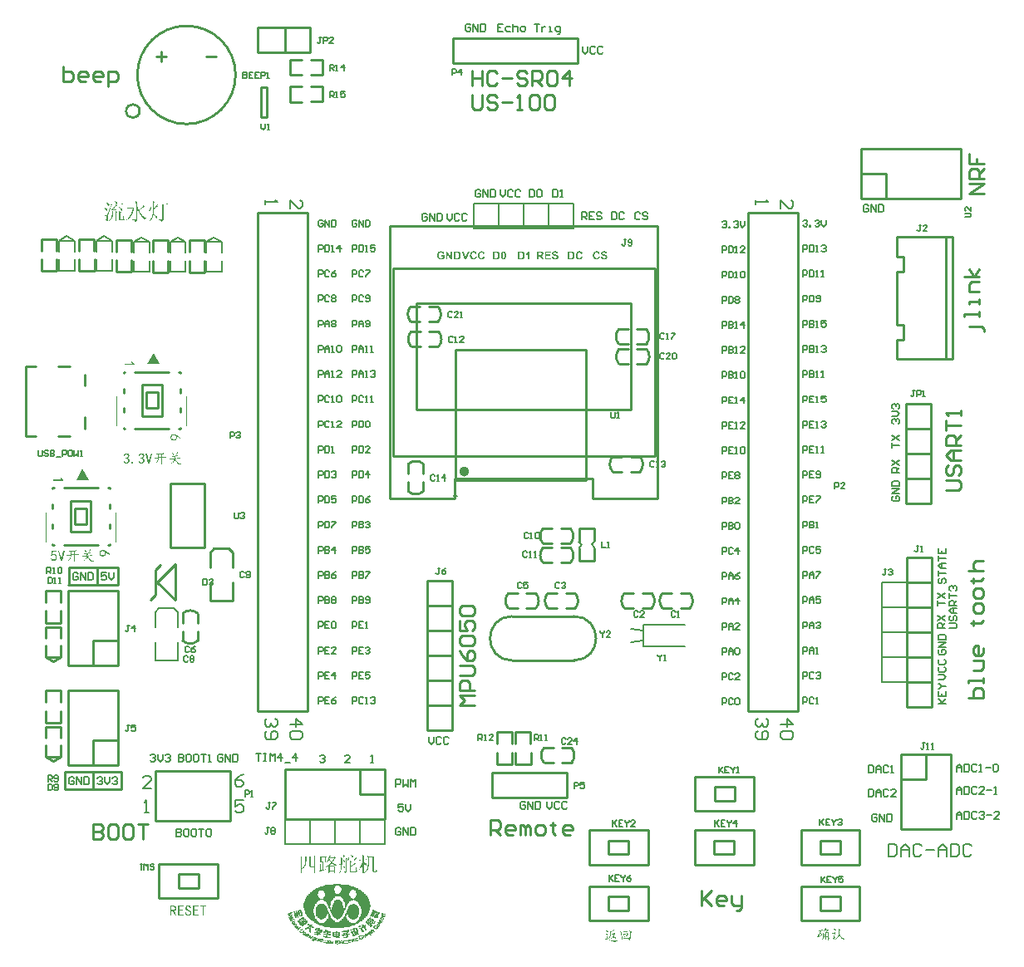
<source format=gto>
G04*
G04 #@! TF.GenerationSoftware,Altium Limited,Altium Designer,19.0.4 (130)*
G04*
G04 Layer_Color=65535*
%FSLAX24Y24*%
%MOIN*%
G70*
G01*
G75*
%ADD10C,0.0100*%
%ADD11C,0.0197*%
%ADD12C,0.0098*%
%ADD13C,0.0079*%
%ADD14C,0.0023*%
%ADD15C,0.0080*%
%ADD16C,0.0050*%
G36*
X3291Y30436D02*
X3294Y30435D01*
X3299Y30433D01*
X3305Y30430D01*
X3313Y30425D01*
X3321Y30421D01*
X3340Y30410D01*
X3359Y30399D01*
X3368Y30394D01*
X3377Y30387D01*
X3384Y30382D01*
X3391Y30377D01*
X3395Y30373D01*
X3398Y30368D01*
X3399Y30367D01*
X3400Y30364D01*
X3402Y30361D01*
X3404Y30357D01*
X3407Y30348D01*
X3409Y30344D01*
Y30340D01*
Y30339D01*
Y30337D01*
X3408Y30334D01*
X3407Y30329D01*
X3404Y30318D01*
X3401Y30311D01*
X3396Y30305D01*
X3395Y30304D01*
X3394Y30302D01*
X3390Y30297D01*
X3383Y30291D01*
X3380Y30289D01*
X3378Y30288D01*
X3377D01*
X3376Y30289D01*
X3373Y30290D01*
X3369Y30292D01*
X3366Y30296D01*
X3361Y30301D01*
X3357Y30309D01*
X3353Y30319D01*
Y30320D01*
X3352Y30321D01*
X3351Y30324D01*
X3349Y30327D01*
X3344Y30337D01*
X3338Y30351D01*
X3328Y30367D01*
X3316Y30385D01*
X3301Y30406D01*
X3283Y30427D01*
X3290Y30437D01*
X3291Y30436D01*
D02*
G37*
G36*
X3625Y30482D02*
X3630Y30480D01*
X3636Y30478D01*
X3642Y30475D01*
X3650Y30471D01*
X3667Y30464D01*
X3684Y30456D01*
X3699Y30447D01*
X3706Y30443D01*
X3712Y30439D01*
X3715Y30435D01*
X3718Y30433D01*
Y30432D01*
X3719Y30430D01*
X3721Y30427D01*
X3723Y30423D01*
X3725Y30413D01*
X3726Y30403D01*
Y30402D01*
Y30400D01*
X3725Y30397D01*
X3724Y30392D01*
X3723Y30385D01*
X3719Y30379D01*
X3715Y30372D01*
X3710Y30364D01*
X3877D01*
X3926Y30410D01*
X3985Y30344D01*
X3678D01*
X3730Y30305D01*
X3688Y30298D01*
X3687Y30297D01*
X3685Y30294D01*
X3680Y30288D01*
X3674Y30283D01*
X3666Y30274D01*
X3658Y30266D01*
X3638Y30246D01*
X3616Y30225D01*
X3594Y30203D01*
X3583Y30194D01*
X3573Y30185D01*
X3564Y30176D01*
X3555Y30169D01*
X3620D01*
X3638Y30170D01*
X3711D01*
X3740Y30171D01*
X3774D01*
X3810Y30172D01*
X3849D01*
Y30173D01*
X3848Y30175D01*
X3847Y30177D01*
X3844Y30181D01*
X3837Y30191D01*
X3830Y30205D01*
X3820Y30220D01*
X3810Y30236D01*
X3798Y30251D01*
X3786Y30266D01*
X3793Y30274D01*
X3794Y30273D01*
X3797Y30272D01*
X3800Y30269D01*
X3806Y30265D01*
X3812Y30261D01*
X3820Y30255D01*
X3836Y30244D01*
X3854Y30231D01*
X3871Y30217D01*
X3886Y30204D01*
X3892Y30199D01*
X3897Y30193D01*
X3898Y30192D01*
X3901Y30188D01*
X3906Y30184D01*
X3910Y30177D01*
X3914Y30170D01*
X3919Y30163D01*
X3922Y30155D01*
X3922Y30148D01*
Y30147D01*
Y30145D01*
X3922Y30141D01*
X3921Y30137D01*
X3918Y30126D01*
X3914Y30119D01*
X3910Y30113D01*
X3909Y30112D01*
X3909Y30110D01*
X3904Y30104D01*
X3897Y30098D01*
X3894Y30096D01*
X3891Y30095D01*
X3890D01*
X3887Y30097D01*
X3884Y30100D01*
X3882Y30102D01*
X3881Y30106D01*
X3880Y30107D01*
X3879Y30111D01*
X3876Y30115D01*
X3873Y30122D01*
X3870Y30129D01*
X3866Y30138D01*
X3856Y30158D01*
X3850D01*
X3843Y30157D01*
X3834Y30156D01*
X3822Y30155D01*
X3809Y30154D01*
X3794Y30153D01*
X3778Y30151D01*
X3744Y30149D01*
X3708Y30145D01*
X3673Y30140D01*
X3657Y30138D01*
X3641Y30137D01*
X3638D01*
X3634Y30136D01*
X3628Y30135D01*
X3622Y30134D01*
X3614Y30132D01*
X3598Y30129D01*
X3580Y30125D01*
X3562Y30119D01*
X3545Y30114D01*
X3538Y30110D01*
X3531Y30106D01*
X3496Y30169D01*
X3498D01*
X3502Y30170D01*
X3508Y30173D01*
X3517Y30176D01*
X3528Y30183D01*
X3541Y30192D01*
X3549Y30198D01*
X3556Y30204D01*
X3564Y30213D01*
X3573Y30221D01*
X3574Y30222D01*
X3575Y30223D01*
X3577Y30225D01*
X3580Y30230D01*
X3585Y30235D01*
X3589Y30240D01*
X3595Y30247D01*
X3601Y30255D01*
X3614Y30273D01*
X3629Y30294D01*
X3645Y30317D01*
X3661Y30344D01*
X3569D01*
X3560Y30343D01*
X3549D01*
X3536Y30341D01*
X3522Y30339D01*
X3507Y30336D01*
X3492Y30333D01*
X3461Y30364D01*
X3681D01*
Y30365D01*
Y30367D01*
X3680Y30370D01*
X3679Y30373D01*
X3678Y30379D01*
X3676Y30385D01*
X3671Y30399D01*
X3663Y30415D01*
X3651Y30434D01*
X3645Y30443D01*
X3637Y30453D01*
X3628Y30462D01*
X3618Y30472D01*
X3622Y30484D01*
X3623D01*
X3625Y30482D01*
D02*
G37*
G36*
X3207Y30237D02*
X3212Y30236D01*
X3218Y30233D01*
X3225Y30229D01*
X3234Y30225D01*
X3244Y30219D01*
X3266Y30207D01*
X3288Y30192D01*
X3297Y30185D01*
X3306Y30177D01*
X3314Y30170D01*
X3320Y30163D01*
X3324Y30156D01*
X3325Y30150D01*
Y30148D01*
Y30144D01*
X3324Y30138D01*
X3323Y30131D01*
X3320Y30115D01*
X3317Y30109D01*
X3313Y30102D01*
X3312Y30101D01*
X3311Y30101D01*
X3306Y30096D01*
X3301Y30090D01*
X3299Y30089D01*
X3297Y30089D01*
X3296D01*
X3295Y30089D01*
X3293Y30090D01*
X3291Y30092D01*
X3287Y30096D01*
X3283Y30101D01*
X3280Y30110D01*
X3276Y30120D01*
Y30121D01*
X3275Y30122D01*
X3274Y30125D01*
X3272Y30127D01*
X3268Y30137D01*
X3260Y30150D01*
X3249Y30165D01*
X3236Y30185D01*
X3219Y30207D01*
X3210Y30219D01*
X3199Y30232D01*
X3206Y30238D01*
X3207Y30237D01*
D02*
G37*
G36*
X5077Y30255D02*
Y30254D01*
Y30251D01*
Y30248D01*
Y30238D01*
Y30227D01*
Y30214D01*
X5076Y30200D01*
Y30185D01*
X5075Y30171D01*
Y30169D01*
Y30164D01*
X5074Y30158D01*
X5073Y30150D01*
X5071Y30140D01*
X5069Y30131D01*
X5066Y30121D01*
X5061Y30113D01*
X5060Y30112D01*
X5059Y30109D01*
X5056Y30106D01*
X5053Y30101D01*
X5048Y30097D01*
X5042Y30092D01*
X5035Y30089D01*
X5028Y30085D01*
X5027D01*
X5024Y30084D01*
X5021D01*
X5017Y30083D01*
X5012D01*
X5007Y30085D01*
X5002Y30087D01*
X4998Y30090D01*
Y30091D01*
X4997Y30092D01*
X4994Y30097D01*
X4991Y30102D01*
X4990Y30106D01*
Y30107D01*
Y30109D01*
X4991Y30112D01*
X4993Y30115D01*
X4995Y30120D01*
X4999Y30126D01*
X5004Y30131D01*
X5011Y30138D01*
X5012Y30138D01*
X5016Y30143D01*
X5019Y30146D01*
X5021Y30151D01*
X5024Y30155D01*
X5028Y30162D01*
X5031Y30169D01*
X5036Y30177D01*
X5041Y30188D01*
X5044Y30198D01*
X5049Y30211D01*
X5054Y30225D01*
X5058Y30239D01*
X5063Y30256D01*
X5077D01*
Y30255D01*
D02*
G37*
G36*
X3478Y30287D02*
Y30287D01*
X3478Y30284D01*
X3476Y30279D01*
X3474Y30273D01*
X3471Y30265D01*
X3467Y30256D01*
X3464Y30246D01*
X3460Y30234D01*
X3455Y30221D01*
X3451Y30208D01*
X3440Y30178D01*
X3429Y30146D01*
X3418Y30113D01*
X3406Y30079D01*
X3395Y30045D01*
X3384Y30014D01*
X3375Y29983D01*
X3370Y29969D01*
X3366Y29957D01*
X3362Y29945D01*
X3359Y29934D01*
X3356Y29925D01*
X3354Y29917D01*
X3352Y29910D01*
X3351Y29905D01*
Y29904D01*
Y29904D01*
X3350Y29901D01*
Y29898D01*
X3348Y29888D01*
X3346Y29876D01*
X3344Y29860D01*
X3343Y29842D01*
X3342Y29820D01*
X3341Y29797D01*
Y29796D01*
Y29794D01*
Y29791D01*
Y29787D01*
X3340Y29776D01*
Y29762D01*
Y29747D01*
X3339Y29732D01*
Y29719D01*
Y29708D01*
Y29707D01*
X3337Y29704D01*
X3335Y29702D01*
X3333Y29700D01*
X3329Y29699D01*
X3325Y29698D01*
X3323D01*
X3320Y29699D01*
X3317D01*
X3312Y29700D01*
X3306Y29702D01*
X3300Y29705D01*
X3292Y29707D01*
X3291D01*
X3288Y29709D01*
X3284Y29711D01*
X3280Y29715D01*
X3277Y29719D01*
X3273Y29725D01*
X3270Y29732D01*
X3269Y29740D01*
Y29741D01*
Y29744D01*
X3270Y29748D01*
Y29754D01*
X3272Y29761D01*
X3274Y29770D01*
X3276Y29781D01*
X3280Y29792D01*
X3280Y29793D01*
X3281Y29797D01*
X3283Y29804D01*
X3285Y29812D01*
X3287Y29820D01*
X3288Y29830D01*
X3290Y29839D01*
Y29847D01*
Y29848D01*
Y29851D01*
X3289Y29855D01*
X3288Y29859D01*
X3286Y29865D01*
X3283Y29871D01*
X3280Y29877D01*
X3274Y29882D01*
X3273Y29883D01*
X3271Y29885D01*
X3267Y29888D01*
X3260Y29891D01*
X3251Y29895D01*
X3239Y29900D01*
X3224Y29904D01*
X3206Y29910D01*
Y29925D01*
X3212D01*
X3217Y29924D01*
X3227D01*
X3240Y29923D01*
X3284D01*
X3286Y29924D01*
X3289Y29925D01*
X3293Y29928D01*
X3298Y29931D01*
X3304Y29936D01*
X3310Y29943D01*
X3317Y29953D01*
X3318Y29954D01*
X3320Y29957D01*
X3323Y29962D01*
X3327Y29968D01*
X3330Y29978D01*
X3337Y29990D01*
X3344Y30006D01*
X3348Y30015D01*
X3353Y30025D01*
X3357Y30036D01*
X3363Y30049D01*
X3368Y30062D01*
X3375Y30077D01*
X3381Y30091D01*
X3389Y30109D01*
X3396Y30126D01*
X3404Y30147D01*
X3413Y30167D01*
X3422Y30190D01*
X3432Y30213D01*
X3442Y30239D01*
X3453Y30266D01*
X3465Y30295D01*
X3478Y30287D01*
D02*
G37*
G36*
X5224Y30442D02*
X5200Y30413D01*
Y30190D01*
X5201Y30191D01*
X5203Y30194D01*
X5205Y30198D01*
X5210Y30202D01*
X5216Y30209D01*
X5221Y30216D01*
X5228Y30225D01*
X5234Y30235D01*
X5249Y30255D01*
X5263Y30277D01*
X5277Y30300D01*
X5287Y30323D01*
X5346Y30274D01*
X5345D01*
X5341Y30272D01*
X5336Y30269D01*
X5328Y30265D01*
X5319Y30261D01*
X5309Y30255D01*
X5299Y30248D01*
X5287Y30239D01*
X5285Y30238D01*
X5281Y30234D01*
X5274Y30228D01*
X5265Y30220D01*
X5252Y30210D01*
X5237Y30198D01*
X5219Y30184D01*
X5200Y30169D01*
Y30167D01*
Y30163D01*
Y30156D01*
X5199Y30147D01*
Y30136D01*
X5198Y30123D01*
X5197Y30108D01*
Y30093D01*
X5195Y30060D01*
X5192Y30027D01*
X5192Y30010D01*
X5190Y29994D01*
X5188Y29979D01*
X5186Y29966D01*
X5187Y29966D01*
X5190Y29965D01*
X5194Y29962D01*
X5200Y29959D01*
X5206Y29955D01*
X5214Y29951D01*
X5231Y29940D01*
X5250Y29927D01*
X5268Y29914D01*
X5284Y29900D01*
X5291Y29892D01*
X5297Y29886D01*
X5298Y29884D01*
X5302Y29880D01*
X5306Y29873D01*
X5311Y29865D01*
X5315Y29855D01*
X5319Y29844D01*
X5321Y29834D01*
X5320Y29823D01*
Y29822D01*
X5319Y29818D01*
X5317Y29814D01*
X5315Y29809D01*
X5313Y29804D01*
X5310Y29798D01*
X5305Y29794D01*
X5301Y29792D01*
X5298D01*
X5295Y29793D01*
X5290Y29797D01*
X5285Y29804D01*
X5282Y29808D01*
X5278Y29814D01*
X5275Y29820D01*
X5271Y29829D01*
X5267Y29838D01*
X5263Y29848D01*
Y29849D01*
X5262Y29851D01*
X5260Y29854D01*
X5257Y29858D01*
X5254Y29863D01*
X5251Y29869D01*
X5242Y29883D01*
X5230Y29899D01*
X5217Y29916D01*
X5201Y29932D01*
X5182Y29949D01*
Y29947D01*
X5180Y29941D01*
X5179Y29933D01*
X5175Y29922D01*
X5170Y29907D01*
X5164Y29892D01*
X5156Y29873D01*
X5147Y29854D01*
X5137Y29832D01*
X5124Y29811D01*
X5110Y29788D01*
X5093Y29766D01*
X5076Y29743D01*
X5056Y29720D01*
X5032Y29698D01*
X5007Y29678D01*
X5004Y29692D01*
X5005Y29693D01*
X5008Y29697D01*
X5013Y29703D01*
X5020Y29711D01*
X5028Y29721D01*
X5037Y29733D01*
X5047Y29747D01*
X5057Y29762D01*
X5069Y29778D01*
X5080Y29795D01*
X5100Y29832D01*
X5109Y29852D01*
X5118Y29872D01*
X5124Y29892D01*
X5130Y29912D01*
Y29913D01*
X5130Y29917D01*
X5132Y29923D01*
X5133Y29930D01*
X5135Y29941D01*
X5137Y29953D01*
X5140Y29966D01*
X5142Y29982D01*
X5144Y30000D01*
X5146Y30018D01*
X5148Y30038D01*
X5150Y30059D01*
X5151Y30081D01*
X5153Y30104D01*
Y30153D01*
Y30155D01*
Y30160D01*
Y30167D01*
Y30177D01*
X5152Y30190D01*
Y30206D01*
Y30224D01*
Y30244D01*
X5151Y30266D01*
Y30290D01*
X5150Y30317D01*
Y30345D01*
X5149Y30374D01*
X5148Y30406D01*
Y30439D01*
X5147Y30473D01*
X5224Y30442D01*
D02*
G37*
G36*
X5794Y30348D02*
X5580D01*
Y29764D01*
Y29762D01*
Y29757D01*
X5579Y29751D01*
X5577Y29742D01*
X5574Y29732D01*
X5571Y29721D01*
X5566Y29711D01*
X5559Y29702D01*
X5558Y29701D01*
X5555Y29698D01*
X5550Y29694D01*
X5543Y29688D01*
X5535Y29682D01*
X5524Y29675D01*
X5512Y29669D01*
X5497Y29663D01*
Y29664D01*
X5496Y29666D01*
X5494Y29669D01*
X5491Y29673D01*
X5488Y29678D01*
X5483Y29683D01*
X5477Y29690D01*
X5471Y29696D01*
X5463Y29703D01*
X5455Y29710D01*
X5445Y29717D01*
X5434Y29724D01*
X5421Y29731D01*
X5407Y29737D01*
X5391Y29743D01*
X5375Y29747D01*
X5377Y29760D01*
X5378D01*
X5382Y29759D01*
X5387D01*
X5393Y29758D01*
X5401Y29757D01*
X5410Y29756D01*
X5430Y29754D01*
X5451Y29752D01*
X5471Y29750D01*
X5480Y29749D01*
X5502D01*
X5506Y29750D01*
X5510Y29752D01*
X5515Y29755D01*
X5520Y29760D01*
X5525Y29768D01*
X5527Y29778D01*
X5528Y29784D01*
Y29792D01*
Y30348D01*
X5415D01*
X5406Y30347D01*
X5395D01*
X5383Y30345D01*
X5368Y30343D01*
X5354Y30340D01*
X5340Y30336D01*
X5308Y30368D01*
X5678D01*
X5727Y30417D01*
X5794Y30348D01*
D02*
G37*
G36*
X4559Y30438D02*
X4525Y30410D01*
Y30410D01*
Y30407D01*
Y30403D01*
Y30397D01*
Y30390D01*
Y30382D01*
Y30373D01*
Y30363D01*
X4526Y30342D01*
X4529Y30319D01*
X4533Y30296D01*
X4538Y30274D01*
Y30273D01*
X4539Y30271D01*
X4540Y30268D01*
X4542Y30263D01*
X4544Y30258D01*
X4546Y30251D01*
X4549Y30244D01*
X4552Y30236D01*
X4556Y30226D01*
X4560Y30216D01*
X4569Y30193D01*
X4581Y30166D01*
X4594Y30138D01*
X4596Y30138D01*
X4600Y30142D01*
X4607Y30149D01*
X4616Y30156D01*
X4627Y30166D01*
X4640Y30177D01*
X4654Y30190D01*
X4669Y30203D01*
X4684Y30218D01*
X4699Y30234D01*
X4730Y30266D01*
X4744Y30283D01*
X4758Y30299D01*
X4769Y30314D01*
X4779Y30330D01*
X4839Y30267D01*
X4837D01*
X4833Y30266D01*
X4825Y30264D01*
X4815Y30261D01*
X4802Y30255D01*
X4787Y30248D01*
X4770Y30238D01*
X4751Y30225D01*
X4750D01*
X4748Y30224D01*
X4746Y30222D01*
X4741Y30218D01*
X4735Y30214D01*
X4729Y30210D01*
X4721Y30204D01*
X4711Y30198D01*
X4701Y30190D01*
X4690Y30183D01*
X4678Y30174D01*
X4664Y30164D01*
X4650Y30154D01*
X4635Y30144D01*
X4619Y30132D01*
X4601Y30120D01*
Y30119D01*
X4603Y30117D01*
X4605Y30114D01*
X4608Y30109D01*
X4611Y30102D01*
X4615Y30096D01*
X4620Y30088D01*
X4625Y30078D01*
X4638Y30058D01*
X4653Y30034D01*
X4671Y30009D01*
X4691Y29982D01*
X4712Y29954D01*
X4736Y29928D01*
X4761Y29901D01*
X4788Y29876D01*
X4817Y29852D01*
X4846Y29831D01*
X4861Y29823D01*
X4877Y29815D01*
X4893Y29807D01*
X4908Y29802D01*
Y29788D01*
X4906D01*
X4902Y29787D01*
X4898D01*
X4886Y29785D01*
X4873Y29781D01*
X4859Y29777D01*
X4846Y29769D01*
X4835Y29760D01*
X4831Y29754D01*
X4828Y29747D01*
X4827Y29748D01*
X4825Y29749D01*
X4822Y29752D01*
X4819Y29755D01*
X4814Y29759D01*
X4808Y29764D01*
X4801Y29770D01*
X4794Y29777D01*
X4785Y29785D01*
X4776Y29794D01*
X4766Y29805D01*
X4756Y29816D01*
X4745Y29828D01*
X4734Y29841D01*
X4723Y29855D01*
X4711Y29869D01*
X4699Y29886D01*
X4686Y29903D01*
X4674Y29921D01*
X4661Y29941D01*
X4648Y29961D01*
X4636Y29982D01*
X4623Y30004D01*
X4611Y30028D01*
X4599Y30052D01*
X4587Y30078D01*
X4575Y30105D01*
X4563Y30134D01*
X4553Y30163D01*
X4543Y30193D01*
X4534Y30225D01*
X4525Y30257D01*
Y29768D01*
Y29767D01*
Y29764D01*
Y29759D01*
X4524Y29754D01*
X4523Y29747D01*
X4521Y29739D01*
X4518Y29731D01*
X4515Y29721D01*
X4511Y29712D01*
X4505Y29703D01*
X4499Y29694D01*
X4490Y29685D01*
X4480Y29677D01*
X4469Y29670D01*
X4456Y29664D01*
X4440Y29659D01*
Y29660D01*
Y29661D01*
Y29664D01*
X4439Y29668D01*
X4438Y29671D01*
X4436Y29676D01*
X4433Y29682D01*
X4428Y29687D01*
X4423Y29694D01*
X4415Y29700D01*
X4407Y29707D01*
X4396Y29713D01*
X4384Y29719D01*
X4369Y29726D01*
X4352Y29732D01*
X4332Y29737D01*
Y29750D01*
X4336D01*
X4340Y29749D01*
X4345D01*
X4352Y29748D01*
X4359D01*
X4377Y29747D01*
X4394Y29745D01*
X4413Y29744D01*
X4429Y29744D01*
X4443D01*
X4447Y29744D01*
X4452Y29745D01*
X4457Y29749D01*
X4463Y29754D01*
X4467Y29761D01*
X4471Y29771D01*
X4472Y29778D01*
Y29785D01*
Y30348D01*
Y30348D01*
Y30350D01*
Y30354D01*
Y30359D01*
Y30365D01*
Y30372D01*
Y30380D01*
Y30389D01*
X4471Y30409D01*
X4470Y30430D01*
X4469Y30453D01*
X4468Y30477D01*
X4559Y30438D01*
D02*
G37*
G36*
X4433Y30193D02*
X4399Y30175D01*
Y30175D01*
X4398Y30172D01*
X4397Y30168D01*
X4395Y30162D01*
X4392Y30154D01*
X4390Y30146D01*
X4386Y30136D01*
X4382Y30125D01*
X4378Y30113D01*
X4372Y30100D01*
X4366Y30085D01*
X4360Y30070D01*
X4346Y30038D01*
X4329Y30003D01*
X4311Y29967D01*
X4290Y29930D01*
X4266Y29893D01*
X4239Y29856D01*
X4210Y29821D01*
X4179Y29788D01*
X4145Y29757D01*
X4127Y29743D01*
X4108Y29730D01*
X4102Y29740D01*
X4103Y29741D01*
X4104Y29742D01*
X4107Y29744D01*
X4109Y29748D01*
X4114Y29752D01*
X4119Y29757D01*
X4124Y29764D01*
X4131Y29771D01*
X4144Y29789D01*
X4160Y29809D01*
X4179Y29833D01*
X4197Y29861D01*
X4217Y29892D01*
X4237Y29926D01*
X4257Y29962D01*
X4277Y30002D01*
X4295Y30044D01*
X4313Y30089D01*
X4329Y30137D01*
X4342Y30187D01*
X4227D01*
X4218Y30186D01*
X4206D01*
X4193Y30184D01*
X4180Y30182D01*
X4165Y30179D01*
X4150Y30175D01*
X4119Y30207D01*
X4339D01*
X4370Y30249D01*
X4433Y30193D01*
D02*
G37*
G36*
X3873Y30061D02*
X3846Y30037D01*
Y29785D01*
Y29783D01*
Y29780D01*
X3847Y29773D01*
X3848Y29767D01*
X3852Y29759D01*
X3858Y29753D01*
X3866Y29749D01*
X3877Y29747D01*
X3927D01*
X3931Y29748D01*
X3935Y29749D01*
X3941Y29752D01*
X3946Y29756D01*
X3951Y29762D01*
X3955Y29770D01*
X3958Y29781D01*
Y29783D01*
X3959Y29788D01*
Y29796D01*
X3959Y29808D01*
X3960Y29823D01*
X3962Y29842D01*
X3963Y29864D01*
X3964Y29890D01*
X3978D01*
Y29889D01*
Y29887D01*
Y29883D01*
Y29879D01*
Y29872D01*
Y29866D01*
X3979Y29851D01*
X3980Y29835D01*
X3981Y29818D01*
X3983Y29804D01*
X3984Y29797D01*
X3985Y29792D01*
Y29791D01*
X3987Y29787D01*
X3989Y29782D01*
X3992Y29777D01*
X3996Y29771D01*
X4002Y29765D01*
X4008Y29760D01*
X4017Y29756D01*
Y29756D01*
X4016Y29755D01*
X4013Y29749D01*
X4008Y29742D01*
X3999Y29732D01*
X3989Y29723D01*
X3975Y29716D01*
X3959Y29710D01*
X3950Y29709D01*
X3940Y29708D01*
X3850D01*
X3844Y29709D01*
X3835Y29712D01*
X3826Y29717D01*
X3817Y29724D01*
X3812Y29729D01*
X3809Y29735D01*
X3805Y29743D01*
X3802Y29751D01*
X3801Y29760D01*
X3800Y29771D01*
Y30002D01*
Y30003D01*
Y30004D01*
Y30007D01*
Y30011D01*
Y30021D01*
Y30034D01*
X3799Y30049D01*
X3798Y30064D01*
X3798Y30081D01*
X3797Y30096D01*
X3873Y30061D01*
D02*
G37*
G36*
X3730Y30053D02*
X3699Y30029D01*
Y29802D01*
Y29801D01*
Y29800D01*
Y29797D01*
Y29793D01*
Y29784D01*
X3699Y29772D01*
Y29757D01*
X3700Y29741D01*
X3701Y29723D01*
X3702Y29706D01*
X3650Y29684D01*
Y29685D01*
Y29687D01*
Y29690D01*
X3650Y29694D01*
Y29704D01*
X3651Y29717D01*
X3652Y29732D01*
Y29749D01*
X3653Y29784D01*
Y30008D01*
Y30009D01*
Y30010D01*
Y30015D01*
Y30023D01*
Y30034D01*
X3652Y30046D01*
X3651Y30060D01*
X3650Y30089D01*
X3730Y30053D01*
D02*
G37*
G36*
X3590Y30064D02*
X3563Y30043D01*
Y30041D01*
Y30037D01*
X3562Y30029D01*
Y30018D01*
X3561Y30006D01*
X3560Y29992D01*
X3558Y29976D01*
X3557Y29959D01*
X3552Y29923D01*
X3545Y29885D01*
X3541Y29867D01*
X3537Y29850D01*
X3531Y29833D01*
X3526Y29818D01*
Y29818D01*
X3524Y29815D01*
X3522Y29811D01*
X3518Y29806D01*
X3514Y29799D01*
X3508Y29792D01*
X3502Y29782D01*
X3493Y29773D01*
X3483Y29762D01*
X3471Y29751D01*
X3458Y29739D01*
X3443Y29727D01*
X3427Y29715D01*
X3407Y29702D01*
X3387Y29690D01*
X3364Y29677D01*
X3356Y29688D01*
X3357Y29689D01*
X3361Y29691D01*
X3366Y29694D01*
X3372Y29699D01*
X3380Y29706D01*
X3389Y29713D01*
X3399Y29721D01*
X3409Y29731D01*
X3431Y29752D01*
X3453Y29776D01*
X3462Y29789D01*
X3471Y29803D01*
X3479Y29817D01*
X3486Y29830D01*
Y29831D01*
X3487Y29834D01*
X3489Y29839D01*
X3490Y29845D01*
X3493Y29855D01*
X3496Y29865D01*
X3499Y29878D01*
X3502Y29893D01*
X3503Y29911D01*
X3506Y29930D01*
X3509Y29953D01*
X3511Y29978D01*
X3513Y30005D01*
X3514Y30035D01*
Y30067D01*
Y30102D01*
X3590Y30064D01*
D02*
G37*
G36*
X2435Y16475D02*
X2439Y16473D01*
X2440D01*
X2440Y16473D01*
X2444Y16472D01*
X2449Y16470D01*
X2455Y16467D01*
X2461Y16463D01*
X2469Y16460D01*
X2475Y16455D01*
X2481Y16450D01*
X2482Y16450D01*
X2484Y16448D01*
X2486Y16445D01*
X2489Y16441D01*
X2491Y16436D01*
X2493Y16430D01*
X2494Y16423D01*
X2493Y16415D01*
Y16414D01*
X2492Y16412D01*
X2491Y16409D01*
X2490Y16404D01*
X2489Y16400D01*
X2486Y16396D01*
X2484Y16393D01*
X2480Y16391D01*
X2477D01*
X2474Y16392D01*
X2471Y16394D01*
X2467Y16396D01*
X2464Y16400D01*
X2459Y16405D01*
X2459Y16406D01*
X2457Y16409D01*
X2455Y16412D01*
X2451Y16417D01*
X2447Y16424D01*
X2442Y16431D01*
X2437Y16440D01*
X2431Y16450D01*
Y16451D01*
X2430Y16452D01*
X2429Y16455D01*
X2426Y16460D01*
X2425Y16465D01*
X2425Y16470D01*
X2425Y16472D01*
X2426Y16474D01*
X2429Y16475D01*
X2431Y16475D01*
X2435Y16475D01*
D02*
G37*
G36*
X1508Y16057D02*
X1462D01*
X1345Y16462D01*
X1401D01*
X1483Y16155D01*
X1487D01*
X1569Y16462D01*
X1626D01*
X1508Y16057D01*
D02*
G37*
G36*
X1291Y16417D02*
X1141D01*
Y16417D01*
X1140Y16415D01*
X1140Y16411D01*
X1139Y16407D01*
X1138Y16402D01*
X1137Y16395D01*
X1135Y16389D01*
X1134Y16381D01*
X1130Y16365D01*
X1126Y16348D01*
X1122Y16331D01*
X1120Y16324D01*
X1118Y16316D01*
X1118D01*
X1119Y16317D01*
X1121Y16318D01*
X1124Y16319D01*
X1127Y16320D01*
X1130Y16321D01*
X1139Y16325D01*
X1149Y16328D01*
X1160Y16330D01*
X1172Y16331D01*
X1183Y16332D01*
X1186D01*
X1188Y16331D01*
X1194Y16331D01*
X1202Y16330D01*
X1211Y16328D01*
X1221Y16325D01*
X1231Y16322D01*
X1241Y16318D01*
X1242D01*
X1243Y16317D01*
X1246Y16315D01*
X1251Y16313D01*
X1257Y16309D01*
X1264Y16304D01*
X1271Y16298D01*
X1277Y16290D01*
X1283Y16283D01*
X1283Y16281D01*
X1285Y16279D01*
X1287Y16274D01*
X1290Y16269D01*
X1293Y16262D01*
X1296Y16254D01*
X1299Y16246D01*
X1301Y16238D01*
X1301Y16237D01*
X1302Y16234D01*
X1303Y16230D01*
X1304Y16224D01*
X1305Y16216D01*
X1305Y16208D01*
X1306Y16199D01*
Y16190D01*
Y16189D01*
X1305Y16185D01*
Y16180D01*
X1304Y16174D01*
X1303Y16166D01*
X1301Y16157D01*
X1299Y16147D01*
X1295Y16137D01*
Y16137D01*
X1295Y16136D01*
X1294Y16133D01*
X1291Y16128D01*
X1288Y16122D01*
X1284Y16114D01*
X1279Y16107D01*
X1274Y16100D01*
X1267Y16093D01*
X1266Y16092D01*
X1264Y16090D01*
X1260Y16087D01*
X1254Y16083D01*
X1248Y16078D01*
X1240Y16074D01*
X1231Y16069D01*
X1221Y16065D01*
X1221D01*
X1220Y16064D01*
X1219Y16064D01*
X1217Y16063D01*
X1211Y16062D01*
X1204Y16060D01*
X1195Y16058D01*
X1184Y16057D01*
X1172Y16057D01*
X1158D01*
X1156Y16057D01*
X1153D01*
X1150Y16058D01*
X1147Y16059D01*
X1138Y16061D01*
X1128Y16064D01*
X1117Y16068D01*
X1105Y16074D01*
X1093Y16082D01*
X1092Y16083D01*
X1092Y16083D01*
X1090Y16085D01*
X1088Y16087D01*
X1085Y16089D01*
X1082Y16093D01*
X1079Y16097D01*
X1076Y16101D01*
X1072Y16107D01*
X1068Y16112D01*
X1064Y16119D01*
X1061Y16126D01*
X1058Y16134D01*
X1054Y16143D01*
X1052Y16152D01*
X1049Y16162D01*
X1092Y16174D01*
Y16173D01*
X1092Y16171D01*
X1093Y16168D01*
X1095Y16164D01*
X1097Y16159D01*
X1099Y16153D01*
X1105Y16141D01*
X1113Y16129D01*
X1117Y16123D01*
X1122Y16117D01*
X1128Y16113D01*
X1134Y16108D01*
X1140Y16106D01*
X1148Y16103D01*
X1149D01*
X1152Y16103D01*
X1154D01*
X1158Y16102D01*
X1162D01*
X1171Y16102D01*
X1181Y16102D01*
X1192Y16104D01*
X1202Y16107D01*
X1212Y16112D01*
X1213D01*
X1213Y16112D01*
X1216Y16114D01*
X1220Y16118D01*
X1226Y16123D01*
X1231Y16128D01*
X1238Y16135D01*
X1243Y16143D01*
X1248Y16152D01*
Y16152D01*
X1248Y16153D01*
X1249Y16156D01*
X1251Y16161D01*
X1253Y16168D01*
X1255Y16176D01*
X1256Y16185D01*
X1257Y16195D01*
Y16207D01*
Y16207D01*
Y16208D01*
Y16209D01*
X1256Y16212D01*
X1256Y16217D01*
X1255Y16224D01*
X1253Y16233D01*
X1250Y16241D01*
X1245Y16250D01*
X1240Y16258D01*
X1240Y16259D01*
X1238Y16261D01*
X1234Y16265D01*
X1230Y16270D01*
X1224Y16274D01*
X1218Y16279D01*
X1210Y16283D01*
X1202Y16286D01*
X1200Y16286D01*
X1198Y16287D01*
X1193Y16288D01*
X1186Y16289D01*
X1178Y16289D01*
X1169D01*
X1159Y16288D01*
X1149Y16286D01*
X1148D01*
X1148Y16285D01*
X1146D01*
X1144Y16284D01*
X1139Y16283D01*
X1132Y16279D01*
X1124Y16275D01*
X1117Y16270D01*
X1108Y16263D01*
X1101Y16254D01*
X1061Y16258D01*
X1062Y16259D01*
Y16261D01*
X1063Y16263D01*
X1063Y16267D01*
X1065Y16273D01*
X1067Y16280D01*
X1069Y16289D01*
X1070Y16294D01*
X1071Y16300D01*
X1073Y16306D01*
X1074Y16314D01*
X1076Y16321D01*
X1078Y16330D01*
X1080Y16339D01*
X1082Y16349D01*
X1084Y16360D01*
X1087Y16371D01*
X1090Y16384D01*
X1093Y16397D01*
X1096Y16411D01*
X1099Y16426D01*
X1102Y16442D01*
X1106Y16460D01*
X1291D01*
Y16417D01*
D02*
G37*
G36*
X2623Y16526D02*
X2626Y16525D01*
X2627Y16525D01*
X2630Y16524D01*
X2633Y16522D01*
X2637Y16520D01*
X2643Y16517D01*
X2649Y16513D01*
X2655Y16509D01*
X2662Y16504D01*
X2662Y16503D01*
X2664Y16502D01*
X2667Y16499D01*
X2669Y16496D01*
X2671Y16492D01*
Y16488D01*
X2670Y16486D01*
X2669Y16483D01*
X2667Y16482D01*
X2665Y16480D01*
X2664Y16479D01*
X2662Y16477D01*
X2659Y16475D01*
X2655Y16471D01*
X2650Y16466D01*
X2643Y16458D01*
X2636Y16451D01*
X2628Y16441D01*
X2569Y16370D01*
X2570D01*
X2572Y16371D01*
X2574Y16371D01*
X2580Y16372D01*
X2587Y16374D01*
X2596Y16375D01*
X2605Y16377D01*
X2614Y16379D01*
X2623Y16381D01*
X2624D01*
X2627Y16381D01*
X2631Y16382D01*
X2637D01*
X2644Y16381D01*
X2651Y16379D01*
X2659Y16375D01*
X2666Y16370D01*
X2667Y16370D01*
X2669Y16367D01*
X2671Y16365D01*
X2672Y16361D01*
X2671Y16360D01*
X2671Y16358D01*
X2669Y16356D01*
X2667Y16354D01*
X2664Y16352D01*
X2660Y16351D01*
X2655Y16349D01*
X2648Y16348D01*
X2647D01*
X2645Y16347D01*
X2642Y16347D01*
X2636Y16346D01*
X2627Y16345D01*
X2618Y16344D01*
X2608Y16343D01*
X2600Y16342D01*
X2591Y16341D01*
X2588D01*
X2583Y16341D01*
X2577Y16340D01*
X2569Y16339D01*
X2559Y16339D01*
X2547Y16337D01*
X2534Y16335D01*
X2535Y16335D01*
X2537Y16332D01*
X2540Y16329D01*
X2543Y16325D01*
X2546Y16320D01*
X2548Y16315D01*
X2549Y16311D01*
X2549Y16309D01*
X2548Y16307D01*
Y16306D01*
X2547Y16305D01*
X2546Y16302D01*
X2545Y16298D01*
X2542Y16291D01*
X2541Y16288D01*
X2540Y16284D01*
X2539Y16279D01*
X2537Y16273D01*
X2536Y16267D01*
X2534Y16260D01*
X2536D01*
X2538Y16261D01*
X2541Y16261D01*
X2545D01*
X2549Y16262D01*
X2559Y16264D01*
X2571Y16265D01*
X2583Y16266D01*
X2596Y16268D01*
X2609Y16270D01*
X2611D01*
X2612Y16270D01*
X2615Y16271D01*
X2621Y16271D01*
X2629Y16273D01*
X2638Y16274D01*
X2648Y16276D01*
X2669Y16279D01*
X2671D01*
X2672Y16280D01*
X2674D01*
X2679Y16280D01*
X2686Y16281D01*
X2694Y16282D01*
X2710D01*
X2718Y16281D01*
X2719D01*
X2721Y16281D01*
X2725Y16280D01*
X2730Y16278D01*
X2736Y16275D01*
X2742Y16272D01*
X2748Y16268D01*
X2754Y16261D01*
X2754Y16261D01*
X2756Y16259D01*
X2756Y16256D01*
X2756Y16254D01*
X2754Y16253D01*
X2753Y16251D01*
X2750Y16250D01*
X2746Y16248D01*
X2741Y16247D01*
X2735Y16246D01*
X2727Y16245D01*
X2718Y16244D01*
X2689D01*
X2682Y16244D01*
X2672D01*
X2662Y16243D01*
X2650D01*
X2637Y16243D01*
X2623Y16242D01*
X2607Y16241D01*
X2591Y16240D01*
X2573Y16239D01*
X2554Y16238D01*
X2534Y16237D01*
X2535Y16236D01*
X2537Y16234D01*
X2540Y16230D01*
X2544Y16225D01*
X2549Y16219D01*
X2554Y16213D01*
X2560Y16205D01*
X2567Y16197D01*
X2583Y16179D01*
X2599Y16161D01*
X2616Y16143D01*
X2625Y16134D01*
X2632Y16127D01*
X2633Y16126D01*
X2634Y16125D01*
X2636Y16123D01*
X2640Y16120D01*
X2643Y16117D01*
X2648Y16113D01*
X2652Y16109D01*
X2658Y16105D01*
X2670Y16096D01*
X2683Y16086D01*
X2697Y16077D01*
X2711Y16069D01*
X2711D01*
X2712Y16069D01*
X2714Y16068D01*
X2717Y16067D01*
X2720Y16065D01*
X2724Y16063D01*
X2733Y16060D01*
X2743Y16056D01*
X2754Y16051D01*
X2766Y16047D01*
X2778Y16043D01*
X2778D01*
X2779Y16043D01*
X2782Y16042D01*
X2786Y16040D01*
X2789Y16038D01*
X2791Y16037D01*
X2792Y16036D01*
X2792Y16034D01*
X2792Y16033D01*
X2790Y16032D01*
X2788Y16031D01*
X2784Y16029D01*
X2780Y16028D01*
X2779D01*
X2777Y16028D01*
X2775Y16027D01*
X2772Y16027D01*
X2768D01*
X2764Y16026D01*
X2760Y16026D01*
X2754Y16025D01*
X2749Y16024D01*
X2736Y16023D01*
X2720Y16023D01*
X2703Y16022D01*
X2698D01*
X2695Y16023D01*
X2691Y16023D01*
X2687Y16024D01*
X2677Y16027D01*
X2666Y16031D01*
X2659Y16033D01*
X2654Y16037D01*
X2648Y16041D01*
X2643Y16046D01*
X2639Y16051D01*
X2635Y16057D01*
Y16057D01*
X2633Y16058D01*
X2632Y16060D01*
X2631Y16063D01*
X2629Y16066D01*
X2627Y16069D01*
X2621Y16078D01*
X2615Y16089D01*
X2607Y16101D01*
X2599Y16113D01*
X2590Y16125D01*
Y16126D01*
X2589Y16127D01*
X2588Y16129D01*
X2586Y16132D01*
X2583Y16135D01*
X2581Y16139D01*
X2577Y16144D01*
X2573Y16150D01*
X2569Y16157D01*
X2565Y16163D01*
X2559Y16171D01*
X2553Y16179D01*
X2547Y16188D01*
X2541Y16198D01*
X2534Y16208D01*
X2527Y16218D01*
X2526Y16217D01*
X2526Y16214D01*
X2524Y16210D01*
X2522Y16204D01*
X2520Y16197D01*
X2516Y16188D01*
X2512Y16179D01*
X2508Y16169D01*
X2503Y16158D01*
X2497Y16148D01*
X2491Y16137D01*
X2484Y16127D01*
X2476Y16116D01*
X2469Y16107D01*
X2460Y16098D01*
X2451Y16089D01*
X2450Y16089D01*
X2449Y16088D01*
X2446Y16086D01*
X2442Y16083D01*
X2438Y16080D01*
X2432Y16077D01*
X2426Y16073D01*
X2419Y16069D01*
X2412Y16064D01*
X2404Y16061D01*
X2386Y16053D01*
X2368Y16047D01*
X2358Y16044D01*
X2348Y16042D01*
X2348D01*
X2346Y16042D01*
X2344D01*
X2341Y16041D01*
X2334Y16041D01*
X2328D01*
X2326Y16041D01*
X2325Y16042D01*
Y16043D01*
X2326Y16044D01*
X2329Y16046D01*
X2333Y16048D01*
X2336Y16049D01*
X2339Y16051D01*
X2344Y16053D01*
X2348Y16054D01*
X2349D01*
X2350Y16056D01*
X2353Y16057D01*
X2357Y16058D01*
X2361Y16061D01*
X2367Y16063D01*
X2373Y16067D01*
X2379Y16071D01*
X2394Y16080D01*
X2409Y16091D01*
X2425Y16104D01*
X2440Y16120D01*
X2441Y16120D01*
X2442Y16122D01*
X2444Y16124D01*
X2447Y16128D01*
X2450Y16132D01*
X2454Y16138D01*
X2457Y16144D01*
X2462Y16150D01*
X2466Y16158D01*
X2471Y16167D01*
X2475Y16176D01*
X2480Y16186D01*
X2484Y16197D01*
X2488Y16208D01*
X2491Y16220D01*
X2494Y16233D01*
X2493D01*
X2490Y16232D01*
X2486Y16231D01*
X2480Y16230D01*
X2472Y16230D01*
X2465Y16229D01*
X2455Y16227D01*
X2446Y16226D01*
X2426Y16223D01*
X2406Y16220D01*
X2397Y16219D01*
X2389Y16218D01*
X2381Y16217D01*
X2375Y16216D01*
X2374D01*
X2372Y16215D01*
X2364D01*
X2356Y16216D01*
X2348Y16217D01*
X2339Y16219D01*
X2329Y16223D01*
X2320Y16228D01*
X2319Y16228D01*
X2317Y16230D01*
X2314Y16233D01*
X2312Y16236D01*
X2311Y16238D01*
Y16239D01*
X2312Y16240D01*
X2313Y16241D01*
X2315Y16243D01*
X2318Y16244D01*
X2323Y16244D01*
X2341D01*
X2345Y16245D01*
X2350D01*
X2361Y16245D01*
X2374Y16246D01*
X2388Y16247D01*
X2403Y16249D01*
X2405D01*
X2408Y16249D01*
X2410Y16250D01*
X2415D01*
X2419Y16250D01*
X2425Y16251D01*
X2431Y16252D01*
X2438Y16253D01*
X2445Y16253D01*
X2461Y16255D01*
X2480Y16256D01*
X2499Y16258D01*
Y16259D01*
X2500Y16260D01*
X2500Y16263D01*
Y16266D01*
X2501Y16271D01*
X2502Y16276D01*
X2503Y16287D01*
X2504Y16299D01*
X2504Y16311D01*
X2504Y16323D01*
X2502Y16329D01*
X2501Y16333D01*
X2500D01*
X2499Y16332D01*
X2496D01*
X2491Y16331D01*
X2484Y16330D01*
X2475Y16329D01*
X2467Y16328D01*
X2458Y16326D01*
X2450Y16325D01*
X2436D01*
X2430Y16326D01*
X2423Y16328D01*
X2415Y16331D01*
X2408Y16336D01*
X2406Y16337D01*
X2405Y16339D01*
X2402Y16341D01*
X2400Y16344D01*
X2399Y16347D01*
Y16349D01*
X2400Y16350D01*
X2401Y16351D01*
X2404Y16352D01*
X2407Y16352D01*
X2411Y16353D01*
X2415D01*
X2420Y16354D01*
X2426Y16354D01*
X2434D01*
X2442Y16355D01*
X2459Y16356D01*
X2460D01*
X2462Y16357D01*
X2466D01*
X2470Y16357D01*
X2474Y16358D01*
X2479Y16359D01*
X2485Y16359D01*
X2491Y16360D01*
X2499Y16361D01*
X2506Y16362D01*
X2515Y16364D01*
X2525Y16365D01*
X2536Y16366D01*
X2548Y16368D01*
Y16369D01*
X2549Y16369D01*
X2550Y16371D01*
X2552Y16373D01*
X2553Y16376D01*
X2556Y16379D01*
X2558Y16384D01*
X2561Y16388D01*
X2568Y16399D01*
X2576Y16411D01*
X2584Y16426D01*
X2592Y16442D01*
X2593Y16442D01*
X2593Y16444D01*
X2595Y16446D01*
X2596Y16449D01*
X2598Y16453D01*
X2600Y16457D01*
X2604Y16467D01*
X2608Y16478D01*
X2611Y16490D01*
X2612Y16500D01*
X2613Y16505D01*
X2612Y16510D01*
Y16511D01*
Y16513D01*
Y16516D01*
X2613Y16520D01*
X2614Y16523D01*
X2617Y16526D01*
X2621Y16527D01*
X2623Y16526D01*
D02*
G37*
G36*
X2075Y16475D02*
X2083Y16472D01*
X2092Y16469D01*
X2096Y16467D01*
X2100Y16464D01*
X2100Y16463D01*
X2102Y16461D01*
X2104Y16458D01*
X2107Y16455D01*
X2107Y16452D01*
X2107Y16450D01*
X2106Y16448D01*
X2104Y16447D01*
X2102Y16445D01*
X2099Y16444D01*
X2095Y16443D01*
X2094D01*
X2092Y16442D01*
X2090D01*
X2087Y16442D01*
X2084Y16441D01*
X2080Y16441D01*
X2075Y16440D01*
X2069Y16439D01*
X2062Y16438D01*
X2055Y16437D01*
X2047Y16436D01*
X2038Y16435D01*
X2028Y16434D01*
X2017Y16432D01*
X2005Y16431D01*
X2006Y16431D01*
X2007Y16429D01*
X2010Y16427D01*
X2013Y16424D01*
X2019Y16417D01*
X2022Y16414D01*
X2025Y16410D01*
Y16410D01*
X2026Y16409D01*
X2026Y16407D01*
X2027Y16404D01*
X2027Y16401D01*
Y16399D01*
X2026Y16395D01*
X2025Y16391D01*
Y16391D01*
X2023Y16389D01*
Y16387D01*
X2023Y16385D01*
X2022Y16382D01*
X2022Y16379D01*
X2021Y16375D01*
X2020Y16370D01*
X2020Y16365D01*
X2019Y16358D01*
X2018Y16351D01*
X2018Y16342D01*
X2017Y16332D01*
X2017Y16321D01*
X2018D01*
X2021Y16322D01*
X2026Y16323D01*
X2032Y16323D01*
X2040Y16324D01*
X2048Y16325D01*
X2058Y16326D01*
X2068Y16327D01*
X2089Y16329D01*
X2099Y16330D01*
X2108Y16332D01*
X2118Y16333D01*
X2126Y16334D01*
X2133Y16335D01*
X2138Y16336D01*
X2139D01*
X2143Y16337D01*
X2148Y16337D01*
X2154Y16337D01*
X2162Y16336D01*
X2171Y16334D01*
X2181Y16330D01*
X2185Y16327D01*
X2190Y16324D01*
X2191D01*
X2191Y16323D01*
X2193Y16321D01*
X2196Y16318D01*
X2198Y16314D01*
X2199Y16313D01*
X2199Y16310D01*
X2199Y16309D01*
X2197Y16308D01*
X2195Y16306D01*
X2192Y16305D01*
X2187Y16304D01*
X2182Y16304D01*
X2178D01*
X2174Y16303D01*
X2164D01*
X2157Y16303D01*
X2149Y16302D01*
X2139Y16301D01*
X2127Y16301D01*
X2114Y16300D01*
X2099Y16299D01*
X2082Y16298D01*
X2063Y16296D01*
X2042Y16295D01*
X2031Y16294D01*
X2019Y16293D01*
Y16293D01*
Y16291D01*
Y16289D01*
Y16287D01*
Y16283D01*
Y16279D01*
Y16275D01*
X2020Y16269D01*
Y16258D01*
Y16244D01*
Y16228D01*
X2020Y16212D01*
Y16195D01*
Y16177D01*
Y16142D01*
Y16124D01*
X2020Y16108D01*
Y16092D01*
X2019Y16078D01*
Y16078D01*
Y16076D01*
Y16072D01*
X2018Y16067D01*
Y16062D01*
X2018Y16056D01*
X2017Y16043D01*
X2015Y16030D01*
X2014Y16024D01*
X2013Y16018D01*
X2011Y16014D01*
X2010Y16010D01*
X2008Y16007D01*
X2006Y16006D01*
X2006D01*
X2005Y16007D01*
X2003Y16008D01*
X2003Y16009D01*
X2002Y16011D01*
X2001Y16013D01*
X2000Y16016D01*
X1998Y16021D01*
X1997Y16026D01*
X1996Y16032D01*
X1995Y16039D01*
X1994Y16048D01*
X1993Y16058D01*
X1993Y16070D01*
Y16071D01*
Y16073D01*
Y16077D01*
X1992Y16083D01*
Y16090D01*
Y16099D01*
X1992Y16110D01*
Y16123D01*
X1991Y16137D01*
X1991Y16153D01*
Y16172D01*
X1990Y16192D01*
X1990Y16213D01*
Y16237D01*
X1989Y16263D01*
X1989Y16291D01*
X1885Y16281D01*
Y16280D01*
X1885Y16278D01*
X1884Y16273D01*
X1883Y16266D01*
X1882Y16259D01*
X1880Y16250D01*
X1878Y16240D01*
X1876Y16230D01*
X1873Y16219D01*
X1870Y16208D01*
X1863Y16184D01*
X1859Y16173D01*
X1854Y16162D01*
X1850Y16152D01*
X1844Y16142D01*
X1844Y16142D01*
X1843Y16140D01*
X1841Y16138D01*
X1839Y16134D01*
X1836Y16130D01*
X1833Y16125D01*
X1825Y16115D01*
X1814Y16103D01*
X1802Y16091D01*
X1788Y16079D01*
X1773Y16069D01*
X1773D01*
X1771Y16068D01*
X1769Y16067D01*
X1767Y16066D01*
X1762Y16063D01*
X1756Y16060D01*
X1754Y16059D01*
X1752D01*
X1752Y16060D01*
Y16061D01*
X1753Y16063D01*
X1755Y16066D01*
X1758Y16070D01*
X1764Y16076D01*
X1764Y16076D01*
X1765Y16077D01*
X1767Y16079D01*
X1769Y16082D01*
X1772Y16084D01*
X1775Y16088D01*
X1779Y16093D01*
X1783Y16098D01*
X1792Y16109D01*
X1801Y16122D01*
X1811Y16137D01*
X1821Y16154D01*
X1821Y16154D01*
X1822Y16156D01*
X1823Y16159D01*
X1825Y16162D01*
X1827Y16167D01*
X1829Y16173D01*
X1832Y16179D01*
X1835Y16187D01*
X1838Y16195D01*
X1840Y16204D01*
X1843Y16214D01*
X1846Y16225D01*
X1849Y16237D01*
X1851Y16250D01*
X1854Y16263D01*
X1855Y16277D01*
X1854D01*
X1851Y16276D01*
X1846Y16276D01*
X1840Y16275D01*
X1832Y16275D01*
X1823Y16274D01*
X1813Y16273D01*
X1803Y16272D01*
X1783Y16270D01*
X1773Y16269D01*
X1763Y16268D01*
X1754Y16266D01*
X1747Y16265D01*
X1740Y16264D01*
X1735Y16264D01*
X1728D01*
X1722Y16264D01*
X1715Y16266D01*
X1708Y16269D01*
X1700Y16273D01*
X1691Y16279D01*
X1690Y16280D01*
X1688Y16282D01*
X1686Y16285D01*
X1685Y16289D01*
Y16290D01*
X1686Y16292D01*
X1688Y16293D01*
X1690Y16294D01*
X1694Y16295D01*
X1698Y16296D01*
X1732D01*
X1739Y16297D01*
X1747D01*
X1757Y16298D01*
X1767Y16298D01*
X1779Y16299D01*
X1792Y16300D01*
X1806Y16300D01*
X1823Y16302D01*
X1839Y16303D01*
X1858Y16305D01*
Y16306D01*
Y16309D01*
Y16313D01*
Y16319D01*
Y16326D01*
Y16334D01*
Y16342D01*
X1857Y16351D01*
X1856Y16370D01*
X1855Y16379D01*
X1854Y16387D01*
X1852Y16395D01*
X1850Y16401D01*
X1848Y16406D01*
X1846Y16410D01*
X1837D01*
X1831Y16411D01*
X1819Y16412D01*
X1813Y16412D01*
X1808Y16414D01*
X1808D01*
X1806Y16414D01*
X1804Y16415D01*
X1801Y16417D01*
X1798Y16419D01*
X1793Y16421D01*
X1789Y16424D01*
X1785Y16428D01*
X1784Y16429D01*
X1784Y16430D01*
X1783Y16431D01*
X1783Y16434D01*
X1785Y16436D01*
X1786Y16436D01*
X1788Y16437D01*
X1791Y16438D01*
X1795Y16439D01*
X1799D01*
X1805Y16440D01*
X1808D01*
X1810Y16440D01*
X1817D01*
X1821Y16441D01*
X1826D01*
X1838Y16442D01*
X1851Y16443D01*
X1866Y16445D01*
X1882Y16446D01*
X1883D01*
X1884Y16447D01*
X1886D01*
X1890Y16447D01*
X1894Y16448D01*
X1899Y16448D01*
X1904Y16450D01*
X1910Y16450D01*
X1924Y16452D01*
X1939Y16454D01*
X1955Y16457D01*
X1972Y16459D01*
X1972D01*
X1974Y16460D01*
X1976D01*
X1980Y16460D01*
X1984Y16461D01*
X1988Y16462D01*
X1998Y16463D01*
X2010Y16466D01*
X2023Y16468D01*
X2036Y16471D01*
X2048Y16473D01*
X2049D01*
X2050Y16474D01*
X2052D01*
X2053Y16475D01*
X2060Y16475D01*
X2067D01*
X2075Y16475D01*
D02*
G37*
G36*
X6001Y21138D02*
X6002D01*
X6003D01*
X6004Y21138D01*
X6007D01*
X6013Y21137D01*
X6021Y21136D01*
X6030Y21134D01*
X6039Y21132D01*
X6049Y21129D01*
X6058Y21126D01*
X6059Y21125D01*
X6063Y21123D01*
X6068Y21121D01*
X6074Y21118D01*
X6083Y21113D01*
X6093Y21108D01*
X6104Y21101D01*
X6116Y21094D01*
X6266Y20998D01*
Y20944D01*
X6112Y21042D01*
Y21042D01*
X6113Y21040D01*
X6114Y21036D01*
X6114Y21032D01*
X6115Y21026D01*
X6116Y21020D01*
X6117Y21013D01*
X6118Y21006D01*
X6118Y20990D01*
Y20982D01*
X6117Y20973D01*
X6116Y20965D01*
X6114Y20957D01*
X6111Y20949D01*
X6108Y20942D01*
Y20941D01*
X6106Y20940D01*
X6105Y20939D01*
X6104Y20936D01*
X6099Y20929D01*
X6094Y20921D01*
X6086Y20913D01*
X6078Y20905D01*
X6069Y20897D01*
X6064Y20894D01*
X6059Y20891D01*
X6059D01*
X6058Y20891D01*
X6056Y20890D01*
X6055Y20889D01*
X6049Y20887D01*
X6042Y20885D01*
X6033Y20882D01*
X6023Y20880D01*
X6013Y20879D01*
X6001Y20877D01*
X6000D01*
X5999D01*
X5998D01*
X5995D01*
X5989D01*
X5982Y20878D01*
X5972Y20879D01*
X5962Y20881D01*
X5950Y20884D01*
X5939Y20887D01*
X5938D01*
X5938Y20887D01*
X5936Y20888D01*
X5934Y20889D01*
X5928Y20892D01*
X5920Y20896D01*
X5912Y20901D01*
X5903Y20907D01*
X5893Y20915D01*
X5883Y20925D01*
Y20925D01*
X5882Y20926D01*
X5881Y20927D01*
X5879Y20930D01*
X5878Y20932D01*
X5876Y20936D01*
X5873Y20940D01*
X5871Y20944D01*
X5868Y20949D01*
X5866Y20955D01*
X5862Y20967D01*
X5858Y20982D01*
X5857Y21000D01*
Y21012D01*
X5857Y21016D01*
Y21022D01*
X5858Y21028D01*
X5860Y21041D01*
X5863Y21054D01*
X5868Y21068D01*
X5874Y21081D01*
Y21082D01*
X5876Y21083D01*
X5877Y21084D01*
X5878Y21087D01*
X5883Y21093D01*
X5889Y21099D01*
X5897Y21108D01*
X5907Y21116D01*
X5918Y21122D01*
X5930Y21128D01*
X5931D01*
X5932Y21129D01*
X5934Y21129D01*
X5937Y21130D01*
X5940Y21131D01*
X5944Y21132D01*
X5953Y21134D01*
X5964Y21136D01*
X5975Y21138D01*
X5988Y21139D01*
X6001Y21138D01*
D02*
G37*
G36*
X4324Y24040D02*
X4325Y24038D01*
X4327Y24035D01*
X4330Y24031D01*
X4334Y24026D01*
X4339Y24020D01*
X4344Y24014D01*
X4350Y24007D01*
X4356Y23999D01*
X4363Y23992D01*
X4371Y23983D01*
X4379Y23976D01*
X4397Y23960D01*
X4416Y23945D01*
Y23917D01*
X4014D01*
Y23963D01*
X4337D01*
X4336Y23964D01*
X4336Y23965D01*
X4334Y23967D01*
X4332Y23969D01*
X4329Y23972D01*
X4326Y23976D01*
X4322Y23979D01*
X4318Y23984D01*
X4309Y23996D01*
X4300Y24009D01*
X4289Y24024D01*
X4279Y24041D01*
X4323D01*
X4324Y24040D01*
D02*
G37*
G36*
X5438Y23946D02*
X4930D01*
X5183Y24404D01*
X5438Y23946D01*
D02*
G37*
G36*
X3734Y22044D02*
X3699D01*
Y22641D01*
X3734D01*
Y22044D01*
D02*
G37*
G36*
Y21445D02*
X3699D01*
Y22041D01*
X3734D01*
Y21445D01*
D02*
G37*
G36*
X6534Y22044D02*
X6499D01*
Y22641D01*
X6534D01*
Y22044D01*
D02*
G37*
G36*
Y21445D02*
X6499D01*
Y22041D01*
X6534D01*
Y21445D01*
D02*
G37*
G36*
X3151Y16488D02*
X3152D01*
X3153D01*
X3154Y16487D01*
X3157D01*
X3163Y16487D01*
X3171Y16486D01*
X3180Y16484D01*
X3189Y16482D01*
X3199Y16478D01*
X3208Y16475D01*
X3209Y16474D01*
X3213Y16473D01*
X3218Y16471D01*
X3224Y16467D01*
X3233Y16463D01*
X3243Y16457D01*
X3254Y16451D01*
X3266Y16443D01*
X3416Y16347D01*
Y16294D01*
X3262Y16392D01*
Y16391D01*
X3263Y16389D01*
X3264Y16386D01*
X3264Y16381D01*
X3265Y16376D01*
X3266Y16370D01*
X3267Y16363D01*
X3268Y16356D01*
X3268Y16340D01*
Y16331D01*
X3267Y16323D01*
X3266Y16315D01*
X3264Y16306D01*
X3261Y16299D01*
X3258Y16291D01*
Y16291D01*
X3256Y16290D01*
X3255Y16288D01*
X3254Y16285D01*
X3249Y16279D01*
X3244Y16271D01*
X3236Y16262D01*
X3228Y16254D01*
X3219Y16246D01*
X3214Y16244D01*
X3209Y16241D01*
X3209D01*
X3208Y16240D01*
X3206Y16240D01*
X3205Y16239D01*
X3199Y16237D01*
X3192Y16234D01*
X3183Y16232D01*
X3173Y16230D01*
X3163Y16228D01*
X3151Y16227D01*
X3150D01*
X3149D01*
X3148D01*
X3145D01*
X3139D01*
X3132Y16227D01*
X3122Y16229D01*
X3112Y16230D01*
X3100Y16233D01*
X3089Y16236D01*
X3088D01*
X3088Y16237D01*
X3086Y16237D01*
X3084Y16239D01*
X3078Y16241D01*
X3070Y16245D01*
X3062Y16250D01*
X3053Y16257D01*
X3043Y16265D01*
X3033Y16274D01*
Y16275D01*
X3032Y16275D01*
X3031Y16277D01*
X3029Y16279D01*
X3028Y16282D01*
X3026Y16285D01*
X3023Y16289D01*
X3021Y16294D01*
X3018Y16299D01*
X3016Y16304D01*
X3012Y16317D01*
X3008Y16332D01*
X3007Y16349D01*
Y16361D01*
X3007Y16366D01*
Y16371D01*
X3008Y16377D01*
X3010Y16390D01*
X3013Y16403D01*
X3018Y16417D01*
X3024Y16431D01*
Y16431D01*
X3026Y16432D01*
X3027Y16434D01*
X3028Y16436D01*
X3033Y16442D01*
X3039Y16449D01*
X3047Y16457D01*
X3057Y16465D01*
X3068Y16472D01*
X3080Y16478D01*
X3081D01*
X3082Y16478D01*
X3084Y16479D01*
X3087Y16479D01*
X3090Y16481D01*
X3094Y16482D01*
X3103Y16484D01*
X3114Y16486D01*
X3125Y16487D01*
X3138Y16488D01*
X3151Y16488D01*
D02*
G37*
G36*
X1474Y19389D02*
X1475Y19387D01*
X1477Y19384D01*
X1480Y19380D01*
X1484Y19376D01*
X1489Y19369D01*
X1494Y19363D01*
X1500Y19356D01*
X1506Y19349D01*
X1513Y19341D01*
X1521Y19333D01*
X1529Y19325D01*
X1547Y19309D01*
X1566Y19294D01*
Y19266D01*
X1164D01*
Y19313D01*
X1487D01*
X1486Y19313D01*
X1486Y19314D01*
X1484Y19316D01*
X1482Y19318D01*
X1479Y19321D01*
X1476Y19325D01*
X1472Y19329D01*
X1468Y19334D01*
X1459Y19345D01*
X1450Y19358D01*
X1439Y19373D01*
X1429Y19390D01*
X1473D01*
X1474Y19389D01*
D02*
G37*
G36*
X2588Y19296D02*
X2080D01*
X2333Y19754D01*
X2588Y19296D01*
D02*
G37*
G36*
X884Y17393D02*
X849D01*
Y17990D01*
X884D01*
Y17393D01*
D02*
G37*
G36*
Y16794D02*
X849D01*
Y17391D01*
X884D01*
Y16794D01*
D02*
G37*
G36*
X3684Y17393D02*
X3649D01*
Y17990D01*
X3684D01*
Y17393D01*
D02*
G37*
G36*
Y16794D02*
X3649D01*
Y17391D01*
X3684D01*
Y16794D01*
D02*
G37*
G36*
X23255Y28475D02*
X23260Y28475D01*
X23266Y28474D01*
X23272Y28473D01*
X23279Y28472D01*
X23294Y28469D01*
X23301Y28467D01*
X23309Y28465D01*
X23316Y28461D01*
X23323Y28458D01*
X23329Y28454D01*
X23335Y28449D01*
X23336Y28448D01*
X23337Y28448D01*
X23338Y28446D01*
X23340Y28444D01*
X23342Y28442D01*
X23345Y28438D01*
X23348Y28435D01*
X23351Y28430D01*
X23354Y28425D01*
X23357Y28420D01*
X23359Y28414D01*
X23362Y28408D01*
X23364Y28401D01*
X23366Y28394D01*
X23367Y28387D01*
X23368Y28378D01*
X23303Y28376D01*
Y28376D01*
Y28377D01*
X23302Y28380D01*
X23301Y28384D01*
X23299Y28389D01*
X23297Y28395D01*
X23294Y28401D01*
X23290Y28406D01*
X23285Y28411D01*
X23285Y28411D01*
X23283Y28413D01*
X23280Y28415D01*
X23275Y28417D01*
X23269Y28418D01*
X23262Y28420D01*
X23254Y28422D01*
X23244Y28422D01*
X23240D01*
X23235Y28422D01*
X23229Y28421D01*
X23222Y28419D01*
X23214Y28417D01*
X23207Y28414D01*
X23201Y28410D01*
X23201Y28410D01*
X23200Y28409D01*
X23198Y28407D01*
X23196Y28405D01*
X23194Y28402D01*
X23192Y28399D01*
X23191Y28395D01*
X23191Y28390D01*
Y28390D01*
Y28388D01*
X23191Y28386D01*
X23192Y28384D01*
X23193Y28381D01*
X23195Y28377D01*
X23197Y28374D01*
X23200Y28371D01*
X23201Y28370D01*
X23203Y28369D01*
X23204Y28368D01*
X23207Y28367D01*
X23209Y28366D01*
X23212Y28364D01*
X23216Y28363D01*
X23220Y28361D01*
X23225Y28359D01*
X23230Y28357D01*
X23237Y28356D01*
X23244Y28354D01*
X23251Y28352D01*
X23259Y28350D01*
X23260D01*
X23262Y28349D01*
X23264Y28349D01*
X23267Y28348D01*
X23271Y28347D01*
X23275Y28345D01*
X23280Y28344D01*
X23286Y28343D01*
X23297Y28339D01*
X23308Y28335D01*
X23319Y28331D01*
X23324Y28329D01*
X23329Y28326D01*
X23329D01*
X23329Y28326D01*
X23332Y28324D01*
X23336Y28321D01*
X23341Y28318D01*
X23347Y28313D01*
X23353Y28308D01*
X23359Y28301D01*
X23364Y28294D01*
X23365Y28293D01*
X23366Y28290D01*
X23368Y28286D01*
X23371Y28280D01*
X23373Y28272D01*
X23375Y28264D01*
X23377Y28254D01*
X23377Y28243D01*
Y28242D01*
Y28241D01*
Y28240D01*
Y28238D01*
X23377Y28236D01*
X23376Y28233D01*
X23375Y28226D01*
X23373Y28218D01*
X23371Y28209D01*
X23366Y28200D01*
X23361Y28191D01*
Y28191D01*
X23360Y28190D01*
X23359Y28187D01*
X23355Y28183D01*
X23350Y28178D01*
X23344Y28172D01*
X23336Y28166D01*
X23328Y28161D01*
X23318Y28156D01*
X23317D01*
X23317Y28155D01*
X23315Y28155D01*
X23313Y28154D01*
X23310Y28153D01*
X23307Y28152D01*
X23303Y28151D01*
X23299Y28150D01*
X23294Y28149D01*
X23289Y28148D01*
X23277Y28146D01*
X23263Y28144D01*
X23249Y28144D01*
X23243D01*
X23238Y28144D01*
X23233Y28145D01*
X23228Y28145D01*
X23221Y28146D01*
X23214Y28148D01*
X23199Y28151D01*
X23191Y28153D01*
X23184Y28156D01*
X23176Y28159D01*
X23169Y28162D01*
X23162Y28167D01*
X23155Y28172D01*
X23155Y28172D01*
X23154Y28173D01*
X23152Y28174D01*
X23150Y28177D01*
X23147Y28180D01*
X23145Y28184D01*
X23141Y28188D01*
X23138Y28193D01*
X23135Y28198D01*
X23132Y28204D01*
X23128Y28211D01*
X23125Y28218D01*
X23123Y28226D01*
X23120Y28235D01*
X23118Y28244D01*
X23117Y28254D01*
X23180Y28260D01*
Y28259D01*
X23180Y28259D01*
Y28257D01*
X23181Y28255D01*
X23183Y28249D01*
X23185Y28242D01*
X23188Y28235D01*
X23192Y28227D01*
X23196Y28220D01*
X23202Y28213D01*
X23203Y28213D01*
X23206Y28211D01*
X23209Y28209D01*
X23215Y28206D01*
X23222Y28203D01*
X23230Y28201D01*
X23239Y28199D01*
X23250Y28199D01*
X23255D01*
X23260Y28199D01*
X23267Y28200D01*
X23274Y28202D01*
X23282Y28204D01*
X23290Y28207D01*
X23296Y28211D01*
X23297Y28212D01*
X23299Y28214D01*
X23301Y28217D01*
X23305Y28220D01*
X23307Y28225D01*
X23310Y28230D01*
X23312Y28236D01*
X23312Y28242D01*
Y28243D01*
Y28244D01*
X23312Y28247D01*
X23311Y28249D01*
X23311Y28252D01*
X23310Y28255D01*
X23308Y28259D01*
X23305Y28262D01*
X23305Y28262D01*
X23304Y28263D01*
X23303Y28265D01*
X23300Y28266D01*
X23297Y28269D01*
X23293Y28271D01*
X23288Y28273D01*
X23282Y28276D01*
X23282D01*
X23280Y28277D01*
X23277Y28278D01*
X23274Y28278D01*
X23272Y28279D01*
X23268Y28280D01*
X23265Y28281D01*
X23261Y28282D01*
X23256Y28284D01*
X23250Y28285D01*
X23244Y28286D01*
X23238Y28288D01*
X23231Y28290D01*
X23230D01*
X23228Y28290D01*
X23226Y28291D01*
X23222Y28292D01*
X23218Y28294D01*
X23213Y28295D01*
X23208Y28297D01*
X23202Y28299D01*
X23190Y28303D01*
X23178Y28309D01*
X23172Y28312D01*
X23167Y28315D01*
X23162Y28318D01*
X23158Y28321D01*
X23158Y28322D01*
X23157Y28323D01*
X23155Y28324D01*
X23153Y28326D01*
X23151Y28329D01*
X23149Y28332D01*
X23146Y28335D01*
X23144Y28339D01*
X23138Y28349D01*
X23134Y28360D01*
X23132Y28366D01*
X23130Y28372D01*
X23129Y28379D01*
X23129Y28386D01*
Y28387D01*
Y28387D01*
Y28388D01*
Y28390D01*
X23130Y28395D01*
X23131Y28401D01*
X23132Y28408D01*
X23134Y28416D01*
X23138Y28424D01*
X23142Y28432D01*
Y28432D01*
X23143Y28433D01*
X23145Y28436D01*
X23148Y28439D01*
X23153Y28444D01*
X23158Y28449D01*
X23165Y28454D01*
X23173Y28460D01*
X23182Y28464D01*
X23183D01*
X23183Y28465D01*
X23185Y28465D01*
X23187Y28466D01*
X23189Y28467D01*
X23192Y28468D01*
X23196Y28469D01*
X23200Y28470D01*
X23209Y28472D01*
X23220Y28474D01*
X23232Y28475D01*
X23245Y28476D01*
X23251D01*
X23255Y28475D01*
D02*
G37*
G36*
X22959D02*
X22964Y28475D01*
X22970Y28474D01*
X22976Y28473D01*
X22983Y28472D01*
X22990Y28470D01*
X22998Y28467D01*
X23006Y28465D01*
X23014Y28461D01*
X23022Y28457D01*
X23030Y28453D01*
X23037Y28447D01*
X23044Y28441D01*
X23045D01*
X23045Y28440D01*
X23047Y28439D01*
X23048Y28437D01*
X23050Y28435D01*
X23052Y28432D01*
X23057Y28426D01*
X23062Y28417D01*
X23068Y28407D01*
X23073Y28396D01*
X23077Y28382D01*
X23013Y28367D01*
Y28368D01*
X23013Y28368D01*
Y28369D01*
X23012Y28371D01*
X23011Y28375D01*
X23008Y28381D01*
X23005Y28387D01*
X23001Y28394D01*
X22995Y28400D01*
X22989Y28406D01*
X22989Y28406D01*
X22986Y28408D01*
X22982Y28411D01*
X22977Y28413D01*
X22971Y28416D01*
X22964Y28418D01*
X22955Y28420D01*
X22946Y28421D01*
X22943D01*
X22940Y28420D01*
X22937Y28420D01*
X22934Y28419D01*
X22926Y28417D01*
X22916Y28414D01*
X22907Y28410D01*
X22902Y28407D01*
X22897Y28404D01*
X22892Y28399D01*
X22888Y28395D01*
Y28394D01*
X22887Y28393D01*
X22886Y28392D01*
X22885Y28390D01*
X22883Y28387D01*
X22881Y28384D01*
X22879Y28380D01*
X22878Y28375D01*
X22875Y28369D01*
X22873Y28363D01*
X22872Y28357D01*
X22870Y28349D01*
X22868Y28341D01*
X22867Y28332D01*
X22867Y28322D01*
X22867Y28312D01*
Y28311D01*
Y28309D01*
Y28306D01*
X22867Y28302D01*
Y28297D01*
X22868Y28291D01*
X22868Y28285D01*
X22869Y28278D01*
X22872Y28264D01*
X22876Y28249D01*
X22878Y28242D01*
X22881Y28236D01*
X22885Y28230D01*
X22888Y28225D01*
X22889Y28224D01*
X22889Y28224D01*
X22891Y28223D01*
X22892Y28221D01*
X22897Y28217D01*
X22903Y28212D01*
X22911Y28207D01*
X22921Y28204D01*
X22932Y28200D01*
X22938Y28200D01*
X22945Y28199D01*
X22947D01*
X22949Y28200D01*
X22954Y28200D01*
X22960Y28201D01*
X22966Y28204D01*
X22974Y28206D01*
X22981Y28210D01*
X22989Y28216D01*
X22989Y28217D01*
X22992Y28219D01*
X22995Y28223D01*
X22999Y28228D01*
X23003Y28235D01*
X23007Y28244D01*
X23012Y28255D01*
X23015Y28267D01*
X23078Y28248D01*
Y28247D01*
X23078Y28246D01*
X23077Y28243D01*
X23075Y28239D01*
X23073Y28235D01*
X23072Y28230D01*
X23069Y28224D01*
X23067Y28218D01*
X23060Y28206D01*
X23052Y28193D01*
X23042Y28180D01*
X23036Y28175D01*
X23030Y28170D01*
X23030Y28169D01*
X23029Y28169D01*
X23027Y28168D01*
X23024Y28166D01*
X23021Y28164D01*
X23017Y28162D01*
X23012Y28160D01*
X23007Y28157D01*
X23001Y28155D01*
X22994Y28152D01*
X22988Y28150D01*
X22980Y28149D01*
X22972Y28147D01*
X22964Y28145D01*
X22955Y28145D01*
X22945Y28144D01*
X22942D01*
X22939Y28145D01*
X22934Y28145D01*
X22929Y28146D01*
X22923Y28147D01*
X22916Y28148D01*
X22908Y28150D01*
X22900Y28152D01*
X22892Y28155D01*
X22883Y28159D01*
X22874Y28163D01*
X22866Y28168D01*
X22857Y28174D01*
X22849Y28180D01*
X22841Y28188D01*
X22840Y28188D01*
X22839Y28190D01*
X22837Y28193D01*
X22834Y28196D01*
X22831Y28200D01*
X22828Y28205D01*
X22824Y28212D01*
X22820Y28219D01*
X22817Y28227D01*
X22813Y28236D01*
X22809Y28246D01*
X22806Y28257D01*
X22804Y28268D01*
X22802Y28280D01*
X22800Y28293D01*
X22800Y28307D01*
Y28308D01*
Y28308D01*
Y28311D01*
X22800Y28315D01*
Y28320D01*
X22801Y28327D01*
X22802Y28335D01*
X22803Y28343D01*
X22805Y28353D01*
X22807Y28363D01*
X22810Y28373D01*
X22813Y28383D01*
X22818Y28393D01*
X22822Y28404D01*
X22828Y28413D01*
X22834Y28423D01*
X22841Y28431D01*
X22842Y28432D01*
X22843Y28433D01*
X22845Y28436D01*
X22849Y28438D01*
X22853Y28442D01*
X22858Y28445D01*
X22863Y28449D01*
X22870Y28454D01*
X22878Y28458D01*
X22885Y28462D01*
X22895Y28466D01*
X22904Y28469D01*
X22915Y28472D01*
X22925Y28474D01*
X22937Y28475D01*
X22949Y28476D01*
X22955D01*
X22959Y28475D01*
D02*
G37*
G36*
X22270D02*
X22275Y28475D01*
X22280Y28474D01*
X22287Y28473D01*
X22294Y28472D01*
X22301Y28470D01*
X22309Y28467D01*
X22317Y28465D01*
X22325Y28461D01*
X22333Y28457D01*
X22341Y28453D01*
X22348Y28447D01*
X22355Y28441D01*
X22356D01*
X22356Y28440D01*
X22358Y28439D01*
X22359Y28437D01*
X22361Y28435D01*
X22363Y28432D01*
X22368Y28426D01*
X22373Y28417D01*
X22378Y28407D01*
X22384Y28396D01*
X22388Y28382D01*
X22324Y28367D01*
Y28368D01*
X22324Y28368D01*
Y28369D01*
X22323Y28371D01*
X22322Y28375D01*
X22319Y28381D01*
X22316Y28387D01*
X22312Y28394D01*
X22306Y28400D01*
X22300Y28406D01*
X22299Y28406D01*
X22297Y28408D01*
X22293Y28411D01*
X22288Y28413D01*
X22282Y28416D01*
X22274Y28418D01*
X22266Y28420D01*
X22257Y28421D01*
X22254D01*
X22251Y28420D01*
X22248Y28420D01*
X22244Y28419D01*
X22237Y28417D01*
X22227Y28414D01*
X22218Y28410D01*
X22213Y28407D01*
X22208Y28404D01*
X22203Y28399D01*
X22199Y28395D01*
Y28394D01*
X22198Y28393D01*
X22197Y28392D01*
X22196Y28390D01*
X22194Y28387D01*
X22192Y28384D01*
X22190Y28380D01*
X22189Y28375D01*
X22186Y28369D01*
X22184Y28363D01*
X22183Y28357D01*
X22181Y28349D01*
X22179Y28341D01*
X22178Y28332D01*
X22178Y28322D01*
X22177Y28312D01*
Y28311D01*
Y28309D01*
Y28306D01*
X22178Y28302D01*
Y28297D01*
X22179Y28291D01*
X22179Y28285D01*
X22180Y28278D01*
X22183Y28264D01*
X22187Y28249D01*
X22189Y28242D01*
X22192Y28236D01*
X22195Y28230D01*
X22199Y28225D01*
X22200Y28224D01*
X22200Y28224D01*
X22201Y28223D01*
X22203Y28221D01*
X22208Y28217D01*
X22214Y28212D01*
X22222Y28207D01*
X22232Y28204D01*
X22243Y28200D01*
X22249Y28200D01*
X22256Y28199D01*
X22258D01*
X22260Y28200D01*
X22265Y28200D01*
X22271Y28201D01*
X22277Y28204D01*
X22285Y28206D01*
X22292Y28210D01*
X22299Y28216D01*
X22300Y28217D01*
X22303Y28219D01*
X22306Y28223D01*
X22310Y28228D01*
X22314Y28235D01*
X22318Y28244D01*
X22323Y28255D01*
X22326Y28267D01*
X22389Y28248D01*
Y28247D01*
X22389Y28246D01*
X22388Y28243D01*
X22386Y28239D01*
X22384Y28235D01*
X22383Y28230D01*
X22380Y28224D01*
X22378Y28218D01*
X22371Y28206D01*
X22363Y28193D01*
X22353Y28180D01*
X22347Y28175D01*
X22341Y28170D01*
X22341Y28169D01*
X22340Y28169D01*
X22338Y28168D01*
X22335Y28166D01*
X22332Y28164D01*
X22328Y28162D01*
X22323Y28160D01*
X22318Y28157D01*
X22312Y28155D01*
X22305Y28152D01*
X22299Y28150D01*
X22291Y28149D01*
X22283Y28147D01*
X22274Y28145D01*
X22266Y28145D01*
X22256Y28144D01*
X22253D01*
X22250Y28145D01*
X22245Y28145D01*
X22240Y28146D01*
X22234Y28147D01*
X22227Y28148D01*
X22219Y28150D01*
X22211Y28152D01*
X22203Y28155D01*
X22194Y28159D01*
X22185Y28163D01*
X22177Y28168D01*
X22168Y28174D01*
X22159Y28180D01*
X22152Y28188D01*
X22151Y28188D01*
X22150Y28190D01*
X22148Y28193D01*
X22145Y28196D01*
X22142Y28200D01*
X22139Y28205D01*
X22135Y28212D01*
X22131Y28219D01*
X22128Y28227D01*
X22124Y28236D01*
X22120Y28246D01*
X22117Y28257D01*
X22115Y28268D01*
X22113Y28280D01*
X22111Y28293D01*
X22111Y28307D01*
Y28308D01*
Y28308D01*
Y28311D01*
X22111Y28315D01*
Y28320D01*
X22112Y28327D01*
X22113Y28335D01*
X22114Y28343D01*
X22116Y28353D01*
X22118Y28363D01*
X22121Y28373D01*
X22124Y28383D01*
X22128Y28393D01*
X22133Y28404D01*
X22139Y28413D01*
X22145Y28423D01*
X22152Y28431D01*
X22153Y28432D01*
X22154Y28433D01*
X22156Y28436D01*
X22159Y28438D01*
X22164Y28442D01*
X22169Y28445D01*
X22174Y28449D01*
X22181Y28454D01*
X22189Y28458D01*
X22196Y28462D01*
X22206Y28466D01*
X22215Y28469D01*
X22225Y28472D01*
X22236Y28474D01*
X22248Y28475D01*
X22260Y28476D01*
X22266D01*
X22270Y28475D01*
D02*
G37*
G36*
X21931Y28469D02*
X21940Y28469D01*
X21950Y28468D01*
X21960Y28467D01*
X21970Y28466D01*
X21978Y28463D01*
X21979D01*
X21980Y28463D01*
X21981Y28462D01*
X21983Y28462D01*
X21988Y28460D01*
X21995Y28456D01*
X22002Y28452D01*
X22011Y28447D01*
X22019Y28441D01*
X22026Y28434D01*
X22027D01*
X22027Y28433D01*
X22030Y28430D01*
X22033Y28425D01*
X22037Y28419D01*
X22043Y28412D01*
X22048Y28403D01*
X22053Y28393D01*
X22057Y28382D01*
Y28381D01*
X22057Y28381D01*
X22058Y28379D01*
X22059Y28376D01*
X22059Y28374D01*
X22060Y28370D01*
X22061Y28366D01*
X22062Y28361D01*
X22063Y28356D01*
X22064Y28350D01*
X22065Y28344D01*
X22066Y28337D01*
X22067Y28323D01*
X22067Y28307D01*
Y28306D01*
Y28305D01*
Y28303D01*
Y28300D01*
X22067Y28296D01*
Y28293D01*
X22067Y28288D01*
X22066Y28283D01*
X22065Y28272D01*
X22063Y28261D01*
X22061Y28250D01*
X22057Y28239D01*
Y28238D01*
X22057Y28237D01*
X22056Y28235D01*
X22055Y28233D01*
X22054Y28230D01*
X22052Y28227D01*
X22049Y28218D01*
X22044Y28210D01*
X22038Y28200D01*
X22031Y28191D01*
X22023Y28182D01*
X22022Y28181D01*
X22020Y28179D01*
X22016Y28176D01*
X22011Y28173D01*
X22005Y28168D01*
X21997Y28164D01*
X21988Y28160D01*
X21978Y28156D01*
X21977D01*
X21977Y28156D01*
X21976D01*
X21974Y28156D01*
X21969Y28155D01*
X21963Y28153D01*
X21955Y28152D01*
X21945Y28151D01*
X21934Y28150D01*
X21921Y28150D01*
X21800D01*
Y28470D01*
X21928D01*
X21931Y28469D01*
D02*
G37*
G36*
X21292Y28475D02*
X21297Y28475D01*
X21303Y28474D01*
X21309Y28473D01*
X21316Y28472D01*
X21330Y28469D01*
X21338Y28467D01*
X21345Y28465D01*
X21352Y28461D01*
X21359Y28458D01*
X21366Y28454D01*
X21372Y28449D01*
X21372Y28448D01*
X21373Y28448D01*
X21375Y28446D01*
X21377Y28444D01*
X21379Y28442D01*
X21382Y28438D01*
X21384Y28435D01*
X21388Y28430D01*
X21390Y28425D01*
X21393Y28420D01*
X21396Y28414D01*
X21398Y28408D01*
X21401Y28401D01*
X21402Y28394D01*
X21404Y28387D01*
X21404Y28378D01*
X21340Y28376D01*
Y28376D01*
Y28377D01*
X21339Y28380D01*
X21338Y28384D01*
X21336Y28389D01*
X21334Y28395D01*
X21330Y28401D01*
X21326Y28406D01*
X21322Y28411D01*
X21321Y28411D01*
X21319Y28413D01*
X21316Y28415D01*
X21311Y28417D01*
X21306Y28418D01*
X21299Y28420D01*
X21291Y28422D01*
X21281Y28422D01*
X21276D01*
X21271Y28422D01*
X21265Y28421D01*
X21258Y28419D01*
X21251Y28417D01*
X21244Y28414D01*
X21237Y28410D01*
X21237Y28410D01*
X21236Y28409D01*
X21234Y28407D01*
X21232Y28405D01*
X21231Y28402D01*
X21229Y28399D01*
X21228Y28395D01*
X21227Y28390D01*
Y28390D01*
Y28388D01*
X21228Y28386D01*
X21229Y28384D01*
X21230Y28381D01*
X21231Y28377D01*
X21233Y28374D01*
X21237Y28371D01*
X21237Y28370D01*
X21239Y28369D01*
X21241Y28368D01*
X21243Y28367D01*
X21245Y28366D01*
X21249Y28364D01*
X21252Y28363D01*
X21256Y28361D01*
X21261Y28359D01*
X21267Y28357D01*
X21273Y28356D01*
X21280Y28354D01*
X21287Y28352D01*
X21296Y28350D01*
X21296D01*
X21298Y28349D01*
X21300Y28349D01*
X21304Y28348D01*
X21307Y28347D01*
X21312Y28345D01*
X21317Y28344D01*
X21322Y28343D01*
X21333Y28339D01*
X21345Y28335D01*
X21356Y28331D01*
X21360Y28329D01*
X21365Y28326D01*
X21365D01*
X21366Y28326D01*
X21369Y28324D01*
X21373Y28321D01*
X21378Y28318D01*
X21383Y28313D01*
X21389Y28308D01*
X21395Y28301D01*
X21401Y28294D01*
X21401Y28293D01*
X21402Y28290D01*
X21405Y28286D01*
X21407Y28280D01*
X21409Y28272D01*
X21412Y28264D01*
X21413Y28254D01*
X21413Y28243D01*
Y28242D01*
Y28241D01*
Y28240D01*
Y28238D01*
X21413Y28236D01*
X21413Y28233D01*
X21412Y28226D01*
X21410Y28218D01*
X21407Y28209D01*
X21403Y28200D01*
X21398Y28191D01*
Y28191D01*
X21397Y28190D01*
X21395Y28187D01*
X21391Y28183D01*
X21387Y28178D01*
X21381Y28172D01*
X21373Y28166D01*
X21365Y28161D01*
X21354Y28156D01*
X21354D01*
X21353Y28155D01*
X21352Y28155D01*
X21349Y28154D01*
X21346Y28153D01*
X21343Y28152D01*
X21340Y28151D01*
X21335Y28150D01*
X21330Y28149D01*
X21325Y28148D01*
X21313Y28146D01*
X21300Y28144D01*
X21285Y28144D01*
X21279D01*
X21275Y28144D01*
X21270Y28145D01*
X21264Y28145D01*
X21258Y28146D01*
X21251Y28148D01*
X21236Y28151D01*
X21228Y28153D01*
X21220Y28156D01*
X21213Y28159D01*
X21205Y28162D01*
X21198Y28167D01*
X21192Y28172D01*
X21191Y28172D01*
X21190Y28173D01*
X21188Y28174D01*
X21187Y28177D01*
X21184Y28180D01*
X21181Y28184D01*
X21178Y28188D01*
X21175Y28193D01*
X21171Y28198D01*
X21168Y28204D01*
X21165Y28211D01*
X21162Y28218D01*
X21159Y28226D01*
X21157Y28235D01*
X21155Y28244D01*
X21153Y28254D01*
X21216Y28260D01*
Y28259D01*
X21217Y28259D01*
Y28257D01*
X21217Y28255D01*
X21219Y28249D01*
X21221Y28242D01*
X21224Y28235D01*
X21228Y28227D01*
X21233Y28220D01*
X21239Y28213D01*
X21240Y28213D01*
X21242Y28211D01*
X21246Y28209D01*
X21251Y28206D01*
X21258Y28203D01*
X21266Y28201D01*
X21275Y28199D01*
X21286Y28199D01*
X21291D01*
X21297Y28199D01*
X21304Y28200D01*
X21311Y28202D01*
X21319Y28204D01*
X21326Y28207D01*
X21333Y28211D01*
X21334Y28212D01*
X21335Y28214D01*
X21338Y28217D01*
X21341Y28220D01*
X21344Y28225D01*
X21346Y28230D01*
X21348Y28236D01*
X21349Y28242D01*
Y28243D01*
Y28244D01*
X21348Y28247D01*
X21348Y28249D01*
X21347Y28252D01*
X21346Y28255D01*
X21344Y28259D01*
X21342Y28262D01*
X21341Y28262D01*
X21340Y28263D01*
X21339Y28265D01*
X21337Y28266D01*
X21334Y28269D01*
X21329Y28271D01*
X21325Y28273D01*
X21319Y28276D01*
X21318D01*
X21316Y28277D01*
X21313Y28278D01*
X21311Y28278D01*
X21308Y28279D01*
X21305Y28280D01*
X21301Y28281D01*
X21297Y28282D01*
X21292Y28284D01*
X21287Y28285D01*
X21281Y28286D01*
X21274Y28288D01*
X21267Y28290D01*
X21267D01*
X21265Y28290D01*
X21262Y28291D01*
X21259Y28292D01*
X21255Y28294D01*
X21249Y28295D01*
X21244Y28297D01*
X21238Y28299D01*
X21226Y28303D01*
X21215Y28309D01*
X21209Y28312D01*
X21204Y28315D01*
X21199Y28318D01*
X21194Y28321D01*
X21194Y28322D01*
X21193Y28323D01*
X21192Y28324D01*
X21190Y28326D01*
X21188Y28329D01*
X21185Y28332D01*
X21182Y28335D01*
X21180Y28339D01*
X21175Y28349D01*
X21170Y28360D01*
X21168Y28366D01*
X21167Y28372D01*
X21166Y28379D01*
X21165Y28386D01*
Y28387D01*
Y28387D01*
Y28388D01*
Y28390D01*
X21166Y28395D01*
X21167Y28401D01*
X21169Y28408D01*
X21171Y28416D01*
X21174Y28424D01*
X21179Y28432D01*
Y28432D01*
X21179Y28433D01*
X21182Y28436D01*
X21184Y28439D01*
X21189Y28444D01*
X21194Y28449D01*
X21201Y28454D01*
X21209Y28460D01*
X21219Y28464D01*
X21219D01*
X21220Y28465D01*
X21221Y28465D01*
X21223Y28466D01*
X21226Y28467D01*
X21229Y28468D01*
X21232Y28469D01*
X21237Y28470D01*
X21246Y28472D01*
X21256Y28474D01*
X21268Y28475D01*
X21282Y28476D01*
X21287D01*
X21292Y28475D01*
D02*
G37*
G36*
X21109Y28416D02*
X20937D01*
Y28345D01*
X21097D01*
Y28291D01*
X20937D01*
Y28204D01*
X21115D01*
Y28150D01*
X20872D01*
Y28470D01*
X21109D01*
Y28416D01*
D02*
G37*
G36*
X20698Y28469D02*
X20703D01*
X20708Y28469D01*
X20714D01*
X20726Y28467D01*
X20739Y28466D01*
X20751Y28464D01*
X20756Y28462D01*
X20760Y28461D01*
X20761D01*
X20761Y28460D01*
X20764Y28459D01*
X20768Y28457D01*
X20774Y28454D01*
X20780Y28449D01*
X20786Y28444D01*
X20792Y28438D01*
X20797Y28430D01*
Y28430D01*
X20798Y28429D01*
X20799Y28428D01*
X20799Y28426D01*
X20802Y28422D01*
X20805Y28416D01*
X20807Y28408D01*
X20809Y28400D01*
X20811Y28390D01*
X20811Y28380D01*
Y28380D01*
Y28379D01*
Y28376D01*
X20811Y28374D01*
Y28371D01*
X20811Y28368D01*
X20809Y28359D01*
X20806Y28350D01*
X20803Y28340D01*
X20797Y28330D01*
X20794Y28325D01*
X20790Y28320D01*
X20790Y28320D01*
X20789Y28320D01*
X20788Y28318D01*
X20786Y28317D01*
X20784Y28315D01*
X20781Y28313D01*
X20778Y28310D01*
X20775Y28308D01*
X20770Y28305D01*
X20765Y28303D01*
X20760Y28301D01*
X20755Y28298D01*
X20748Y28296D01*
X20742Y28294D01*
X20735Y28292D01*
X20727Y28291D01*
X20727D01*
X20728Y28290D01*
X20731Y28289D01*
X20734Y28286D01*
X20739Y28283D01*
X20745Y28279D01*
X20750Y28275D01*
X20756Y28270D01*
X20761Y28264D01*
X20762Y28264D01*
X20764Y28261D01*
X20767Y28258D01*
X20771Y28252D01*
X20776Y28245D01*
X20779Y28241D01*
X20782Y28236D01*
X20786Y28231D01*
X20790Y28225D01*
X20794Y28219D01*
X20798Y28212D01*
X20837Y28150D01*
X20760D01*
X20714Y28219D01*
X20713Y28220D01*
X20713Y28221D01*
X20711Y28223D01*
X20709Y28225D01*
X20708Y28228D01*
X20705Y28232D01*
X20700Y28239D01*
X20694Y28247D01*
X20689Y28255D01*
X20684Y28262D01*
X20681Y28264D01*
X20679Y28266D01*
X20679Y28267D01*
X20678Y28268D01*
X20676Y28270D01*
X20674Y28272D01*
X20671Y28274D01*
X20667Y28276D01*
X20664Y28278D01*
X20660Y28280D01*
X20659D01*
X20658Y28280D01*
X20656Y28281D01*
X20652Y28282D01*
X20647Y28283D01*
X20642Y28283D01*
X20635Y28284D01*
X20615D01*
Y28150D01*
X20550D01*
Y28470D01*
X20694D01*
X20698Y28469D01*
D02*
G37*
G36*
X20265Y28150D02*
X20204D01*
Y28381D01*
X20203Y28381D01*
X20202Y28380D01*
X20201Y28379D01*
X20198Y28376D01*
X20195Y28374D01*
X20191Y28371D01*
X20186Y28368D01*
X20181Y28364D01*
X20176Y28360D01*
X20170Y28357D01*
X20163Y28352D01*
X20156Y28349D01*
X20141Y28342D01*
X20125Y28335D01*
Y28391D01*
X20125D01*
X20126Y28391D01*
X20127Y28392D01*
X20129Y28392D01*
X20134Y28394D01*
X20140Y28397D01*
X20148Y28401D01*
X20157Y28406D01*
X20166Y28412D01*
X20177Y28420D01*
X20177Y28420D01*
X20178Y28421D01*
X20179Y28422D01*
X20181Y28424D01*
X20186Y28429D01*
X20192Y28435D01*
X20198Y28442D01*
X20205Y28451D01*
X20211Y28461D01*
X20215Y28472D01*
X20265D01*
Y28150D01*
D02*
G37*
G36*
X19931Y28469D02*
X19940Y28469D01*
X19950Y28468D01*
X19960Y28467D01*
X19970Y28466D01*
X19978Y28463D01*
X19979D01*
X19980Y28463D01*
X19981Y28462D01*
X19983Y28462D01*
X19988Y28460D01*
X19995Y28456D01*
X20002Y28452D01*
X20011Y28447D01*
X20019Y28441D01*
X20026Y28434D01*
X20027D01*
X20027Y28433D01*
X20030Y28430D01*
X20033Y28425D01*
X20037Y28419D01*
X20043Y28412D01*
X20048Y28403D01*
X20053Y28393D01*
X20057Y28382D01*
Y28381D01*
X20057Y28381D01*
X20058Y28379D01*
X20059Y28376D01*
X20059Y28374D01*
X20060Y28370D01*
X20061Y28366D01*
X20062Y28361D01*
X20063Y28356D01*
X20064Y28350D01*
X20065Y28344D01*
X20066Y28337D01*
X20067Y28323D01*
X20068Y28307D01*
Y28306D01*
Y28305D01*
Y28303D01*
Y28300D01*
X20067Y28296D01*
Y28293D01*
X20067Y28288D01*
X20066Y28283D01*
X20065Y28272D01*
X20063Y28261D01*
X20061Y28250D01*
X20057Y28239D01*
Y28238D01*
X20057Y28237D01*
X20056Y28235D01*
X20055Y28233D01*
X20054Y28230D01*
X20052Y28227D01*
X20049Y28218D01*
X20044Y28210D01*
X20038Y28200D01*
X20031Y28191D01*
X20023Y28182D01*
X20022Y28181D01*
X20020Y28179D01*
X20016Y28176D01*
X20011Y28173D01*
X20005Y28168D01*
X19997Y28164D01*
X19988Y28160D01*
X19978Y28156D01*
X19977D01*
X19977Y28156D01*
X19976D01*
X19974Y28156D01*
X19969Y28155D01*
X19963Y28153D01*
X19955Y28152D01*
X19945Y28151D01*
X19934Y28150D01*
X19921Y28150D01*
X19800D01*
Y28470D01*
X19928D01*
X19931Y28469D01*
D02*
G37*
G36*
X18931D02*
X18940Y28469D01*
X18950Y28468D01*
X18960Y28467D01*
X18970Y28466D01*
X18978Y28463D01*
X18979D01*
X18980Y28463D01*
X18981Y28462D01*
X18983Y28462D01*
X18988Y28460D01*
X18995Y28456D01*
X19002Y28452D01*
X19011Y28447D01*
X19019Y28441D01*
X19026Y28434D01*
X19027D01*
X19027Y28433D01*
X19030Y28430D01*
X19033Y28425D01*
X19037Y28419D01*
X19043Y28412D01*
X19048Y28403D01*
X19053Y28393D01*
X19057Y28382D01*
Y28381D01*
X19057Y28381D01*
X19058Y28379D01*
X19059Y28376D01*
X19059Y28374D01*
X19060Y28370D01*
X19061Y28366D01*
X19062Y28361D01*
X19063Y28356D01*
X19064Y28350D01*
X19065Y28344D01*
X19066Y28337D01*
X19067Y28323D01*
X19067Y28307D01*
Y28306D01*
Y28305D01*
Y28303D01*
Y28300D01*
X19067Y28296D01*
Y28293D01*
X19067Y28288D01*
X19066Y28283D01*
X19065Y28272D01*
X19063Y28261D01*
X19061Y28250D01*
X19057Y28239D01*
Y28238D01*
X19057Y28237D01*
X19056Y28235D01*
X19055Y28233D01*
X19054Y28230D01*
X19052Y28227D01*
X19049Y28218D01*
X19044Y28210D01*
X19038Y28200D01*
X19031Y28191D01*
X19023Y28182D01*
X19022Y28181D01*
X19020Y28179D01*
X19016Y28176D01*
X19011Y28173D01*
X19005Y28168D01*
X18997Y28164D01*
X18988Y28160D01*
X18978Y28156D01*
X18977D01*
X18977Y28156D01*
X18976D01*
X18974Y28156D01*
X18969Y28155D01*
X18963Y28153D01*
X18955Y28152D01*
X18945Y28151D01*
X18934Y28150D01*
X18921Y28150D01*
X18800D01*
Y28470D01*
X18928D01*
X18931Y28469D01*
D02*
G37*
G36*
X19220Y28471D02*
X19224Y28471D01*
X19228Y28470D01*
X19233Y28469D01*
X19238Y28467D01*
X19244Y28466D01*
X19250Y28463D01*
X19256Y28461D01*
X19262Y28458D01*
X19268Y28454D01*
X19274Y28449D01*
X19280Y28444D01*
X19285Y28438D01*
X19285Y28438D01*
X19286Y28436D01*
X19287Y28434D01*
X19290Y28431D01*
X19292Y28426D01*
X19295Y28421D01*
X19298Y28415D01*
X19300Y28407D01*
X19303Y28399D01*
X19306Y28389D01*
X19309Y28378D01*
X19311Y28366D01*
X19313Y28353D01*
X19315Y28339D01*
X19316Y28324D01*
X19316Y28308D01*
Y28307D01*
Y28307D01*
Y28305D01*
Y28303D01*
Y28299D01*
X19316Y28293D01*
X19315Y28285D01*
X19314Y28277D01*
X19313Y28267D01*
X19312Y28257D01*
X19311Y28247D01*
X19308Y28235D01*
X19306Y28225D01*
X19303Y28214D01*
X19299Y28204D01*
X19295Y28194D01*
X19290Y28185D01*
X19285Y28177D01*
X19284Y28176D01*
X19283Y28175D01*
X19282Y28174D01*
X19280Y28172D01*
X19277Y28169D01*
X19274Y28167D01*
X19270Y28163D01*
X19266Y28161D01*
X19261Y28157D01*
X19256Y28154D01*
X19250Y28151D01*
X19243Y28149D01*
X19236Y28147D01*
X19228Y28145D01*
X19220Y28144D01*
X19212Y28144D01*
X19210D01*
X19207Y28144D01*
X19204D01*
X19201Y28145D01*
X19196Y28146D01*
X19191Y28147D01*
X19185Y28149D01*
X19179Y28150D01*
X19173Y28153D01*
X19167Y28156D01*
X19161Y28159D01*
X19154Y28163D01*
X19148Y28168D01*
X19142Y28173D01*
X19137Y28180D01*
X19136Y28180D01*
X19135Y28181D01*
X19134Y28184D01*
X19133Y28187D01*
X19130Y28191D01*
X19128Y28196D01*
X19125Y28202D01*
X19123Y28209D01*
X19120Y28217D01*
X19117Y28227D01*
X19115Y28237D01*
X19113Y28249D01*
X19111Y28262D01*
X19110Y28276D01*
X19109Y28291D01*
X19109Y28308D01*
Y28308D01*
Y28309D01*
Y28310D01*
Y28312D01*
Y28317D01*
X19109Y28323D01*
X19110Y28330D01*
X19110Y28339D01*
X19111Y28348D01*
X19112Y28358D01*
X19114Y28369D01*
X19116Y28380D01*
X19119Y28391D01*
X19122Y28401D01*
X19125Y28411D01*
X19129Y28421D01*
X19134Y28430D01*
X19140Y28438D01*
X19140Y28439D01*
X19141Y28440D01*
X19142Y28442D01*
X19145Y28443D01*
X19147Y28446D01*
X19150Y28449D01*
X19154Y28452D01*
X19159Y28455D01*
X19164Y28458D01*
X19169Y28461D01*
X19175Y28464D01*
X19181Y28466D01*
X19188Y28468D01*
X19196Y28470D01*
X19204Y28471D01*
X19212Y28472D01*
X19217D01*
X19220Y28471D01*
D02*
G37*
G36*
X18351Y28475D02*
X18356Y28475D01*
X18361Y28474D01*
X18368Y28473D01*
X18375Y28472D01*
X18382Y28470D01*
X18390Y28467D01*
X18398Y28465D01*
X18406Y28461D01*
X18414Y28457D01*
X18421Y28453D01*
X18429Y28447D01*
X18436Y28441D01*
X18437D01*
X18437Y28440D01*
X18438Y28439D01*
X18440Y28437D01*
X18442Y28435D01*
X18444Y28432D01*
X18449Y28426D01*
X18454Y28417D01*
X18459Y28407D01*
X18464Y28396D01*
X18469Y28382D01*
X18405Y28367D01*
Y28368D01*
X18405Y28368D01*
Y28369D01*
X18404Y28371D01*
X18402Y28375D01*
X18400Y28381D01*
X18397Y28387D01*
X18393Y28394D01*
X18387Y28400D01*
X18381Y28406D01*
X18380Y28406D01*
X18378Y28408D01*
X18374Y28411D01*
X18369Y28413D01*
X18363Y28416D01*
X18355Y28418D01*
X18347Y28420D01*
X18338Y28421D01*
X18334D01*
X18332Y28420D01*
X18329Y28420D01*
X18325Y28419D01*
X18317Y28417D01*
X18308Y28414D01*
X18298Y28410D01*
X18293Y28407D01*
X18289Y28404D01*
X18284Y28399D01*
X18280Y28395D01*
Y28394D01*
X18279Y28393D01*
X18278Y28392D01*
X18277Y28390D01*
X18275Y28387D01*
X18273Y28384D01*
X18271Y28380D01*
X18269Y28375D01*
X18267Y28369D01*
X18265Y28363D01*
X18263Y28357D01*
X18261Y28349D01*
X18260Y28341D01*
X18259Y28332D01*
X18259Y28322D01*
X18258Y28312D01*
Y28311D01*
Y28309D01*
Y28306D01*
X18259Y28302D01*
Y28297D01*
X18260Y28291D01*
X18260Y28285D01*
X18261Y28278D01*
X18264Y28264D01*
X18267Y28249D01*
X18270Y28242D01*
X18273Y28236D01*
X18276Y28230D01*
X18280Y28225D01*
X18280Y28224D01*
X18281Y28224D01*
X18282Y28223D01*
X18284Y28221D01*
X18289Y28217D01*
X18295Y28212D01*
X18303Y28207D01*
X18313Y28204D01*
X18324Y28200D01*
X18330Y28200D01*
X18336Y28199D01*
X18339D01*
X18340Y28200D01*
X18346Y28200D01*
X18352Y28201D01*
X18358Y28204D01*
X18365Y28206D01*
X18373Y28210D01*
X18380Y28216D01*
X18381Y28217D01*
X18383Y28219D01*
X18387Y28223D01*
X18390Y28228D01*
X18395Y28235D01*
X18399Y28244D01*
X18403Y28255D01*
X18407Y28267D01*
X18470Y28248D01*
Y28247D01*
X18469Y28246D01*
X18468Y28243D01*
X18467Y28239D01*
X18465Y28235D01*
X18463Y28230D01*
X18461Y28224D01*
X18458Y28218D01*
X18452Y28206D01*
X18444Y28193D01*
X18433Y28180D01*
X18428Y28175D01*
X18422Y28170D01*
X18421Y28169D01*
X18420Y28169D01*
X18419Y28168D01*
X18416Y28166D01*
X18413Y28164D01*
X18408Y28162D01*
X18404Y28160D01*
X18399Y28157D01*
X18393Y28155D01*
X18386Y28152D01*
X18379Y28150D01*
X18372Y28149D01*
X18364Y28147D01*
X18355Y28145D01*
X18346Y28145D01*
X18337Y28144D01*
X18334D01*
X18331Y28145D01*
X18326Y28145D01*
X18321Y28146D01*
X18315Y28147D01*
X18308Y28148D01*
X18300Y28150D01*
X18292Y28152D01*
X18284Y28155D01*
X18275Y28159D01*
X18266Y28163D01*
X18257Y28168D01*
X18249Y28174D01*
X18240Y28180D01*
X18232Y28188D01*
X18232Y28188D01*
X18231Y28190D01*
X18229Y28193D01*
X18226Y28196D01*
X18223Y28200D01*
X18219Y28205D01*
X18216Y28212D01*
X18212Y28219D01*
X18208Y28227D01*
X18205Y28236D01*
X18201Y28246D01*
X18198Y28257D01*
X18195Y28268D01*
X18194Y28280D01*
X18192Y28293D01*
X18192Y28307D01*
Y28308D01*
Y28308D01*
Y28311D01*
X18192Y28315D01*
Y28320D01*
X18193Y28327D01*
X18194Y28335D01*
X18195Y28343D01*
X18197Y28353D01*
X18199Y28363D01*
X18202Y28373D01*
X18205Y28383D01*
X18209Y28393D01*
X18214Y28404D01*
X18219Y28413D01*
X18225Y28423D01*
X18233Y28431D01*
X18233Y28432D01*
X18235Y28433D01*
X18237Y28436D01*
X18240Y28438D01*
X18244Y28442D01*
X18249Y28445D01*
X18255Y28449D01*
X18262Y28454D01*
X18269Y28458D01*
X18277Y28462D01*
X18286Y28466D01*
X18296Y28469D01*
X18306Y28472D01*
X18317Y28474D01*
X18329Y28475D01*
X18341Y28476D01*
X18346D01*
X18351Y28475D01*
D02*
G37*
G36*
X18028D02*
X18033Y28475D01*
X18039Y28474D01*
X18045Y28473D01*
X18052Y28472D01*
X18060Y28470D01*
X18067Y28467D01*
X18075Y28465D01*
X18084Y28461D01*
X18091Y28457D01*
X18099Y28453D01*
X18107Y28447D01*
X18114Y28441D01*
X18114D01*
X18115Y28440D01*
X18116Y28439D01*
X18117Y28437D01*
X18119Y28435D01*
X18121Y28432D01*
X18126Y28426D01*
X18131Y28417D01*
X18137Y28407D01*
X18142Y28396D01*
X18146Y28382D01*
X18083Y28367D01*
Y28368D01*
X18082Y28368D01*
Y28369D01*
X18081Y28371D01*
X18080Y28375D01*
X18078Y28381D01*
X18074Y28387D01*
X18070Y28394D01*
X18065Y28400D01*
X18059Y28406D01*
X18058Y28406D01*
X18055Y28408D01*
X18052Y28411D01*
X18047Y28413D01*
X18040Y28416D01*
X18033Y28418D01*
X18024Y28420D01*
X18015Y28421D01*
X18012D01*
X18009Y28420D01*
X18006Y28420D01*
X18003Y28419D01*
X17995Y28417D01*
X17986Y28414D01*
X17976Y28410D01*
X17971Y28407D01*
X17966Y28404D01*
X17962Y28399D01*
X17957Y28395D01*
Y28394D01*
X17957Y28393D01*
X17956Y28392D01*
X17954Y28390D01*
X17952Y28387D01*
X17951Y28384D01*
X17949Y28380D01*
X17947Y28375D01*
X17945Y28369D01*
X17943Y28363D01*
X17941Y28357D01*
X17939Y28349D01*
X17938Y28341D01*
X17937Y28332D01*
X17936Y28322D01*
X17936Y28312D01*
Y28311D01*
Y28309D01*
Y28306D01*
X17936Y28302D01*
Y28297D01*
X17937Y28291D01*
X17938Y28285D01*
X17939Y28278D01*
X17941Y28264D01*
X17945Y28249D01*
X17947Y28242D01*
X17951Y28236D01*
X17954Y28230D01*
X17957Y28225D01*
X17958Y28224D01*
X17958Y28224D01*
X17960Y28223D01*
X17962Y28221D01*
X17966Y28217D01*
X17973Y28212D01*
X17981Y28207D01*
X17990Y28204D01*
X18001Y28200D01*
X18007Y28200D01*
X18014Y28199D01*
X18016D01*
X18018Y28200D01*
X18023Y28200D01*
X18029Y28201D01*
X18036Y28204D01*
X18043Y28206D01*
X18050Y28210D01*
X18058Y28216D01*
X18059Y28217D01*
X18061Y28219D01*
X18064Y28223D01*
X18068Y28228D01*
X18073Y28235D01*
X18077Y28244D01*
X18081Y28255D01*
X18085Y28267D01*
X18147Y28248D01*
Y28247D01*
X18147Y28246D01*
X18146Y28243D01*
X18145Y28239D01*
X18143Y28235D01*
X18141Y28230D01*
X18139Y28224D01*
X18136Y28218D01*
X18129Y28206D01*
X18121Y28193D01*
X18111Y28180D01*
X18105Y28175D01*
X18099Y28170D01*
X18099Y28169D01*
X18098Y28169D01*
X18096Y28168D01*
X18093Y28166D01*
X18090Y28164D01*
X18086Y28162D01*
X18081Y28160D01*
X18076Y28157D01*
X18070Y28155D01*
X18064Y28152D01*
X18057Y28150D01*
X18049Y28149D01*
X18042Y28147D01*
X18033Y28145D01*
X18024Y28145D01*
X18014Y28144D01*
X18012D01*
X18008Y28145D01*
X18004Y28145D01*
X17999Y28146D01*
X17992Y28147D01*
X17985Y28148D01*
X17977Y28150D01*
X17969Y28152D01*
X17961Y28155D01*
X17952Y28159D01*
X17944Y28163D01*
X17935Y28168D01*
X17926Y28174D01*
X17918Y28180D01*
X17910Y28188D01*
X17909Y28188D01*
X17908Y28190D01*
X17906Y28193D01*
X17903Y28196D01*
X17901Y28200D01*
X17897Y28205D01*
X17893Y28212D01*
X17890Y28219D01*
X17886Y28227D01*
X17882Y28236D01*
X17878Y28246D01*
X17876Y28257D01*
X17873Y28268D01*
X17871Y28280D01*
X17870Y28293D01*
X17869Y28307D01*
Y28308D01*
Y28308D01*
Y28311D01*
X17870Y28315D01*
Y28320D01*
X17871Y28327D01*
X17872Y28335D01*
X17872Y28343D01*
X17874Y28353D01*
X17877Y28363D01*
X17879Y28373D01*
X17883Y28383D01*
X17887Y28393D01*
X17891Y28404D01*
X17897Y28413D01*
X17903Y28423D01*
X17910Y28431D01*
X17911Y28432D01*
X17912Y28433D01*
X17915Y28436D01*
X17918Y28438D01*
X17922Y28442D01*
X17927Y28445D01*
X17933Y28449D01*
X17939Y28454D01*
X17947Y28458D01*
X17955Y28462D01*
X17964Y28466D01*
X17973Y28469D01*
X17984Y28472D01*
X17994Y28474D01*
X18006Y28475D01*
X18018Y28476D01*
X18024D01*
X18028Y28475D01*
D02*
G37*
G36*
X17734Y28150D02*
X17665D01*
X17550Y28470D01*
X17620D01*
X17701Y28233D01*
X17779Y28470D01*
X17848D01*
X17734Y28150D01*
D02*
G37*
G36*
X16718Y28475D02*
X16723Y28475D01*
X16729Y28474D01*
X16736Y28474D01*
X16743Y28472D01*
X16757Y28470D01*
X16773Y28465D01*
X16781Y28462D01*
X16788Y28459D01*
X16795Y28455D01*
X16801Y28451D01*
X16802Y28450D01*
X16803Y28450D01*
X16805Y28448D01*
X16807Y28446D01*
X16810Y28444D01*
X16812Y28441D01*
X16816Y28437D01*
X16819Y28433D01*
X16823Y28428D01*
X16827Y28423D01*
X16830Y28417D01*
X16834Y28411D01*
X16837Y28405D01*
X16840Y28398D01*
X16843Y28390D01*
X16845Y28382D01*
X16781Y28370D01*
Y28370D01*
X16780Y28371D01*
X16779Y28374D01*
X16777Y28378D01*
X16775Y28383D01*
X16771Y28389D01*
X16767Y28395D01*
X16761Y28401D01*
X16755Y28407D01*
X16754Y28407D01*
X16751Y28409D01*
X16747Y28411D01*
X16742Y28414D01*
X16735Y28417D01*
X16727Y28418D01*
X16719Y28420D01*
X16708Y28421D01*
X16704D01*
X16702Y28420D01*
X16698Y28420D01*
X16694Y28419D01*
X16689Y28418D01*
X16684Y28417D01*
X16673Y28414D01*
X16668Y28412D01*
X16662Y28409D01*
X16657Y28406D01*
X16651Y28403D01*
X16646Y28398D01*
X16641Y28393D01*
X16641Y28393D01*
X16640Y28392D01*
X16639Y28391D01*
X16637Y28388D01*
X16635Y28386D01*
X16633Y28382D01*
X16631Y28378D01*
X16629Y28374D01*
X16627Y28368D01*
X16624Y28362D01*
X16622Y28356D01*
X16620Y28349D01*
X16619Y28341D01*
X16617Y28332D01*
X16617Y28323D01*
X16617Y28314D01*
Y28313D01*
Y28311D01*
Y28308D01*
X16617Y28304D01*
X16617Y28299D01*
X16618Y28294D01*
X16619Y28288D01*
X16620Y28281D01*
X16623Y28267D01*
X16627Y28253D01*
X16630Y28246D01*
X16633Y28240D01*
X16637Y28233D01*
X16641Y28228D01*
X16642Y28227D01*
X16643Y28226D01*
X16644Y28225D01*
X16646Y28223D01*
X16649Y28221D01*
X16652Y28218D01*
X16655Y28216D01*
X16659Y28213D01*
X16664Y28211D01*
X16669Y28208D01*
X16680Y28204D01*
X16687Y28202D01*
X16693Y28200D01*
X16701Y28199D01*
X16708Y28199D01*
X16712D01*
X16715Y28199D01*
X16721Y28200D01*
X16727Y28201D01*
X16734Y28202D01*
X16741Y28204D01*
X16749Y28207D01*
X16749D01*
X16750Y28207D01*
X16752Y28208D01*
X16756Y28210D01*
X16761Y28212D01*
X16766Y28215D01*
X16772Y28218D01*
X16778Y28222D01*
X16784Y28226D01*
Y28267D01*
X16710D01*
Y28321D01*
X16849D01*
Y28193D01*
X16848Y28192D01*
X16847Y28191D01*
X16845Y28190D01*
X16843Y28188D01*
X16841Y28186D01*
X16834Y28181D01*
X16825Y28176D01*
X16815Y28170D01*
X16804Y28164D01*
X16790Y28159D01*
X16789D01*
X16788Y28158D01*
X16786Y28157D01*
X16783Y28156D01*
X16780Y28156D01*
X16775Y28154D01*
X16771Y28153D01*
X16766Y28151D01*
X16754Y28149D01*
X16741Y28146D01*
X16727Y28144D01*
X16712Y28144D01*
X16707D01*
X16704Y28144D01*
X16699D01*
X16694Y28145D01*
X16689Y28146D01*
X16682Y28147D01*
X16669Y28149D01*
X16654Y28153D01*
X16639Y28158D01*
X16632Y28161D01*
X16624Y28165D01*
X16624Y28165D01*
X16623Y28166D01*
X16621Y28167D01*
X16618Y28169D01*
X16615Y28171D01*
X16612Y28174D01*
X16608Y28177D01*
X16604Y28180D01*
X16594Y28189D01*
X16585Y28199D01*
X16576Y28211D01*
X16568Y28225D01*
Y28226D01*
X16568Y28227D01*
X16567Y28229D01*
X16566Y28232D01*
X16564Y28236D01*
X16562Y28240D01*
X16561Y28245D01*
X16559Y28251D01*
X16557Y28257D01*
X16556Y28264D01*
X16553Y28278D01*
X16551Y28294D01*
X16550Y28311D01*
Y28311D01*
Y28313D01*
Y28316D01*
X16550Y28319D01*
Y28324D01*
X16551Y28329D01*
X16552Y28334D01*
X16553Y28341D01*
X16555Y28354D01*
X16559Y28369D01*
X16564Y28385D01*
X16567Y28392D01*
X16571Y28399D01*
X16571Y28400D01*
X16572Y28401D01*
X16573Y28403D01*
X16574Y28406D01*
X16577Y28409D01*
X16580Y28413D01*
X16583Y28417D01*
X16586Y28422D01*
X16590Y28426D01*
X16595Y28431D01*
X16600Y28436D01*
X16605Y28442D01*
X16611Y28446D01*
X16617Y28451D01*
X16632Y28460D01*
X16632D01*
X16633Y28460D01*
X16635Y28461D01*
X16637Y28462D01*
X16641Y28463D01*
X16644Y28465D01*
X16648Y28466D01*
X16653Y28468D01*
X16658Y28469D01*
X16664Y28471D01*
X16671Y28472D01*
X16677Y28473D01*
X16692Y28475D01*
X16708Y28476D01*
X16714D01*
X16718Y28475D01*
D02*
G37*
G36*
X17163Y28150D02*
X17098D01*
X16969Y28361D01*
Y28150D01*
X16909D01*
Y28470D01*
X16971D01*
X17103Y28254D01*
Y28470D01*
X17163D01*
Y28150D01*
D02*
G37*
G36*
X17363Y28469D02*
X17371Y28469D01*
X17381Y28468D01*
X17391Y28467D01*
X17401Y28466D01*
X17410Y28463D01*
X17410D01*
X17411Y28463D01*
X17413Y28462D01*
X17414Y28462D01*
X17420Y28460D01*
X17426Y28456D01*
X17434Y28452D01*
X17442Y28447D01*
X17450Y28441D01*
X17458Y28434D01*
X17458D01*
X17459Y28433D01*
X17461Y28430D01*
X17465Y28425D01*
X17469Y28419D01*
X17474Y28412D01*
X17479Y28403D01*
X17484Y28393D01*
X17488Y28382D01*
Y28381D01*
X17489Y28381D01*
X17489Y28379D01*
X17490Y28376D01*
X17491Y28374D01*
X17492Y28370D01*
X17492Y28366D01*
X17494Y28361D01*
X17495Y28356D01*
X17496Y28350D01*
X17497Y28344D01*
X17497Y28337D01*
X17498Y28323D01*
X17499Y28307D01*
Y28306D01*
Y28305D01*
Y28303D01*
Y28300D01*
X17498Y28296D01*
Y28293D01*
X17498Y28288D01*
X17498Y28283D01*
X17497Y28272D01*
X17495Y28261D01*
X17492Y28250D01*
X17489Y28239D01*
Y28238D01*
X17488Y28237D01*
X17487Y28235D01*
X17486Y28233D01*
X17486Y28230D01*
X17484Y28227D01*
X17480Y28218D01*
X17475Y28210D01*
X17469Y28200D01*
X17462Y28191D01*
X17455Y28182D01*
X17454Y28181D01*
X17451Y28179D01*
X17448Y28176D01*
X17443Y28173D01*
X17436Y28168D01*
X17429Y28164D01*
X17419Y28160D01*
X17409Y28156D01*
X17409D01*
X17408Y28156D01*
X17407D01*
X17406Y28156D01*
X17401Y28155D01*
X17394Y28153D01*
X17386Y28152D01*
X17377Y28151D01*
X17365Y28150D01*
X17352Y28150D01*
X17231D01*
Y28470D01*
X17359D01*
X17363Y28469D01*
D02*
G37*
G36*
X5943Y20375D02*
X5947Y20373D01*
X5948D01*
X5948Y20373D01*
X5952Y20372D01*
X5957Y20370D01*
X5963Y20367D01*
X5969Y20363D01*
X5977Y20360D01*
X5983Y20355D01*
X5989Y20350D01*
X5990Y20350D01*
X5992Y20348D01*
X5994Y20345D01*
X5997Y20341D01*
X5999Y20336D01*
X6001Y20330D01*
X6002Y20323D01*
X6001Y20315D01*
Y20314D01*
X6000Y20312D01*
X5999Y20309D01*
X5998Y20304D01*
X5997Y20300D01*
X5994Y20296D01*
X5992Y20293D01*
X5988Y20291D01*
X5985D01*
X5982Y20292D01*
X5979Y20294D01*
X5975Y20296D01*
X5972Y20300D01*
X5967Y20305D01*
X5967Y20306D01*
X5965Y20309D01*
X5963Y20312D01*
X5959Y20317D01*
X5955Y20324D01*
X5950Y20331D01*
X5945Y20340D01*
X5939Y20350D01*
Y20351D01*
X5938Y20352D01*
X5937Y20355D01*
X5934Y20360D01*
X5933Y20365D01*
X5933Y20370D01*
X5933Y20372D01*
X5934Y20374D01*
X5937Y20375D01*
X5939Y20375D01*
X5943Y20375D01*
D02*
G37*
G36*
X5016Y19957D02*
X4970D01*
X4853Y20362D01*
X4909D01*
X4991Y20055D01*
X4995D01*
X5077Y20362D01*
X5134D01*
X5016Y19957D01*
D02*
G37*
G36*
X4718Y20366D02*
X4731Y20364D01*
X4743Y20361D01*
X4756Y20356D01*
X4756D01*
X4757Y20355D01*
X4758Y20354D01*
X4761Y20353D01*
X4766Y20349D01*
X4773Y20344D01*
X4781Y20338D01*
X4788Y20330D01*
X4794Y20320D01*
X4800Y20309D01*
Y20309D01*
X4801Y20307D01*
X4801Y20306D01*
X4802Y20304D01*
X4803Y20301D01*
X4803Y20297D01*
X4805Y20289D01*
X4807Y20278D01*
Y20266D01*
X4806Y20254D01*
X4803Y20240D01*
Y20239D01*
X4803Y20238D01*
X4802Y20236D01*
X4801Y20234D01*
X4800Y20230D01*
X4798Y20226D01*
X4793Y20218D01*
X4790Y20213D01*
X4786Y20208D01*
X4782Y20202D01*
X4777Y20196D01*
X4771Y20191D01*
X4764Y20185D01*
X4757Y20180D01*
X4749Y20175D01*
X4750D01*
X4751Y20174D01*
X4753Y20173D01*
X4755Y20172D01*
X4761Y20169D01*
X4768Y20164D01*
X4776Y20158D01*
X4784Y20151D01*
X4793Y20142D01*
X4800Y20132D01*
Y20131D01*
X4801Y20131D01*
X4802Y20129D01*
X4803Y20127D01*
X4804Y20124D01*
X4806Y20121D01*
X4807Y20117D01*
X4808Y20113D01*
X4811Y20102D01*
X4812Y20089D01*
X4813Y20075D01*
Y20067D01*
X4812Y20058D01*
Y20058D01*
X4811Y20056D01*
Y20054D01*
X4810Y20050D01*
X4809Y20047D01*
X4808Y20042D01*
X4804Y20032D01*
X4799Y20020D01*
X4796Y20014D01*
X4792Y20008D01*
X4788Y20002D01*
X4783Y19996D01*
X4777Y19990D01*
X4771Y19984D01*
X4770Y19984D01*
X4769Y19983D01*
X4767Y19982D01*
X4764Y19980D01*
X4761Y19978D01*
X4757Y19976D01*
X4753Y19973D01*
X4748Y19971D01*
X4736Y19966D01*
X4722Y19962D01*
X4707Y19959D01*
X4700Y19958D01*
X4689D01*
X4687Y19958D01*
X4684D01*
X4680Y19959D01*
X4676Y19959D01*
X4665Y19962D01*
X4653Y19965D01*
X4640Y19970D01*
X4627Y19977D01*
X4620Y19981D01*
X4614Y19986D01*
X4614Y19986D01*
X4612Y19987D01*
X4611Y19988D01*
X4609Y19991D01*
X4606Y19993D01*
X4603Y19997D01*
X4600Y20001D01*
X4596Y20006D01*
X4593Y20011D01*
X4590Y20017D01*
X4586Y20023D01*
X4582Y20030D01*
X4579Y20038D01*
X4576Y20046D01*
X4574Y20055D01*
X4572Y20064D01*
X4614Y20072D01*
Y20071D01*
X4615Y20070D01*
X4615Y20069D01*
X4616Y20067D01*
X4618Y20061D01*
X4621Y20054D01*
X4626Y20046D01*
X4631Y20037D01*
X4637Y20029D01*
X4644Y20021D01*
X4645Y20020D01*
X4648Y20018D01*
X4652Y20015D01*
X4658Y20011D01*
X4666Y20008D01*
X4675Y20005D01*
X4686Y20003D01*
X4697Y20002D01*
X4698D01*
X4700Y20003D01*
X4702D01*
X4708Y20004D01*
X4715Y20006D01*
X4723Y20009D01*
X4731Y20014D01*
X4739Y20020D01*
X4747Y20028D01*
Y20029D01*
X4748Y20029D01*
X4750Y20033D01*
X4753Y20038D01*
X4756Y20044D01*
X4759Y20053D01*
X4762Y20062D01*
X4763Y20073D01*
Y20084D01*
Y20085D01*
Y20086D01*
X4763Y20087D01*
Y20089D01*
X4762Y20095D01*
X4759Y20102D01*
X4757Y20110D01*
X4752Y20118D01*
X4746Y20126D01*
X4739Y20133D01*
X4738Y20134D01*
X4735Y20136D01*
X4732Y20138D01*
X4730Y20139D01*
X4726Y20141D01*
X4722Y20143D01*
X4717Y20145D01*
X4712Y20147D01*
X4706Y20149D01*
X4700Y20151D01*
X4693Y20153D01*
X4685Y20155D01*
X4677Y20156D01*
X4668Y20158D01*
Y20189D01*
X4670D01*
X4672Y20189D01*
X4676Y20190D01*
X4680Y20190D01*
X4685Y20191D01*
X4695Y20194D01*
X4707Y20197D01*
X4718Y20201D01*
X4730Y20207D01*
X4735Y20210D01*
X4739Y20214D01*
X4740Y20215D01*
X4742Y20218D01*
X4746Y20223D01*
X4750Y20229D01*
X4753Y20237D01*
X4757Y20246D01*
X4759Y20257D01*
Y20263D01*
Y20269D01*
Y20270D01*
Y20271D01*
X4758Y20272D01*
Y20275D01*
X4757Y20281D01*
X4754Y20288D01*
X4751Y20296D01*
X4745Y20305D01*
X4738Y20312D01*
X4733Y20316D01*
X4728Y20319D01*
X4728D01*
X4727Y20319D01*
X4726Y20320D01*
X4723Y20321D01*
X4718Y20322D01*
X4711Y20325D01*
X4702Y20326D01*
X4692Y20326D01*
X4681Y20325D01*
X4675Y20324D01*
X4669Y20322D01*
X4668D01*
X4668Y20321D01*
X4666Y20320D01*
X4664Y20319D01*
X4658Y20315D01*
X4655Y20312D01*
X4651Y20309D01*
X4647Y20305D01*
X4643Y20301D01*
X4638Y20295D01*
X4635Y20289D01*
X4630Y20282D01*
X4626Y20275D01*
X4622Y20266D01*
X4618Y20256D01*
X4576Y20264D01*
Y20264D01*
X4577Y20265D01*
X4578Y20267D01*
X4579Y20271D01*
X4580Y20274D01*
X4582Y20279D01*
X4586Y20288D01*
X4592Y20299D01*
X4599Y20311D01*
X4606Y20322D01*
X4615Y20334D01*
X4615Y20334D01*
X4616Y20335D01*
X4617Y20336D01*
X4619Y20338D01*
X4625Y20343D01*
X4632Y20348D01*
X4642Y20354D01*
X4653Y20359D01*
X4667Y20363D01*
X4674Y20365D01*
X4682Y20366D01*
X4683D01*
X4686Y20367D01*
X4707D01*
X4718Y20366D01*
D02*
G37*
G36*
X4119D02*
X4131Y20364D01*
X4144Y20361D01*
X4156Y20356D01*
X4157D01*
X4158Y20355D01*
X4159Y20354D01*
X4161Y20353D01*
X4167Y20349D01*
X4173Y20344D01*
X4181Y20338D01*
X4188Y20330D01*
X4195Y20320D01*
X4201Y20309D01*
Y20309D01*
X4201Y20307D01*
X4202Y20306D01*
X4202Y20304D01*
X4203Y20301D01*
X4204Y20297D01*
X4206Y20289D01*
X4207Y20278D01*
Y20266D01*
X4207Y20254D01*
X4204Y20240D01*
Y20239D01*
X4203Y20238D01*
X4203Y20236D01*
X4202Y20234D01*
X4201Y20230D01*
X4198Y20226D01*
X4194Y20218D01*
X4191Y20213D01*
X4187Y20208D01*
X4182Y20202D01*
X4177Y20196D01*
X4172Y20191D01*
X4165Y20185D01*
X4158Y20180D01*
X4150Y20175D01*
X4151D01*
X4152Y20174D01*
X4153Y20173D01*
X4156Y20172D01*
X4161Y20169D01*
X4169Y20164D01*
X4177Y20158D01*
X4185Y20151D01*
X4193Y20142D01*
X4201Y20132D01*
Y20131D01*
X4201Y20131D01*
X4202Y20129D01*
X4203Y20127D01*
X4204Y20124D01*
X4206Y20121D01*
X4207Y20117D01*
X4209Y20113D01*
X4211Y20102D01*
X4213Y20089D01*
X4213Y20075D01*
Y20067D01*
X4212Y20058D01*
Y20058D01*
X4212Y20056D01*
Y20054D01*
X4211Y20050D01*
X4210Y20047D01*
X4208Y20042D01*
X4205Y20032D01*
X4200Y20020D01*
X4197Y20014D01*
X4193Y20008D01*
X4188Y20002D01*
X4183Y19996D01*
X4177Y19990D01*
X4171Y19984D01*
X4171Y19984D01*
X4169Y19983D01*
X4168Y19982D01*
X4165Y19980D01*
X4162Y19978D01*
X4158Y19976D01*
X4153Y19973D01*
X4148Y19971D01*
X4136Y19966D01*
X4123Y19962D01*
X4108Y19959D01*
X4100Y19958D01*
X4090D01*
X4087Y19958D01*
X4085D01*
X4081Y19959D01*
X4076Y19959D01*
X4066Y19962D01*
X4054Y19965D01*
X4041Y19970D01*
X4027Y19977D01*
X4021Y19981D01*
X4015Y19986D01*
X4014Y19986D01*
X4013Y19987D01*
X4011Y19988D01*
X4010Y19991D01*
X4007Y19993D01*
X4004Y19997D01*
X4001Y20001D01*
X3997Y20006D01*
X3994Y20011D01*
X3990Y20017D01*
X3986Y20023D01*
X3983Y20030D01*
X3980Y20038D01*
X3977Y20046D01*
X3975Y20055D01*
X3972Y20064D01*
X4015Y20072D01*
Y20071D01*
X4015Y20070D01*
X4016Y20069D01*
X4016Y20067D01*
X4019Y20061D01*
X4022Y20054D01*
X4026Y20046D01*
X4031Y20037D01*
X4037Y20029D01*
X4045Y20021D01*
X4046Y20020D01*
X4049Y20018D01*
X4053Y20015D01*
X4059Y20011D01*
X4067Y20008D01*
X4076Y20005D01*
X4086Y20003D01*
X4097Y20002D01*
X4099D01*
X4101Y20003D01*
X4102D01*
X4108Y20004D01*
X4116Y20006D01*
X4123Y20009D01*
X4132Y20014D01*
X4140Y20020D01*
X4148Y20028D01*
Y20029D01*
X4148Y20029D01*
X4151Y20033D01*
X4154Y20038D01*
X4157Y20044D01*
X4160Y20053D01*
X4163Y20062D01*
X4164Y20073D01*
Y20084D01*
Y20085D01*
Y20086D01*
X4163Y20087D01*
Y20089D01*
X4162Y20095D01*
X4160Y20102D01*
X4157Y20110D01*
X4153Y20118D01*
X4147Y20126D01*
X4140Y20133D01*
X4138Y20134D01*
X4135Y20136D01*
X4133Y20138D01*
X4130Y20139D01*
X4126Y20141D01*
X4122Y20143D01*
X4118Y20145D01*
X4112Y20147D01*
X4107Y20149D01*
X4100Y20151D01*
X4093Y20153D01*
X4086Y20155D01*
X4077Y20156D01*
X4068Y20158D01*
Y20189D01*
X4071D01*
X4073Y20189D01*
X4076Y20190D01*
X4081Y20190D01*
X4085Y20191D01*
X4096Y20194D01*
X4107Y20197D01*
X4119Y20201D01*
X4130Y20207D01*
X4135Y20210D01*
X4140Y20214D01*
X4141Y20215D01*
X4143Y20218D01*
X4146Y20223D01*
X4151Y20229D01*
X4154Y20237D01*
X4157Y20246D01*
X4160Y20257D01*
Y20263D01*
Y20269D01*
Y20270D01*
Y20271D01*
X4159Y20272D01*
Y20275D01*
X4157Y20281D01*
X4155Y20288D01*
X4151Y20296D01*
X4146Y20305D01*
X4138Y20312D01*
X4134Y20316D01*
X4129Y20319D01*
X4128D01*
X4128Y20319D01*
X4126Y20320D01*
X4124Y20321D01*
X4118Y20322D01*
X4111Y20325D01*
X4102Y20326D01*
X4092Y20326D01*
X4081Y20325D01*
X4076Y20324D01*
X4070Y20322D01*
X4069D01*
X4068Y20321D01*
X4067Y20320D01*
X4065Y20319D01*
X4059Y20315D01*
X4055Y20312D01*
X4051Y20309D01*
X4047Y20305D01*
X4044Y20301D01*
X4039Y20295D01*
X4035Y20289D01*
X4031Y20282D01*
X4027Y20275D01*
X4023Y20266D01*
X4019Y20256D01*
X3977Y20264D01*
Y20264D01*
X3977Y20265D01*
X3979Y20267D01*
X3980Y20271D01*
X3981Y20274D01*
X3982Y20279D01*
X3987Y20288D01*
X3992Y20299D01*
X3999Y20311D01*
X4006Y20322D01*
X4015Y20334D01*
X4016Y20334D01*
X4016Y20335D01*
X4018Y20336D01*
X4020Y20338D01*
X4025Y20343D01*
X4033Y20348D01*
X4042Y20354D01*
X4054Y20359D01*
X4067Y20363D01*
X4075Y20365D01*
X4082Y20366D01*
X4084D01*
X4086Y20367D01*
X4107D01*
X4119Y20366D01*
D02*
G37*
G36*
X4329Y20022D02*
X4333Y20021D01*
X4337Y20020D01*
X4341Y20018D01*
X4345Y20016D01*
X4348Y20013D01*
X4349Y20012D01*
X4349Y20011D01*
X4351Y20009D01*
X4353Y20007D01*
X4354Y20003D01*
X4355Y19999D01*
X4356Y19994D01*
X4357Y19989D01*
Y19989D01*
Y19987D01*
X4356Y19984D01*
X4355Y19981D01*
X4354Y19977D01*
X4353Y19972D01*
X4350Y19968D01*
X4347Y19965D01*
X4347Y19964D01*
X4345Y19964D01*
X4343Y19962D01*
X4340Y19961D01*
X4337Y19959D01*
X4333Y19958D01*
X4329Y19957D01*
X4324Y19957D01*
X4322D01*
X4319Y19957D01*
X4317Y19958D01*
X4313Y19959D01*
X4309Y19960D01*
X4305Y19962D01*
X4301Y19965D01*
X4300Y19966D01*
X4299Y19967D01*
X4298Y19968D01*
X4296Y19971D01*
X4294Y19974D01*
X4292Y19979D01*
X4291Y19984D01*
X4290Y19989D01*
Y19990D01*
Y19992D01*
X4291Y19994D01*
X4292Y19998D01*
X4293Y20001D01*
X4294Y20005D01*
X4296Y20008D01*
X4299Y20012D01*
X4299Y20012D01*
X4300Y20013D01*
X4302Y20014D01*
X4305Y20016D01*
X4309Y20018D01*
X4313Y20019D01*
X4318Y20021D01*
X4324Y20022D01*
X4327D01*
X4329Y20022D01*
D02*
G37*
G36*
X6131Y20426D02*
X6134Y20425D01*
X6135Y20425D01*
X6138Y20424D01*
X6141Y20422D01*
X6145Y20420D01*
X6151Y20417D01*
X6157Y20413D01*
X6163Y20409D01*
X6170Y20404D01*
X6170Y20403D01*
X6173Y20402D01*
X6175Y20399D01*
X6177Y20396D01*
X6179Y20392D01*
Y20388D01*
X6178Y20386D01*
X6177Y20383D01*
X6175Y20382D01*
X6173Y20380D01*
X6173Y20379D01*
X6170Y20377D01*
X6168Y20375D01*
X6163Y20371D01*
X6158Y20366D01*
X6151Y20358D01*
X6144Y20351D01*
X6136Y20341D01*
X6077Y20270D01*
X6078D01*
X6080Y20271D01*
X6082Y20271D01*
X6088Y20272D01*
X6095Y20274D01*
X6104Y20275D01*
X6113Y20277D01*
X6122Y20279D01*
X6131Y20281D01*
X6132D01*
X6135Y20281D01*
X6139Y20282D01*
X6145D01*
X6152Y20281D01*
X6159Y20279D01*
X6167Y20275D01*
X6174Y20270D01*
X6175Y20270D01*
X6177Y20267D01*
X6179Y20265D01*
X6180Y20261D01*
X6179Y20260D01*
X6179Y20258D01*
X6177Y20256D01*
X6175Y20254D01*
X6172Y20252D01*
X6168Y20251D01*
X6163Y20249D01*
X6156Y20248D01*
X6155D01*
X6153Y20247D01*
X6150Y20247D01*
X6144Y20246D01*
X6135Y20245D01*
X6126Y20244D01*
X6116Y20243D01*
X6108Y20242D01*
X6099Y20241D01*
X6096D01*
X6091Y20241D01*
X6085Y20240D01*
X6077Y20239D01*
X6067Y20239D01*
X6055Y20237D01*
X6042Y20235D01*
X6043Y20235D01*
X6045Y20232D01*
X6048Y20229D01*
X6051Y20225D01*
X6054Y20220D01*
X6056Y20215D01*
X6057Y20211D01*
X6057Y20209D01*
X6056Y20207D01*
Y20206D01*
X6055Y20205D01*
X6054Y20202D01*
X6053Y20198D01*
X6050Y20191D01*
X6049Y20188D01*
X6048Y20184D01*
X6047Y20179D01*
X6045Y20173D01*
X6044Y20167D01*
X6042Y20160D01*
X6044D01*
X6046Y20161D01*
X6049Y20161D01*
X6053D01*
X6057Y20162D01*
X6067Y20164D01*
X6079Y20165D01*
X6091Y20166D01*
X6104Y20168D01*
X6117Y20170D01*
X6119D01*
X6120Y20170D01*
X6123Y20171D01*
X6129Y20171D01*
X6137Y20173D01*
X6146Y20174D01*
X6156Y20176D01*
X6177Y20179D01*
X6179D01*
X6180Y20180D01*
X6182D01*
X6187Y20180D01*
X6194Y20181D01*
X6202Y20182D01*
X6218D01*
X6226Y20181D01*
X6227D01*
X6229Y20181D01*
X6233Y20180D01*
X6238Y20178D01*
X6244Y20175D01*
X6250Y20172D01*
X6256Y20168D01*
X6262Y20161D01*
X6262Y20161D01*
X6264Y20159D01*
X6264Y20156D01*
X6264Y20154D01*
X6262Y20153D01*
X6261Y20151D01*
X6258Y20150D01*
X6254Y20148D01*
X6249Y20147D01*
X6243Y20146D01*
X6235Y20145D01*
X6226Y20144D01*
X6197D01*
X6190Y20144D01*
X6180D01*
X6170Y20143D01*
X6158D01*
X6145Y20143D01*
X6131Y20142D01*
X6115Y20141D01*
X6099Y20140D01*
X6081Y20139D01*
X6062Y20138D01*
X6042Y20137D01*
X6043Y20136D01*
X6045Y20134D01*
X6048Y20130D01*
X6052Y20125D01*
X6057Y20119D01*
X6062Y20113D01*
X6068Y20105D01*
X6075Y20097D01*
X6091Y20079D01*
X6107Y20061D01*
X6124Y20043D01*
X6133Y20034D01*
X6140Y20027D01*
X6141Y20026D01*
X6142Y20025D01*
X6144Y20023D01*
X6148Y20020D01*
X6151Y20017D01*
X6156Y20013D01*
X6160Y20009D01*
X6166Y20005D01*
X6178Y19996D01*
X6191Y19986D01*
X6205Y19977D01*
X6219Y19969D01*
X6219D01*
X6220Y19969D01*
X6222Y19968D01*
X6225Y19967D01*
X6228Y19965D01*
X6232Y19963D01*
X6241Y19960D01*
X6251Y19956D01*
X6262Y19951D01*
X6274Y19947D01*
X6286Y19943D01*
X6286D01*
X6287Y19943D01*
X6290Y19942D01*
X6294Y19940D01*
X6297Y19938D01*
X6299Y19937D01*
X6300Y19936D01*
X6300Y19934D01*
X6300Y19933D01*
X6298Y19932D01*
X6296Y19931D01*
X6292Y19929D01*
X6288Y19928D01*
X6287D01*
X6285Y19928D01*
X6283Y19927D01*
X6280Y19927D01*
X6276D01*
X6272Y19926D01*
X6268Y19926D01*
X6262Y19925D01*
X6257Y19924D01*
X6244Y19923D01*
X6228Y19923D01*
X6211Y19922D01*
X6206D01*
X6203Y19923D01*
X6199Y19923D01*
X6195Y19924D01*
X6185Y19927D01*
X6174Y19931D01*
X6168Y19933D01*
X6162Y19937D01*
X6156Y19941D01*
X6151Y19946D01*
X6147Y19951D01*
X6143Y19957D01*
Y19957D01*
X6141Y19958D01*
X6140Y19960D01*
X6139Y19963D01*
X6137Y19966D01*
X6135Y19969D01*
X6129Y19978D01*
X6123Y19989D01*
X6115Y20001D01*
X6107Y20013D01*
X6098Y20025D01*
Y20026D01*
X6097Y20027D01*
X6096Y20029D01*
X6094Y20032D01*
X6091Y20035D01*
X6089Y20039D01*
X6085Y20044D01*
X6081Y20050D01*
X6077Y20057D01*
X6073Y20063D01*
X6067Y20071D01*
X6061Y20079D01*
X6055Y20088D01*
X6049Y20098D01*
X6042Y20108D01*
X6035Y20118D01*
X6034Y20117D01*
X6034Y20114D01*
X6032Y20110D01*
X6030Y20104D01*
X6028Y20097D01*
X6024Y20088D01*
X6020Y20079D01*
X6016Y20069D01*
X6011Y20058D01*
X6005Y20048D01*
X5999Y20037D01*
X5992Y20027D01*
X5984Y20016D01*
X5977Y20007D01*
X5968Y19998D01*
X5959Y19989D01*
X5958Y19989D01*
X5957Y19988D01*
X5954Y19986D01*
X5950Y19983D01*
X5946Y19980D01*
X5941Y19977D01*
X5934Y19973D01*
X5927Y19969D01*
X5920Y19964D01*
X5912Y19961D01*
X5894Y19953D01*
X5876Y19947D01*
X5866Y19944D01*
X5856Y19942D01*
X5856D01*
X5854Y19942D01*
X5852D01*
X5849Y19941D01*
X5842Y19941D01*
X5836D01*
X5835Y19941D01*
X5833Y19942D01*
Y19943D01*
X5834Y19944D01*
X5837Y19946D01*
X5841Y19948D01*
X5844Y19949D01*
X5847Y19951D01*
X5852Y19953D01*
X5856Y19954D01*
X5857D01*
X5858Y19956D01*
X5861Y19957D01*
X5865Y19958D01*
X5869Y19961D01*
X5875Y19963D01*
X5881Y19967D01*
X5887Y19971D01*
X5902Y19980D01*
X5917Y19991D01*
X5933Y20004D01*
X5948Y20020D01*
X5949Y20020D01*
X5950Y20022D01*
X5952Y20024D01*
X5955Y20028D01*
X5958Y20032D01*
X5962Y20038D01*
X5965Y20044D01*
X5970Y20050D01*
X5974Y20058D01*
X5979Y20067D01*
X5983Y20076D01*
X5988Y20086D01*
X5992Y20097D01*
X5996Y20108D01*
X5999Y20120D01*
X6002Y20133D01*
X6001D01*
X5998Y20132D01*
X5994Y20131D01*
X5988Y20130D01*
X5980Y20130D01*
X5973Y20129D01*
X5963Y20127D01*
X5954Y20126D01*
X5934Y20123D01*
X5914Y20120D01*
X5905Y20119D01*
X5897Y20118D01*
X5889Y20117D01*
X5883Y20116D01*
X5882D01*
X5880Y20115D01*
X5872D01*
X5864Y20116D01*
X5856Y20117D01*
X5847Y20119D01*
X5837Y20123D01*
X5828Y20128D01*
X5827Y20128D01*
X5825Y20130D01*
X5822Y20133D01*
X5820Y20136D01*
X5819Y20138D01*
Y20139D01*
X5820Y20140D01*
X5821Y20141D01*
X5823Y20143D01*
X5826Y20144D01*
X5831Y20144D01*
X5849D01*
X5853Y20145D01*
X5858D01*
X5869Y20145D01*
X5882Y20146D01*
X5896Y20147D01*
X5911Y20149D01*
X5913D01*
X5916Y20149D01*
X5918Y20150D01*
X5923D01*
X5927Y20150D01*
X5933Y20151D01*
X5939Y20152D01*
X5946Y20153D01*
X5953Y20153D01*
X5969Y20155D01*
X5988Y20156D01*
X6007Y20158D01*
Y20159D01*
X6008Y20160D01*
X6008Y20163D01*
Y20166D01*
X6009Y20171D01*
X6010Y20176D01*
X6011Y20187D01*
X6012Y20199D01*
X6012Y20211D01*
X6012Y20223D01*
X6010Y20229D01*
X6009Y20233D01*
X6008D01*
X6007Y20232D01*
X6004D01*
X5999Y20231D01*
X5992Y20230D01*
X5983Y20229D01*
X5975Y20227D01*
X5966Y20226D01*
X5958Y20225D01*
X5944D01*
X5938Y20226D01*
X5931Y20228D01*
X5923Y20231D01*
X5916Y20236D01*
X5914Y20237D01*
X5913Y20239D01*
X5910Y20241D01*
X5908Y20244D01*
X5907Y20247D01*
Y20249D01*
X5908Y20250D01*
X5909Y20251D01*
X5912Y20252D01*
X5915Y20252D01*
X5919Y20253D01*
X5923D01*
X5928Y20254D01*
X5934Y20254D01*
X5942D01*
X5950Y20255D01*
X5967Y20256D01*
X5968D01*
X5970Y20257D01*
X5974D01*
X5978Y20257D01*
X5982Y20258D01*
X5987Y20259D01*
X5993Y20259D01*
X5999Y20260D01*
X6007Y20261D01*
X6014Y20262D01*
X6023Y20264D01*
X6033Y20265D01*
X6044Y20266D01*
X6056Y20268D01*
Y20269D01*
X6057Y20269D01*
X6058Y20271D01*
X6060Y20273D01*
X6061Y20276D01*
X6064Y20279D01*
X6066Y20284D01*
X6069Y20288D01*
X6076Y20299D01*
X6084Y20311D01*
X6092Y20326D01*
X6100Y20342D01*
X6101Y20342D01*
X6101Y20344D01*
X6103Y20346D01*
X6104Y20349D01*
X6106Y20353D01*
X6108Y20357D01*
X6112Y20367D01*
X6116Y20378D01*
X6119Y20390D01*
X6120Y20400D01*
X6121Y20405D01*
X6120Y20410D01*
Y20411D01*
Y20413D01*
Y20416D01*
X6121Y20420D01*
X6122Y20423D01*
X6125Y20426D01*
X6129Y20427D01*
X6131Y20426D01*
D02*
G37*
G36*
X5583Y20375D02*
X5591Y20372D01*
X5600Y20369D01*
X5604Y20367D01*
X5608Y20364D01*
X5608Y20363D01*
X5610Y20361D01*
X5612Y20358D01*
X5615Y20355D01*
X5615Y20352D01*
X5615Y20350D01*
X5614Y20348D01*
X5612Y20347D01*
X5610Y20345D01*
X5607Y20344D01*
X5603Y20343D01*
X5602D01*
X5600Y20342D01*
X5598D01*
X5595Y20342D01*
X5592Y20341D01*
X5588Y20341D01*
X5583Y20340D01*
X5577Y20339D01*
X5570Y20338D01*
X5563Y20337D01*
X5555Y20336D01*
X5546Y20335D01*
X5536Y20334D01*
X5525Y20332D01*
X5513Y20331D01*
X5514Y20331D01*
X5515Y20329D01*
X5518Y20327D01*
X5521Y20324D01*
X5527Y20317D01*
X5530Y20314D01*
X5533Y20310D01*
Y20310D01*
X5534Y20309D01*
X5534Y20307D01*
X5535Y20304D01*
X5535Y20301D01*
Y20299D01*
X5534Y20295D01*
X5533Y20291D01*
Y20291D01*
X5531Y20289D01*
Y20287D01*
X5531Y20285D01*
X5530Y20282D01*
X5530Y20279D01*
X5529Y20275D01*
X5528Y20270D01*
X5528Y20265D01*
X5527Y20258D01*
X5526Y20251D01*
X5526Y20242D01*
X5525Y20232D01*
X5525Y20221D01*
X5526D01*
X5529Y20222D01*
X5534Y20223D01*
X5540Y20223D01*
X5548Y20224D01*
X5556Y20225D01*
X5566Y20226D01*
X5576Y20227D01*
X5597Y20229D01*
X5607Y20230D01*
X5616Y20232D01*
X5626Y20233D01*
X5634Y20234D01*
X5641Y20235D01*
X5646Y20236D01*
X5647D01*
X5651Y20237D01*
X5656Y20237D01*
X5662Y20237D01*
X5670Y20236D01*
X5679Y20234D01*
X5689Y20230D01*
X5693Y20227D01*
X5698Y20224D01*
X5699D01*
X5699Y20223D01*
X5701Y20221D01*
X5704Y20218D01*
X5706Y20214D01*
X5707Y20213D01*
X5707Y20210D01*
X5707Y20209D01*
X5705Y20208D01*
X5703Y20206D01*
X5700Y20205D01*
X5695Y20204D01*
X5690Y20204D01*
X5686D01*
X5682Y20203D01*
X5672D01*
X5665Y20203D01*
X5657Y20202D01*
X5647Y20201D01*
X5635Y20201D01*
X5622Y20200D01*
X5607Y20199D01*
X5590Y20198D01*
X5571Y20196D01*
X5550Y20195D01*
X5539Y20194D01*
X5527Y20193D01*
Y20193D01*
Y20191D01*
Y20189D01*
Y20187D01*
Y20183D01*
Y20179D01*
Y20175D01*
X5528Y20169D01*
Y20158D01*
Y20144D01*
Y20128D01*
X5528Y20112D01*
Y20095D01*
Y20077D01*
Y20042D01*
Y20024D01*
X5528Y20008D01*
Y19992D01*
X5527Y19978D01*
Y19978D01*
Y19976D01*
Y19972D01*
X5526Y19967D01*
Y19962D01*
X5526Y19956D01*
X5525Y19943D01*
X5523Y19930D01*
X5522Y19924D01*
X5521Y19918D01*
X5519Y19914D01*
X5518Y19910D01*
X5516Y19907D01*
X5514Y19906D01*
X5514D01*
X5513Y19907D01*
X5511Y19908D01*
X5511Y19909D01*
X5510Y19911D01*
X5509Y19913D01*
X5508Y19916D01*
X5507Y19921D01*
X5505Y19926D01*
X5504Y19932D01*
X5503Y19939D01*
X5502Y19948D01*
X5501Y19958D01*
X5501Y19970D01*
Y19971D01*
Y19973D01*
Y19977D01*
X5500Y19983D01*
Y19990D01*
Y19999D01*
X5500Y20010D01*
Y20023D01*
X5499Y20037D01*
X5499Y20053D01*
Y20072D01*
X5498Y20092D01*
X5498Y20113D01*
Y20137D01*
X5497Y20163D01*
X5497Y20191D01*
X5393Y20181D01*
Y20180D01*
X5393Y20178D01*
X5392Y20173D01*
X5391Y20166D01*
X5390Y20159D01*
X5388Y20150D01*
X5386Y20140D01*
X5384Y20130D01*
X5381Y20119D01*
X5378Y20108D01*
X5371Y20084D01*
X5367Y20073D01*
X5362Y20062D01*
X5358Y20052D01*
X5352Y20042D01*
X5352Y20042D01*
X5351Y20040D01*
X5349Y20038D01*
X5347Y20034D01*
X5344Y20030D01*
X5341Y20025D01*
X5333Y20015D01*
X5322Y20003D01*
X5310Y19991D01*
X5296Y19979D01*
X5281Y19969D01*
X5281D01*
X5280Y19968D01*
X5277Y19967D01*
X5275Y19966D01*
X5270Y19963D01*
X5264Y19960D01*
X5262Y19959D01*
X5260D01*
X5260Y19960D01*
Y19961D01*
X5261Y19963D01*
X5263Y19966D01*
X5266Y19970D01*
X5272Y19976D01*
X5272Y19976D01*
X5273Y19977D01*
X5275Y19979D01*
X5277Y19982D01*
X5280Y19984D01*
X5283Y19988D01*
X5287Y19993D01*
X5291Y19998D01*
X5300Y20009D01*
X5309Y20022D01*
X5319Y20037D01*
X5329Y20054D01*
X5329Y20054D01*
X5330Y20056D01*
X5331Y20059D01*
X5333Y20062D01*
X5335Y20067D01*
X5337Y20073D01*
X5340Y20079D01*
X5343Y20087D01*
X5346Y20095D01*
X5348Y20104D01*
X5351Y20114D01*
X5354Y20125D01*
X5357Y20137D01*
X5359Y20150D01*
X5362Y20163D01*
X5363Y20177D01*
X5362D01*
X5359Y20176D01*
X5354Y20176D01*
X5348Y20175D01*
X5340Y20175D01*
X5331Y20174D01*
X5321Y20173D01*
X5311Y20172D01*
X5291Y20170D01*
X5281Y20169D01*
X5271Y20168D01*
X5262Y20166D01*
X5255Y20165D01*
X5248Y20164D01*
X5243Y20164D01*
X5236D01*
X5230Y20164D01*
X5223Y20166D01*
X5216Y20169D01*
X5208Y20173D01*
X5199Y20179D01*
X5198Y20180D01*
X5196Y20182D01*
X5194Y20185D01*
X5193Y20189D01*
Y20190D01*
X5194Y20192D01*
X5196Y20193D01*
X5198Y20194D01*
X5202Y20195D01*
X5206Y20196D01*
X5240D01*
X5247Y20197D01*
X5255D01*
X5265Y20198D01*
X5275Y20198D01*
X5287Y20199D01*
X5300Y20200D01*
X5314Y20200D01*
X5331Y20202D01*
X5347Y20203D01*
X5366Y20205D01*
Y20206D01*
Y20209D01*
Y20213D01*
Y20219D01*
Y20226D01*
Y20234D01*
Y20242D01*
X5365Y20251D01*
X5364Y20270D01*
X5363Y20279D01*
X5362Y20287D01*
X5360Y20295D01*
X5358Y20301D01*
X5356Y20306D01*
X5354Y20310D01*
X5345D01*
X5339Y20311D01*
X5327Y20312D01*
X5321Y20312D01*
X5316Y20314D01*
X5316D01*
X5314Y20314D01*
X5312Y20315D01*
X5309Y20317D01*
X5306Y20319D01*
X5301Y20321D01*
X5297Y20324D01*
X5293Y20328D01*
X5292Y20329D01*
X5292Y20330D01*
X5291Y20331D01*
X5291Y20334D01*
X5293Y20336D01*
X5294Y20336D01*
X5296Y20337D01*
X5299Y20338D01*
X5303Y20339D01*
X5307D01*
X5313Y20340D01*
X5316D01*
X5318Y20340D01*
X5325D01*
X5329Y20341D01*
X5334D01*
X5346Y20342D01*
X5359Y20343D01*
X5374Y20345D01*
X5390Y20346D01*
X5391D01*
X5392Y20347D01*
X5394D01*
X5398Y20347D01*
X5402Y20348D01*
X5407Y20348D01*
X5412Y20350D01*
X5418Y20350D01*
X5432Y20352D01*
X5447Y20354D01*
X5463Y20357D01*
X5480Y20359D01*
X5480D01*
X5482Y20360D01*
X5484D01*
X5488Y20360D01*
X5492Y20361D01*
X5496Y20362D01*
X5507Y20363D01*
X5518Y20366D01*
X5531Y20368D01*
X5544Y20371D01*
X5556Y20373D01*
X5557D01*
X5558Y20374D01*
X5560D01*
X5561Y20375D01*
X5568Y20375D01*
X5575D01*
X5583Y20375D01*
D02*
G37*
G36*
X32490Y1285D02*
X32497Y1285D01*
X32505Y1283D01*
X32513Y1281D01*
X32514D01*
X32517Y1280D01*
X32521Y1278D01*
X32526Y1276D01*
X32532Y1274D01*
X32538Y1271D01*
X32543Y1267D01*
X32548Y1262D01*
X32549Y1261D01*
X32550Y1260D01*
X32551Y1256D01*
X32553Y1252D01*
X32555Y1247D01*
X32556Y1241D01*
Y1234D01*
X32555Y1226D01*
Y1225D01*
X32554Y1222D01*
X32552Y1220D01*
X32549Y1217D01*
X32545Y1215D01*
X32542Y1214D01*
X32539D01*
X32535Y1215D01*
X32531Y1216D01*
X32527Y1218D01*
X32522Y1221D01*
X32521D01*
X32521Y1221D01*
X32519Y1222D01*
X32518Y1224D01*
X32512Y1227D01*
X32505Y1232D01*
X32497Y1239D01*
X32488Y1246D01*
X32479Y1253D01*
X32469Y1262D01*
Y1262D01*
X32468Y1263D01*
X32466Y1266D01*
X32463Y1269D01*
X32460Y1273D01*
X32458Y1278D01*
Y1280D01*
X32459Y1282D01*
X32460Y1283D01*
X32462Y1285D01*
X32464Y1286D01*
X32468Y1286D01*
X32483D01*
X32490Y1285D01*
D02*
G37*
G36*
X32005Y1247D02*
X32011Y1246D01*
X32018Y1243D01*
X32018Y1242D01*
X32020Y1241D01*
X32021Y1240D01*
X32023Y1237D01*
X32024Y1235D01*
X32023Y1231D01*
X32022Y1230D01*
X32020Y1229D01*
X32018Y1227D01*
X32015Y1225D01*
X32015Y1225D01*
X32013Y1224D01*
X32009Y1222D01*
X32004Y1221D01*
X31998Y1219D01*
X31991Y1216D01*
X31984Y1215D01*
X31975Y1212D01*
X31974D01*
X31971Y1212D01*
X31967Y1211D01*
X31961Y1209D01*
X31954Y1207D01*
X31946Y1206D01*
X31937Y1204D01*
X31928Y1201D01*
X31928Y1200D01*
X31929Y1200D01*
X31931Y1199D01*
X31933Y1196D01*
X31938Y1192D01*
X31944Y1187D01*
X31944Y1186D01*
X31945Y1186D01*
X31945Y1184D01*
X31946Y1182D01*
X31947Y1180D01*
Y1176D01*
X31946Y1173D01*
X31944Y1169D01*
X31943Y1169D01*
X31943Y1167D01*
X31941Y1165D01*
X31939Y1161D01*
X31936Y1157D01*
X31934Y1152D01*
X31930Y1146D01*
X31926Y1140D01*
X31926Y1139D01*
X31925Y1136D01*
X31922Y1132D01*
X31919Y1126D01*
X31915Y1119D01*
X31910Y1110D01*
X31904Y1100D01*
X31897Y1089D01*
X31899D01*
X31900Y1089D01*
X31903Y1090D01*
X31908Y1090D01*
X31915Y1092D01*
X31922Y1094D01*
X31930Y1096D01*
X31936Y1099D01*
X31941Y1103D01*
X31942Y1103D01*
X31944Y1104D01*
X31946Y1105D01*
X31949Y1106D01*
X31953Y1107D01*
X31957Y1108D01*
X31962Y1107D01*
X31967Y1105D01*
X31968Y1104D01*
X31969Y1104D01*
X31973Y1102D01*
X31976Y1100D01*
X31980Y1098D01*
X31985Y1095D01*
X31995Y1089D01*
X31996Y1088D01*
X31998Y1087D01*
X31999Y1085D01*
X32001Y1083D01*
X32001Y1080D01*
X32001Y1077D01*
X32000Y1075D01*
X31999Y1073D01*
X31997Y1071D01*
X31994Y1070D01*
X31994Y1069D01*
X31991Y1068D01*
X31989Y1064D01*
X31984Y1060D01*
X31982Y1056D01*
X31979Y1053D01*
X31976Y1048D01*
X31974Y1043D01*
X31970Y1038D01*
X31967Y1031D01*
X31964Y1024D01*
X31960Y1016D01*
X31961Y1015D01*
X31963Y1013D01*
X31966Y1010D01*
X31968Y1007D01*
X31970Y1003D01*
X31971Y1000D01*
X31970Y998D01*
X31969Y997D01*
X31968Y997D01*
X31966Y996D01*
X31964D01*
X31961Y995D01*
X31958D01*
X31954Y995D01*
X31949Y994D01*
X31938Y993D01*
X31938D01*
X31935Y992D01*
X31931Y992D01*
X31926Y990D01*
X31918Y989D01*
X31909Y988D01*
X31903Y987D01*
X31897Y985D01*
X31890Y984D01*
X31883Y983D01*
Y983D01*
X31883Y982D01*
Y980D01*
X31882Y978D01*
X31880Y972D01*
X31879Y966D01*
X31877Y960D01*
X31874Y955D01*
X31873Y953D01*
X31872Y951D01*
X31871Y950D01*
X31870D01*
X31869Y951D01*
X31868Y953D01*
X31867Y955D01*
X31865Y958D01*
X31864Y964D01*
X31862Y970D01*
X31861Y975D01*
X31860Y979D01*
Y980D01*
Y980D01*
X31860Y984D01*
X31859Y989D01*
X31859Y995D01*
X31858Y1003D01*
X31857Y1010D01*
X31856Y1018D01*
X31855Y1025D01*
X31854Y1025D01*
X31853Y1023D01*
X31851Y1021D01*
X31848Y1018D01*
X31844Y1013D01*
X31840Y1009D01*
X31830Y999D01*
X31818Y988D01*
X31806Y977D01*
X31793Y967D01*
X31787Y963D01*
X31781Y959D01*
X31781D01*
X31780Y959D01*
X31777Y957D01*
X31772Y955D01*
X31768Y954D01*
X31764Y953D01*
X31763D01*
X31763Y954D01*
X31763Y955D01*
X31764Y957D01*
X31766Y959D01*
X31769Y962D01*
X31771Y963D01*
X31773Y965D01*
X31777Y969D01*
X31782Y975D01*
X31788Y981D01*
X31796Y988D01*
X31803Y997D01*
X31812Y1005D01*
Y1006D01*
X31813Y1007D01*
X31815Y1010D01*
X31819Y1015D01*
X31825Y1022D01*
X31832Y1030D01*
X31838Y1040D01*
X31845Y1051D01*
X31853Y1063D01*
X31852Y1063D01*
X31852Y1065D01*
X31850Y1067D01*
X31849Y1070D01*
X31847Y1076D01*
X31846Y1079D01*
X31845Y1081D01*
Y1082D01*
X31846Y1083D01*
X31847Y1084D01*
X31848Y1085D01*
X31850Y1086D01*
X31853Y1086D01*
X31858Y1086D01*
X31864Y1084D01*
X31865Y1084D01*
X31865Y1086D01*
X31867Y1088D01*
X31869Y1091D01*
X31870Y1095D01*
X31873Y1099D01*
X31879Y1109D01*
X31884Y1121D01*
X31890Y1132D01*
X31895Y1144D01*
X31899Y1154D01*
Y1155D01*
X31900Y1155D01*
X31901Y1159D01*
X31903Y1163D01*
X31904Y1169D01*
X31907Y1176D01*
X31908Y1184D01*
X31910Y1191D01*
X31911Y1199D01*
X31886D01*
X31876Y1199D01*
X31866Y1200D01*
X31862Y1201D01*
X31858Y1202D01*
X31854Y1203D01*
X31852Y1204D01*
X31851Y1205D01*
X31850Y1206D01*
X31849Y1207D01*
X31848Y1209D01*
X31849Y1211D01*
X31850Y1212D01*
X31851Y1214D01*
X31853Y1215D01*
X31855Y1216D01*
X31859Y1217D01*
X31863Y1219D01*
X31864D01*
X31864Y1219D01*
X31868Y1220D01*
X31873Y1221D01*
X31879Y1222D01*
X31888Y1224D01*
X31898Y1226D01*
X31909Y1229D01*
X31920Y1231D01*
X31921D01*
X31922Y1232D01*
X31924D01*
X31926Y1232D01*
X31932Y1234D01*
X31940Y1236D01*
X31949Y1238D01*
X31958Y1240D01*
X31968Y1243D01*
X31978Y1245D01*
X31978D01*
X31979Y1246D01*
X31981Y1246D01*
X31986Y1247D01*
X31992Y1247D01*
X31998Y1248D01*
X32005Y1247D01*
D02*
G37*
G36*
X32664Y1286D02*
X32668Y1285D01*
X32674Y1283D01*
X32680Y1280D01*
X32681D01*
X32682Y1278D01*
X32684Y1278D01*
X32686Y1276D01*
X32692Y1272D01*
X32698Y1268D01*
X32705Y1262D01*
X32707Y1260D01*
X32710Y1257D01*
X32711Y1253D01*
X32712Y1251D01*
Y1248D01*
X32711Y1245D01*
X32710Y1245D01*
X32710Y1243D01*
X32708Y1240D01*
X32706Y1236D01*
X32705Y1231D01*
X32703Y1226D01*
X32701Y1219D01*
X32700Y1212D01*
Y1211D01*
X32700Y1209D01*
X32699Y1205D01*
X32698Y1198D01*
X32698Y1190D01*
X32697Y1179D01*
X32696Y1167D01*
X32695Y1160D01*
X32694Y1152D01*
Y1151D01*
Y1150D01*
X32694Y1148D01*
Y1145D01*
X32693Y1141D01*
Y1137D01*
X32692Y1126D01*
X32691Y1115D01*
X32690Y1101D01*
X32688Y1088D01*
X32686Y1075D01*
X32687Y1074D01*
X32688Y1073D01*
X32690Y1070D01*
X32692Y1066D01*
X32696Y1061D01*
X32700Y1056D01*
X32704Y1050D01*
X32708Y1044D01*
X32719Y1030D01*
X32731Y1015D01*
X32742Y1001D01*
X32754Y988D01*
X32755Y987D01*
X32756Y986D01*
X32757Y984D01*
X32759Y982D01*
X32765Y976D01*
X32773Y969D01*
X32782Y960D01*
X32793Y951D01*
X32804Y942D01*
X32815Y934D01*
X32816D01*
X32817Y933D01*
X32818Y932D01*
X32821Y930D01*
X32823Y928D01*
X32827Y926D01*
X32831Y924D01*
X32836Y921D01*
X32847Y915D01*
X32861Y908D01*
X32876Y902D01*
X32892Y895D01*
X32893D01*
X32894Y894D01*
X32896Y893D01*
X32899Y892D01*
X32905Y889D01*
X32910Y886D01*
X32913Y884D01*
X32914Y882D01*
X32915Y881D01*
X32914Y879D01*
X32912Y877D01*
X32909Y876D01*
X32904Y875D01*
X32897Y874D01*
X32896D01*
X32893Y873D01*
X32887D01*
X32882Y873D01*
X32872Y872D01*
X32861Y872D01*
X32822D01*
X32821Y872D01*
X32818D01*
X32812Y874D01*
X32806Y876D01*
X32797Y879D01*
X32789Y884D01*
X32781Y891D01*
X32777Y896D01*
X32774Y900D01*
Y900D01*
X32773Y901D01*
X32772Y903D01*
X32771Y905D01*
X32767Y910D01*
X32762Y918D01*
X32757Y927D01*
X32750Y937D01*
X32743Y949D01*
X32735Y961D01*
Y962D01*
X32734Y963D01*
X32733Y964D01*
X32731Y967D01*
X32730Y970D01*
X32727Y974D01*
X32724Y979D01*
X32721Y985D01*
X32717Y990D01*
X32713Y997D01*
X32708Y1004D01*
X32704Y1012D01*
X32693Y1029D01*
X32681Y1049D01*
X32681Y1048D01*
X32680Y1045D01*
X32679Y1040D01*
X32676Y1034D01*
X32674Y1027D01*
X32671Y1019D01*
X32667Y1009D01*
X32662Y999D01*
X32653Y978D01*
X32641Y957D01*
X32635Y947D01*
X32629Y937D01*
X32622Y928D01*
X32615Y920D01*
X32614Y919D01*
X32613Y918D01*
X32611Y916D01*
X32608Y913D01*
X32605Y910D01*
X32600Y906D01*
X32595Y902D01*
X32590Y898D01*
X32578Y888D01*
X32564Y878D01*
X32549Y869D01*
X32533Y861D01*
X32533D01*
X32531Y860D01*
X32529Y859D01*
X32527Y858D01*
X32522Y856D01*
X32517Y856D01*
X32515D01*
X32514Y856D01*
Y857D01*
X32515Y859D01*
X32518Y862D01*
X32521Y866D01*
X32527Y871D01*
X32534Y877D01*
X32535Y877D01*
X32536Y878D01*
X32539Y881D01*
X32541Y883D01*
X32545Y887D01*
X32550Y891D01*
X32555Y896D01*
X32560Y901D01*
X32566Y907D01*
X32573Y913D01*
X32585Y928D01*
X32598Y944D01*
X32610Y962D01*
X32611Y963D01*
X32612Y964D01*
X32613Y967D01*
X32615Y970D01*
X32618Y975D01*
X32621Y980D01*
X32624Y987D01*
X32627Y994D01*
X32631Y1001D01*
X32635Y1009D01*
X32641Y1027D01*
X32647Y1046D01*
X32652Y1066D01*
Y1067D01*
X32653Y1069D01*
X32654Y1072D01*
X32654Y1076D01*
X32655Y1081D01*
X32656Y1087D01*
X32657Y1094D01*
X32658Y1101D01*
X32659Y1109D01*
X32660Y1118D01*
X32661Y1137D01*
X32662Y1158D01*
X32663Y1180D01*
Y1180D01*
Y1182D01*
Y1186D01*
Y1190D01*
X32662Y1195D01*
Y1201D01*
X32662Y1207D01*
Y1214D01*
X32660Y1229D01*
X32659Y1243D01*
X32656Y1258D01*
X32654Y1264D01*
X32652Y1270D01*
Y1271D01*
X32652Y1271D01*
X32651Y1275D01*
Y1278D01*
X32652Y1282D01*
X32653Y1284D01*
X32655Y1285D01*
X32657Y1286D01*
X32660Y1287D01*
X32664Y1286D01*
D02*
G37*
G36*
X32116Y1323D02*
X32116D01*
X32119Y1323D01*
X32121Y1322D01*
X32125Y1321D01*
X32130Y1318D01*
X32135Y1316D01*
X32141Y1313D01*
X32146Y1310D01*
X32147Y1309D01*
X32148Y1308D01*
X32151Y1306D01*
X32153Y1304D01*
X32155Y1301D01*
X32156Y1298D01*
Y1296D01*
X32155Y1293D01*
X32154D01*
X32153Y1292D01*
X32152Y1291D01*
X32150Y1288D01*
X32148Y1285D01*
X32145Y1281D01*
X32142Y1276D01*
X32139Y1271D01*
X32138Y1270D01*
X32137Y1268D01*
X32135Y1265D01*
X32132Y1260D01*
X32129Y1255D01*
X32125Y1250D01*
X32115Y1236D01*
X32119D01*
X32123Y1237D01*
X32129Y1237D01*
X32136Y1238D01*
X32144Y1239D01*
X32153Y1241D01*
X32163Y1243D01*
X32163D01*
X32164Y1243D01*
X32167Y1244D01*
X32172Y1246D01*
X32177Y1247D01*
X32183Y1250D01*
X32188Y1252D01*
X32193Y1255D01*
X32197Y1258D01*
X32197Y1258D01*
X32198Y1259D01*
X32200Y1260D01*
X32202Y1262D01*
X32205Y1263D01*
X32209Y1263D01*
X32213D01*
X32218Y1263D01*
X32218D01*
X32220Y1262D01*
X32223Y1261D01*
X32227Y1260D01*
X32232Y1257D01*
X32237Y1255D01*
X32244Y1251D01*
X32251Y1246D01*
X32251Y1246D01*
X32253Y1244D01*
X32256Y1242D01*
X32257Y1239D01*
X32258Y1236D01*
X32257Y1234D01*
X32257Y1232D01*
X32255Y1230D01*
X32253Y1229D01*
X32250Y1227D01*
X32246Y1225D01*
X32245Y1225D01*
X32243Y1224D01*
X32242Y1223D01*
X32239Y1221D01*
X32235Y1219D01*
X32231Y1216D01*
X32226Y1212D01*
X32221Y1208D01*
X32214Y1202D01*
X32207Y1196D01*
X32198Y1189D01*
X32190Y1180D01*
X32180Y1171D01*
X32168Y1160D01*
X32157Y1147D01*
X32158D01*
X32161Y1148D01*
X32165Y1149D01*
X32171Y1150D01*
X32177Y1152D01*
X32183Y1155D01*
X32190Y1157D01*
X32196Y1160D01*
X32196Y1160D01*
X32198Y1161D01*
X32201Y1162D01*
X32205Y1163D01*
X32210Y1164D01*
X32215D01*
X32221Y1163D01*
X32227Y1161D01*
X32228Y1160D01*
X32230Y1160D01*
X32233Y1158D01*
X32238Y1156D01*
X32243Y1154D01*
X32248Y1150D01*
X32260Y1142D01*
X32261Y1142D01*
X32262Y1140D01*
X32265Y1138D01*
X32267Y1135D01*
X32269Y1132D01*
X32271Y1128D01*
Y1124D01*
X32269Y1121D01*
X32268Y1119D01*
X32268Y1119D01*
Y1118D01*
X32267Y1116D01*
X32267Y1114D01*
X32266Y1112D01*
X32265Y1109D01*
X32264Y1104D01*
X32264Y1100D01*
X32263Y1094D01*
X32263Y1087D01*
Y1079D01*
Y1070D01*
Y1060D01*
Y1049D01*
X32263Y1036D01*
Y1035D01*
Y1033D01*
X32264Y1029D01*
Y1024D01*
X32264Y1018D01*
X32265Y1010D01*
X32266Y1003D01*
X32266Y994D01*
X32267Y984D01*
X32267Y975D01*
X32268Y954D01*
X32270Y934D01*
X32272Y914D01*
Y913D01*
Y912D01*
X32272Y909D01*
Y905D01*
Y901D01*
Y896D01*
X32272Y891D01*
X32271Y884D01*
X32269Y871D01*
X32266Y856D01*
X32261Y841D01*
X32258Y833D01*
X32254Y826D01*
Y825D01*
X32253Y824D01*
X32252Y822D01*
X32250Y820D01*
X32246Y815D01*
X32241Y810D01*
X32239Y808D01*
X32236Y807D01*
X32233Y806D01*
X32230D01*
X32227Y807D01*
X32225Y809D01*
X32222Y812D01*
X32220Y817D01*
Y817D01*
X32220Y818D01*
X32218Y822D01*
X32215Y827D01*
X32212Y833D01*
X32207Y840D01*
X32201Y847D01*
X32195Y854D01*
X32187Y861D01*
X32186Y861D01*
X32185Y863D01*
X32182Y865D01*
X32180Y867D01*
X32179Y869D01*
X32180Y870D01*
X32180Y871D01*
X32182Y871D01*
X32184D01*
X32187Y871D01*
X32192Y869D01*
X32193D01*
X32196Y869D01*
X32201Y868D01*
X32206Y867D01*
X32217D01*
X32221Y868D01*
X32225Y869D01*
X32225Y870D01*
X32226Y871D01*
X32227Y873D01*
X32228Y876D01*
X32230Y879D01*
X32232Y884D01*
X32233Y891D01*
X32234Y899D01*
Y900D01*
X32235Y903D01*
X32235Y909D01*
Y917D01*
X32236Y926D01*
Y938D01*
Y953D01*
Y969D01*
Y969D01*
Y971D01*
Y973D01*
Y977D01*
X32235Y981D01*
Y986D01*
Y991D01*
X32235Y997D01*
X32234Y1010D01*
X32233Y1025D01*
X32233Y1040D01*
X32232Y1054D01*
Y1055D01*
Y1056D01*
Y1058D01*
X32231Y1061D01*
Y1064D01*
X32231Y1068D01*
X32230Y1076D01*
X32228Y1086D01*
X32226Y1096D01*
X32224Y1105D01*
X32221Y1114D01*
X32221Y1115D01*
X32220Y1118D01*
X32218Y1121D01*
X32216Y1125D01*
X32213Y1129D01*
X32210Y1132D01*
X32206Y1135D01*
X32202Y1136D01*
X32196D01*
X32191Y1136D01*
X32184Y1135D01*
X32180Y1134D01*
X32175Y1134D01*
X32170Y1132D01*
X32164Y1131D01*
X32157Y1130D01*
X32150Y1129D01*
X32151Y1128D01*
X32152Y1126D01*
X32153Y1124D01*
X32155Y1121D01*
X32156Y1119D01*
X32157Y1115D01*
X32157Y1112D01*
X32157Y1109D01*
Y1109D01*
X32156Y1108D01*
Y1105D01*
X32156Y1101D01*
X32155Y1095D01*
Y1091D01*
Y1087D01*
X32155Y1082D01*
Y1076D01*
Y1070D01*
Y1063D01*
X32155D01*
X32157Y1063D01*
X32160Y1064D01*
X32164Y1064D01*
X32169Y1065D01*
X32175Y1065D01*
X32181Y1066D01*
X32187Y1066D01*
X32193D01*
X32197Y1066D01*
X32200Y1065D01*
X32203Y1064D01*
X32206Y1063D01*
X32206Y1060D01*
Y1060D01*
X32205Y1059D01*
X32204Y1057D01*
X32202Y1055D01*
X32199Y1054D01*
X32195Y1051D01*
X32190Y1049D01*
X32189Y1048D01*
X32187Y1048D01*
X32183Y1046D01*
X32179Y1045D01*
X32174Y1043D01*
X32168Y1041D01*
X32162Y1039D01*
X32155Y1037D01*
Y997D01*
X32156D01*
X32158Y998D01*
X32161Y999D01*
X32166Y1000D01*
X32171Y1001D01*
X32176Y1002D01*
X32187Y1003D01*
X32192D01*
X32196Y1003D01*
X32199Y1002D01*
X32202Y1001D01*
X32206Y999D01*
X32208Y997D01*
X32209Y997D01*
X32210Y996D01*
Y995D01*
X32210Y993D01*
X32209Y991D01*
X32207Y988D01*
X32203Y986D01*
X32201Y984D01*
X32198Y983D01*
X32197Y983D01*
X32195Y982D01*
X32191Y980D01*
X32186Y979D01*
X32180Y977D01*
X32172Y974D01*
X32164Y972D01*
X32155Y969D01*
Y969D01*
Y967D01*
Y964D01*
Y959D01*
Y954D01*
Y949D01*
Y936D01*
X32154Y923D01*
X32153Y909D01*
Y903D01*
X32153Y897D01*
Y892D01*
X32152Y887D01*
Y886D01*
X32152Y884D01*
X32151Y880D01*
X32150Y876D01*
X32147Y866D01*
X32145Y862D01*
X32143Y859D01*
X32142D01*
X32142Y858D01*
X32141Y858D01*
X32139Y858D01*
X32137Y860D01*
X32136Y863D01*
X32135Y866D01*
X32134Y868D01*
X32133Y872D01*
X32132Y876D01*
Y876D01*
Y877D01*
X32132Y878D01*
Y880D01*
Y883D01*
X32131Y887D01*
Y891D01*
X32131Y896D01*
X32130Y901D01*
Y908D01*
X32130Y915D01*
Y923D01*
Y932D01*
X32129Y942D01*
Y953D01*
Y964D01*
X32124D01*
X32118Y964D01*
X32111Y964D01*
X32104D01*
X32096Y965D01*
X32089Y967D01*
X32083Y969D01*
X32082Y969D01*
X32081Y970D01*
X32080Y971D01*
X32078Y973D01*
X32077Y974D01*
Y977D01*
X32079Y978D01*
X32081Y979D01*
X32083Y979D01*
X32084D01*
X32086Y980D01*
X32089Y981D01*
X32094Y983D01*
X32100Y984D01*
X32108Y987D01*
X32118Y989D01*
X32129Y993D01*
Y1028D01*
X32125D01*
X32120Y1028D01*
X32113D01*
X32106Y1029D01*
X32099Y1030D01*
X32092Y1031D01*
X32087Y1033D01*
X32086Y1034D01*
X32085Y1034D01*
X32083Y1035D01*
X32081Y1037D01*
X32081Y1039D01*
Y1040D01*
X32082Y1042D01*
X32084Y1043D01*
X32086Y1044D01*
X32086D01*
X32088Y1045D01*
X32091Y1046D01*
X32096Y1047D01*
X32102Y1049D01*
X32110Y1051D01*
X32119Y1053D01*
X32129Y1056D01*
Y1056D01*
Y1058D01*
Y1060D01*
Y1064D01*
X32129Y1067D01*
Y1071D01*
X32127Y1081D01*
X32126Y1092D01*
X32124Y1103D01*
X32121Y1112D01*
X32120Y1116D01*
X32117Y1119D01*
X32116D01*
X32114Y1119D01*
X32109Y1118D01*
X32102Y1117D01*
X32094Y1115D01*
X32084Y1113D01*
X32072Y1111D01*
X32059Y1108D01*
Y1107D01*
Y1105D01*
Y1102D01*
X32059Y1098D01*
Y1093D01*
Y1088D01*
Y1081D01*
Y1074D01*
Y1065D01*
Y1057D01*
X32059Y1038D01*
X32058Y1018D01*
X32056Y997D01*
Y997D01*
Y995D01*
X32056Y992D01*
X32055Y988D01*
X32055Y983D01*
X32054Y977D01*
X32053Y971D01*
X32052Y964D01*
X32049Y949D01*
X32045Y934D01*
X32040Y918D01*
X32034Y903D01*
Y903D01*
X32034Y902D01*
X32032Y900D01*
X32031Y897D01*
X32026Y891D01*
X32020Y882D01*
X32013Y873D01*
X32003Y864D01*
X31990Y854D01*
X31976Y847D01*
X31976D01*
X31975Y846D01*
X31973Y845D01*
X31971Y844D01*
X31965Y842D01*
X31960Y840D01*
X31959Y839D01*
X31956D01*
Y841D01*
X31957Y842D01*
X31959Y844D01*
X31963Y848D01*
X31968Y852D01*
X31968Y853D01*
X31969Y853D01*
X31970Y855D01*
X31973Y857D01*
X31975Y859D01*
X31978Y863D01*
X31981Y867D01*
X31985Y871D01*
X31989Y877D01*
X31993Y882D01*
X31996Y888D01*
X32000Y895D01*
X32004Y903D01*
X32008Y910D01*
X32011Y919D01*
X32014Y928D01*
Y929D01*
X32015Y930D01*
X32016Y933D01*
X32017Y937D01*
X32018Y942D01*
X32020Y947D01*
X32021Y954D01*
X32023Y960D01*
X32025Y968D01*
X32026Y977D01*
X32029Y994D01*
X32031Y1014D01*
X32033Y1035D01*
Y1035D01*
Y1037D01*
Y1040D01*
Y1044D01*
Y1049D01*
Y1054D01*
X32032Y1065D01*
X32032Y1078D01*
X32030Y1090D01*
X32029Y1096D01*
X32027Y1102D01*
X32026Y1107D01*
X32024Y1111D01*
X32023Y1112D01*
X32022Y1114D01*
X32021Y1117D01*
X32020Y1120D01*
X32019Y1124D01*
X32020Y1126D01*
X32022Y1128D01*
X32024Y1129D01*
X32026Y1128D01*
X32026D01*
X32028Y1128D01*
X32031D01*
X32034Y1127D01*
X32042Y1125D01*
X32050Y1124D01*
X32055D01*
X32057Y1124D01*
X32061Y1125D01*
X32065Y1125D01*
X32070Y1126D01*
X32076Y1128D01*
X32082Y1129D01*
X32091Y1131D01*
X32100Y1133D01*
X32111Y1136D01*
X32122Y1139D01*
X32136Y1142D01*
X32136Y1143D01*
X32137Y1144D01*
X32139Y1146D01*
X32140Y1149D01*
X32142Y1152D01*
X32145Y1155D01*
X32150Y1164D01*
X32156Y1174D01*
X32163Y1183D01*
X32168Y1193D01*
X32173Y1202D01*
X32174Y1203D01*
X32175Y1205D01*
X32177Y1209D01*
X32178Y1214D01*
X32179Y1217D01*
X32180Y1221D01*
X32178Y1224D01*
X32176Y1225D01*
X32172D01*
X32169Y1224D01*
X32165Y1224D01*
X32161Y1223D01*
X32156Y1222D01*
X32150Y1221D01*
X32149D01*
X32147Y1220D01*
X32139D01*
X32133Y1221D01*
X32126Y1222D01*
X32119Y1224D01*
X32110Y1227D01*
X32110Y1226D01*
X32109Y1225D01*
X32107Y1222D01*
X32105Y1219D01*
X32101Y1215D01*
X32098Y1211D01*
X32090Y1201D01*
X32079Y1189D01*
X32067Y1177D01*
X32055Y1167D01*
X32049Y1162D01*
X32042Y1157D01*
X32041D01*
X32040Y1156D01*
X32037Y1155D01*
X32032Y1152D01*
X32027Y1150D01*
X32025Y1149D01*
X32023D01*
X32023Y1150D01*
X32023Y1151D01*
X32025Y1154D01*
X32027Y1156D01*
X32031Y1161D01*
X32032Y1161D01*
X32032Y1162D01*
X32034Y1164D01*
X32036Y1166D01*
X32038Y1169D01*
X32041Y1172D01*
X32044Y1176D01*
X32047Y1180D01*
X32051Y1186D01*
X32055Y1191D01*
X32060Y1198D01*
X32064Y1205D01*
X32069Y1213D01*
X32074Y1221D01*
X32079Y1230D01*
X32084Y1240D01*
X32085Y1240D01*
X32085Y1242D01*
X32087Y1245D01*
X32089Y1248D01*
X32091Y1252D01*
X32093Y1257D01*
X32097Y1268D01*
X32102Y1280D01*
X32105Y1291D01*
X32106Y1297D01*
X32107Y1302D01*
Y1306D01*
X32106Y1310D01*
Y1310D01*
X32106Y1312D01*
X32105Y1315D01*
Y1318D01*
X32106Y1321D01*
X32108Y1323D01*
X32111Y1324D01*
X32116Y1323D01*
D02*
G37*
G36*
X32503Y1141D02*
X32503D01*
X32505Y1140D01*
X32507Y1140D01*
X32510Y1139D01*
X32518Y1135D01*
X32527Y1131D01*
X32528D01*
X32529Y1130D01*
X32532Y1127D01*
X32533Y1125D01*
Y1122D01*
X32533Y1119D01*
X32530Y1115D01*
X32530Y1115D01*
X32529Y1113D01*
X32528Y1111D01*
X32525Y1108D01*
X32523Y1103D01*
X32520Y1098D01*
X32516Y1091D01*
X32513Y1084D01*
X32513Y1083D01*
X32511Y1080D01*
X32511Y1078D01*
X32510Y1074D01*
X32509Y1071D01*
X32508Y1067D01*
X32506Y1063D01*
X32505Y1057D01*
X32503Y1051D01*
X32501Y1045D01*
X32500Y1038D01*
X32499Y1030D01*
X32497Y1022D01*
X32495Y1013D01*
Y1013D01*
X32495Y1011D01*
Y1009D01*
X32494Y1005D01*
X32493Y1002D01*
X32493Y997D01*
X32491Y987D01*
X32489Y977D01*
X32488Y967D01*
X32487Y963D01*
X32486Y959D01*
Y955D01*
X32486Y953D01*
Y952D01*
Y951D01*
X32486Y948D01*
X32488Y946D01*
X32489Y945D01*
X32491Y944D01*
X32494Y945D01*
X32495Y946D01*
X32496Y947D01*
X32500Y949D01*
X32503Y950D01*
X32506Y952D01*
X32509Y954D01*
X32514Y957D01*
X32519Y960D01*
X32525Y964D01*
X32531Y968D01*
X32539Y973D01*
X32548Y978D01*
X32558Y984D01*
X32558Y985D01*
X32560Y986D01*
X32562Y987D01*
X32565Y989D01*
X32573Y993D01*
X32579Y997D01*
X32582Y997D01*
X32584Y998D01*
X32585Y997D01*
X32586Y996D01*
X32584Y994D01*
X32581Y990D01*
X32577Y985D01*
X32574Y982D01*
X32570Y978D01*
X32570Y978D01*
X32569Y977D01*
X32566Y974D01*
X32564Y972D01*
X32560Y968D01*
X32556Y965D01*
X32548Y956D01*
X32538Y946D01*
X32527Y936D01*
X32518Y927D01*
X32509Y918D01*
X32508Y917D01*
X32506Y914D01*
X32503Y910D01*
X32498Y904D01*
X32493Y898D01*
X32487Y891D01*
X32481Y883D01*
X32475Y874D01*
X32475Y873D01*
X32473Y872D01*
X32470Y869D01*
X32467Y867D01*
X32462Y866D01*
X32459D01*
X32457Y867D01*
X32454Y868D01*
X32451Y871D01*
X32448Y873D01*
X32445Y878D01*
Y878D01*
X32444Y879D01*
X32443Y882D01*
X32440Y887D01*
X32439Y893D01*
X32437Y899D01*
Y905D01*
X32438Y909D01*
X32439Y912D01*
X32440Y915D01*
X32443Y918D01*
X32443Y918D01*
X32444Y919D01*
X32445Y921D01*
X32447Y924D01*
X32448Y927D01*
X32449Y930D01*
X32452Y935D01*
X32453Y942D01*
X32455Y948D01*
X32458Y957D01*
X32460Y966D01*
X32463Y977D01*
X32465Y989D01*
X32468Y1003D01*
X32470Y1018D01*
Y1019D01*
X32471Y1022D01*
X32471Y1026D01*
X32473Y1031D01*
X32473Y1038D01*
X32474Y1045D01*
X32476Y1061D01*
X32476Y1077D01*
Y1084D01*
X32476Y1091D01*
X32475Y1096D01*
X32474Y1100D01*
X32472Y1103D01*
X32469Y1104D01*
X32469D01*
X32467Y1103D01*
X32464D01*
X32460Y1102D01*
X32455Y1101D01*
X32451Y1099D01*
X32445Y1097D01*
X32440Y1094D01*
X32440Y1094D01*
X32438Y1093D01*
X32435Y1091D01*
X32432Y1089D01*
X32428Y1087D01*
X32423Y1085D01*
X32412Y1079D01*
X32412D01*
X32410Y1078D01*
X32407Y1078D01*
X32403Y1077D01*
X32397Y1078D01*
X32391Y1079D01*
X32384Y1081D01*
X32376Y1085D01*
X32375Y1085D01*
X32373Y1087D01*
X32370Y1089D01*
X32368Y1092D01*
X32366Y1095D01*
Y1096D01*
X32367Y1098D01*
X32368Y1099D01*
X32370Y1100D01*
X32372Y1101D01*
X32376Y1101D01*
X32377D01*
X32380Y1102D01*
X32385Y1103D01*
X32391Y1104D01*
X32399Y1106D01*
X32409Y1109D01*
X32419Y1112D01*
X32431Y1115D01*
X32432D01*
X32433Y1116D01*
X32434Y1116D01*
X32437Y1117D01*
X32442Y1119D01*
X32449Y1122D01*
X32457Y1125D01*
X32464Y1128D01*
X32471Y1132D01*
X32476Y1135D01*
X32477Y1136D01*
X32479Y1137D01*
X32481Y1138D01*
X32485Y1140D01*
X32489Y1141D01*
X32493Y1141D01*
X32498Y1142D01*
X32503Y1141D01*
D02*
G37*
G36*
X23635Y1256D02*
X23642Y1254D01*
X23643Y1253D01*
X23646Y1253D01*
X23650Y1251D01*
X23655Y1248D01*
X23661Y1245D01*
X23667Y1241D01*
X23674Y1237D01*
X23680Y1231D01*
X23681Y1231D01*
X23682Y1229D01*
X23684Y1226D01*
X23685Y1223D01*
Y1221D01*
X23684Y1219D01*
X23683Y1218D01*
X23681Y1216D01*
X23678Y1216D01*
X23674Y1215D01*
X23670Y1214D01*
X23668D01*
X23666Y1213D01*
X23664Y1213D01*
X23660Y1212D01*
X23656Y1211D01*
X23650Y1210D01*
X23643Y1208D01*
X23635Y1206D01*
X23625Y1203D01*
X23614Y1200D01*
X23602Y1195D01*
X23587Y1191D01*
X23572Y1185D01*
X23555Y1179D01*
X23535Y1172D01*
Y1171D01*
Y1168D01*
Y1164D01*
Y1158D01*
Y1151D01*
X23535Y1143D01*
Y1134D01*
X23534Y1124D01*
X23533Y1103D01*
X23531Y1081D01*
X23529Y1060D01*
X23528Y1050D01*
X23526Y1041D01*
Y1040D01*
X23525Y1039D01*
X23525Y1036D01*
X23524Y1033D01*
X23523Y1029D01*
X23522Y1024D01*
X23520Y1019D01*
X23519Y1013D01*
X23514Y1000D01*
X23508Y987D01*
X23501Y973D01*
X23493Y960D01*
Y959D01*
X23492Y958D01*
X23491Y957D01*
X23489Y954D01*
X23484Y948D01*
X23477Y940D01*
X23468Y932D01*
X23458Y923D01*
X23445Y913D01*
X23432Y905D01*
X23431D01*
X23430Y904D01*
X23429Y903D01*
X23426Y902D01*
X23422Y900D01*
X23417Y898D01*
X23413D01*
Y899D01*
X23414Y901D01*
X23416Y904D01*
X23419Y907D01*
X23424Y912D01*
X23425Y913D01*
X23425Y913D01*
X23427Y915D01*
X23429Y917D01*
X23434Y923D01*
X23441Y931D01*
X23449Y940D01*
X23456Y951D01*
X23464Y963D01*
X23471Y976D01*
Y977D01*
X23471Y978D01*
X23473Y980D01*
X23474Y983D01*
X23475Y986D01*
X23477Y990D01*
X23479Y995D01*
X23481Y1000D01*
X23485Y1011D01*
X23489Y1024D01*
X23494Y1039D01*
X23497Y1054D01*
Y1054D01*
X23498Y1055D01*
Y1058D01*
X23498Y1061D01*
X23499Y1064D01*
X23500Y1069D01*
X23501Y1078D01*
X23503Y1090D01*
X23503Y1102D01*
X23504Y1115D01*
Y1127D01*
Y1128D01*
Y1129D01*
Y1131D01*
X23503Y1133D01*
X23503Y1139D01*
X23501Y1146D01*
X23500Y1154D01*
X23498Y1162D01*
X23495Y1170D01*
X23491Y1177D01*
X23490Y1178D01*
X23489Y1180D01*
X23488Y1183D01*
X23487Y1186D01*
X23486Y1189D01*
X23487Y1192D01*
X23489Y1194D01*
X23491Y1194D01*
X23496D01*
X23499Y1194D01*
X23504Y1193D01*
X23509Y1192D01*
X23516Y1190D01*
X23524Y1189D01*
X23533Y1186D01*
X23534D01*
X23535Y1187D01*
X23536Y1188D01*
X23539Y1189D01*
X23545Y1192D01*
X23553Y1196D01*
X23562Y1200D01*
X23572Y1206D01*
X23582Y1212D01*
X23592Y1218D01*
X23593D01*
X23594Y1220D01*
X23597Y1222D01*
X23601Y1225D01*
X23606Y1230D01*
X23611Y1235D01*
X23615Y1240D01*
X23619Y1245D01*
X23619Y1247D01*
X23620Y1250D01*
Y1250D01*
X23620Y1251D01*
X23621Y1253D01*
X23622Y1255D01*
X23625Y1256D01*
X23629Y1256D01*
X23635Y1256D01*
D02*
G37*
G36*
X24283Y1209D02*
X24291Y1208D01*
X24299Y1206D01*
X24300Y1205D01*
X24303Y1204D01*
X24307Y1202D01*
X24312Y1200D01*
X24319Y1196D01*
X24326Y1192D01*
X24334Y1186D01*
X24342Y1180D01*
X24343Y1180D01*
X24346Y1177D01*
X24348Y1174D01*
X24351Y1169D01*
X24353Y1164D01*
Y1161D01*
Y1158D01*
X24353Y1155D01*
X24352Y1151D01*
X24349Y1148D01*
X24347Y1145D01*
X24346Y1144D01*
X24345Y1142D01*
X24344Y1141D01*
X24342Y1138D01*
X24341Y1134D01*
X24339Y1130D01*
X24337Y1124D01*
X24335Y1118D01*
X24333Y1110D01*
X24331Y1101D01*
X24329Y1091D01*
X24327Y1079D01*
X24324Y1065D01*
X24323Y1050D01*
X24321Y1034D01*
Y1033D01*
X24321Y1030D01*
Y1025D01*
X24319Y1019D01*
X24319Y1011D01*
X24318Y1002D01*
X24317Y993D01*
X24316Y983D01*
X24314Y961D01*
X24311Y939D01*
X24309Y929D01*
X24308Y920D01*
X24307Y912D01*
X24306Y904D01*
Y903D01*
X24305Y902D01*
Y900D01*
X24304Y898D01*
X24303Y894D01*
X24302Y891D01*
X24300Y882D01*
X24297Y872D01*
X24292Y862D01*
X24287Y851D01*
X24280Y839D01*
Y839D01*
X24280Y838D01*
X24277Y836D01*
X24273Y832D01*
X24270Y829D01*
X24265Y827D01*
X24262Y826D01*
X24260D01*
X24257Y827D01*
X24255Y829D01*
X24253Y832D01*
X24251Y836D01*
Y837D01*
X24250Y837D01*
X24249Y840D01*
X24247Y844D01*
X24245Y850D01*
X24243Y857D01*
X24240Y863D01*
X24238Y869D01*
X24237Y875D01*
Y876D01*
X24236Y878D01*
X24234Y880D01*
X24231Y884D01*
X24226Y887D01*
X24222Y888D01*
X24218Y889D01*
X24214Y891D01*
X24209Y892D01*
X24203Y893D01*
X24197Y893D01*
X24193D01*
X24190Y894D01*
X24160D01*
X24146Y893D01*
X24129Y893D01*
X24111Y891D01*
X24109D01*
X24106Y890D01*
X24102D01*
X24097Y890D01*
X24091Y889D01*
X24085Y889D01*
X24077Y888D01*
X24068Y888D01*
X24058Y887D01*
X24047Y886D01*
X24035Y885D01*
X24023Y884D01*
X24010Y883D01*
X23995Y883D01*
X23980Y882D01*
Y880D01*
X23980Y878D01*
X23979Y874D01*
X23978Y869D01*
X23977Y864D01*
X23975Y860D01*
X23973Y856D01*
X23971Y853D01*
X23970D01*
X23970Y853D01*
X23968Y853D01*
X23967Y854D01*
X23964Y856D01*
X23962Y859D01*
X23960Y862D01*
X23959Y865D01*
X23958Y868D01*
X23957Y872D01*
Y873D01*
X23955Y877D01*
X23954Y882D01*
X23953Y889D01*
X23951Y899D01*
X23949Y910D01*
X23948Y923D01*
X23946Y939D01*
Y939D01*
Y941D01*
X23945Y943D01*
Y947D01*
X23945Y951D01*
X23944Y957D01*
X23944Y963D01*
X23943Y970D01*
X23942Y978D01*
X23941Y986D01*
X23940Y996D01*
X23939Y1006D01*
X23937Y1018D01*
X23936Y1030D01*
X23934Y1043D01*
X23932Y1056D01*
Y1057D01*
X23932Y1059D01*
X23931Y1063D01*
X23930Y1068D01*
X23929Y1074D01*
X23928Y1080D01*
X23927Y1088D01*
X23925Y1096D01*
X23922Y1112D01*
X23917Y1129D01*
X23915Y1136D01*
X23913Y1143D01*
X23910Y1149D01*
X23908Y1154D01*
Y1155D01*
X23907Y1155D01*
X23906Y1158D01*
X23904Y1162D01*
X23903Y1166D01*
X23903Y1170D01*
X23904Y1174D01*
X23905Y1175D01*
X23907Y1175D01*
X23909Y1176D01*
X23912Y1175D01*
X23913D01*
X23915Y1175D01*
X23919Y1174D01*
X23923Y1173D01*
X23929Y1172D01*
X23934Y1171D01*
X23946Y1169D01*
X23964D01*
X23971Y1169D01*
X23979Y1170D01*
X23990Y1170D01*
X24002Y1171D01*
X24016Y1172D01*
X24024Y1174D01*
X24033Y1174D01*
X24042Y1175D01*
X24052Y1176D01*
X24063Y1177D01*
X24074Y1179D01*
X24085Y1180D01*
X24097Y1181D01*
X24099D01*
X24101Y1182D01*
X24104D01*
X24106Y1182D01*
X24110Y1183D01*
X24119Y1184D01*
X24130Y1185D01*
X24142Y1187D01*
X24155Y1189D01*
X24169Y1191D01*
X24196Y1195D01*
X24209Y1197D01*
X24222Y1198D01*
X24233Y1201D01*
X24242Y1202D01*
X24247Y1203D01*
X24250Y1204D01*
X24253Y1205D01*
X24256Y1206D01*
X24257Y1206D01*
X24260Y1207D01*
X24264Y1208D01*
X24270Y1209D01*
X24276Y1210D01*
X24283Y1209D01*
D02*
G37*
G36*
X23351Y1222D02*
X23355Y1221D01*
X23362Y1220D01*
X23369Y1218D01*
X23377Y1215D01*
X23385Y1212D01*
X23395Y1207D01*
X23395D01*
X23396Y1206D01*
X23399Y1204D01*
X23403Y1201D01*
X23407Y1196D01*
X23412Y1190D01*
X23415Y1183D01*
X23416Y1179D01*
X23417Y1174D01*
Y1169D01*
X23416Y1164D01*
Y1163D01*
Y1162D01*
X23414Y1160D01*
X23412Y1157D01*
X23410Y1156D01*
X23408Y1155D01*
X23404Y1154D01*
X23401Y1155D01*
X23397Y1156D01*
X23392Y1158D01*
X23385Y1161D01*
X23379Y1166D01*
X23371Y1172D01*
X23362Y1179D01*
X23362Y1180D01*
X23359Y1182D01*
X23357Y1185D01*
X23353Y1189D01*
X23349Y1194D01*
X23344Y1198D01*
X23335Y1209D01*
X23335Y1210D01*
X23334Y1211D01*
X23333Y1213D01*
Y1216D01*
X23334Y1218D01*
X23336Y1221D01*
X23338Y1222D01*
X23340Y1222D01*
X23348D01*
X23351Y1222D01*
D02*
G37*
G36*
X23643Y1121D02*
X23649Y1120D01*
X23650D01*
X23652Y1120D01*
X23655Y1119D01*
X23658Y1117D01*
X23663Y1115D01*
X23668Y1112D01*
X23680Y1106D01*
X23681Y1106D01*
X23682Y1105D01*
X23685Y1103D01*
X23687Y1100D01*
X23688Y1097D01*
X23689Y1095D01*
X23688Y1091D01*
X23687Y1089D01*
X23685Y1087D01*
X23685Y1087D01*
X23683Y1086D01*
X23681Y1084D01*
X23678Y1080D01*
X23676Y1076D01*
X23672Y1071D01*
X23669Y1065D01*
X23666Y1058D01*
X23666Y1056D01*
Y1055D01*
X23665Y1054D01*
X23664Y1051D01*
X23663Y1048D01*
X23662Y1044D01*
X23661Y1040D01*
X23660Y1035D01*
X23658Y1030D01*
X23656Y1024D01*
X23653Y1017D01*
X23651Y1010D01*
X23648Y1001D01*
X23646Y993D01*
X23643Y983D01*
X23643D01*
X23645Y981D01*
X23648Y980D01*
X23652Y979D01*
X23656Y976D01*
X23661Y974D01*
X23672Y969D01*
X23684Y962D01*
X23696Y955D01*
X23701Y952D01*
X23706Y948D01*
X23710Y944D01*
X23713Y941D01*
X23714Y940D01*
X23716Y938D01*
X23718Y935D01*
X23721Y930D01*
X23723Y925D01*
X23725Y919D01*
Y913D01*
X23724Y906D01*
X23723Y905D01*
X23723Y904D01*
X23721Y902D01*
X23718Y899D01*
X23715Y898D01*
X23711D01*
X23708Y899D01*
X23706Y900D01*
X23702Y902D01*
X23699Y905D01*
X23698Y905D01*
X23695Y908D01*
X23693Y910D01*
X23691Y912D01*
X23687Y915D01*
X23683Y918D01*
X23679Y922D01*
X23674Y925D01*
X23668Y930D01*
X23662Y935D01*
X23655Y940D01*
X23647Y946D01*
X23639Y952D01*
X23629Y959D01*
X23629Y958D01*
X23627Y957D01*
X23625Y955D01*
X23623Y953D01*
X23620Y950D01*
X23616Y947D01*
X23606Y939D01*
X23596Y930D01*
X23584Y922D01*
X23571Y914D01*
X23565Y911D01*
X23559Y908D01*
X23559D01*
X23557Y908D01*
X23556Y907D01*
X23554Y906D01*
X23547Y904D01*
X23540Y902D01*
X23530Y899D01*
X23520Y897D01*
X23510Y895D01*
X23500Y894D01*
X23497D01*
X23495Y895D01*
X23494Y897D01*
Y897D01*
X23494Y898D01*
X23496Y900D01*
X23499Y902D01*
X23502Y904D01*
X23507Y907D01*
X23514Y910D01*
X23521Y913D01*
X23522D01*
X23524Y914D01*
X23526Y915D01*
X23529Y917D01*
X23533Y919D01*
X23538Y922D01*
X23543Y925D01*
X23549Y928D01*
X23561Y937D01*
X23575Y947D01*
X23589Y959D01*
X23601Y973D01*
X23601D01*
X23600Y974D01*
X23598Y975D01*
X23596Y976D01*
X23589Y979D01*
X23582Y984D01*
X23574Y988D01*
X23565Y993D01*
X23558Y997D01*
X23552Y1001D01*
X23551Y1001D01*
X23550Y1003D01*
X23549Y1004D01*
X23547Y1005D01*
X23547Y1007D01*
X23549Y1008D01*
X23550D01*
X23552Y1009D01*
X23554D01*
X23557Y1008D01*
X23559D01*
X23561Y1008D01*
X23566Y1007D01*
X23572Y1005D01*
X23580Y1004D01*
X23590Y1001D01*
X23602Y998D01*
X23615Y994D01*
Y995D01*
X23616Y996D01*
X23616Y998D01*
X23617Y1000D01*
X23620Y1006D01*
X23622Y1014D01*
X23626Y1024D01*
X23629Y1034D01*
X23631Y1044D01*
X23632Y1055D01*
Y1055D01*
Y1056D01*
X23633Y1059D01*
X23634Y1064D01*
Y1069D01*
Y1075D01*
X23632Y1080D01*
X23631Y1084D01*
X23630Y1085D01*
X23629Y1085D01*
X23628D01*
X23626Y1086D01*
X23624Y1085D01*
X23620Y1085D01*
X23616Y1084D01*
X23610Y1082D01*
X23604Y1079D01*
X23604Y1079D01*
X23601Y1078D01*
X23598Y1076D01*
X23594Y1075D01*
X23585Y1071D01*
X23581Y1069D01*
X23576Y1068D01*
X23576D01*
X23575Y1067D01*
X23569D01*
X23565Y1068D01*
X23560Y1068D01*
X23554Y1070D01*
X23547Y1073D01*
X23546Y1073D01*
X23544Y1074D01*
X23542Y1075D01*
X23540Y1077D01*
X23539Y1079D01*
Y1080D01*
X23540Y1081D01*
X23542Y1082D01*
X23544Y1082D01*
X23547Y1083D01*
X23548D01*
X23550Y1084D01*
X23554Y1084D01*
X23559Y1085D01*
X23566Y1087D01*
X23572Y1089D01*
X23581Y1092D01*
X23589Y1096D01*
X23590D01*
X23590Y1096D01*
X23593Y1097D01*
X23597Y1100D01*
X23602Y1102D01*
X23614Y1109D01*
X23619Y1112D01*
X23624Y1116D01*
X23624Y1116D01*
X23625Y1117D01*
X23627Y1119D01*
X23631Y1120D01*
X23635Y1121D01*
X23639Y1122D01*
X23643Y1121D01*
D02*
G37*
G36*
X23371Y1091D02*
X23376Y1089D01*
X23377Y1088D01*
X23378Y1087D01*
X23381Y1086D01*
X23385Y1084D01*
X23389Y1081D01*
X23394Y1078D01*
X23403Y1071D01*
X23404Y1071D01*
X23405Y1070D01*
X23407Y1068D01*
X23407Y1065D01*
Y1062D01*
X23406Y1058D01*
X23405Y1056D01*
X23403Y1054D01*
X23400Y1051D01*
X23397Y1049D01*
X23397Y1049D01*
X23394Y1047D01*
X23391Y1044D01*
X23387Y1040D01*
X23383Y1035D01*
X23379Y1028D01*
X23375Y1021D01*
X23372Y1013D01*
Y1011D01*
X23370Y1009D01*
X23370Y1004D01*
Y996D01*
X23370Y988D01*
X23372Y979D01*
X23375Y968D01*
X23380Y955D01*
Y955D01*
X23381Y954D01*
X23382Y952D01*
X23383Y949D01*
X23384Y947D01*
X23385Y943D01*
X23386Y934D01*
X23387Y923D01*
X23387Y917D01*
X23386Y910D01*
X23384Y903D01*
X23383Y896D01*
X23380Y889D01*
X23377Y882D01*
X23377D01*
X23378Y881D01*
X23380Y880D01*
X23382Y880D01*
X23385Y879D01*
X23389Y878D01*
X23397Y875D01*
X23408Y872D01*
X23419Y868D01*
X23432Y864D01*
X23446Y860D01*
X23460Y856D01*
X23475Y851D01*
X23490Y847D01*
X23505Y842D01*
X23519Y838D01*
X23532Y834D01*
X23544Y831D01*
X23554Y828D01*
X23555D01*
X23556Y827D01*
X23559Y827D01*
X23563Y826D01*
X23567Y824D01*
X23572Y823D01*
X23579Y822D01*
X23585Y821D01*
X23599Y818D01*
X23615Y816D01*
X23630Y814D01*
X23646Y814D01*
X23667D01*
X23673Y814D01*
X23686D01*
X23701Y815D01*
X23718Y816D01*
X23736Y816D01*
X23740D01*
X23743Y817D01*
X23752D01*
X23762Y817D01*
X23784D01*
X23793Y817D01*
X23798D01*
X23801Y816D01*
X23802D01*
X23803Y816D01*
X23804Y814D01*
Y813D01*
X23804Y812D01*
X23802Y811D01*
X23801Y809D01*
X23797Y807D01*
X23793Y805D01*
X23788Y802D01*
X23782Y800D01*
X23774Y797D01*
X23774D01*
X23772Y796D01*
X23770Y795D01*
X23767Y794D01*
X23763Y792D01*
X23758Y791D01*
X23753Y789D01*
X23748Y787D01*
X23735Y783D01*
X23722Y779D01*
X23707Y776D01*
X23693Y772D01*
X23693D01*
X23692Y772D01*
X23690D01*
X23687Y771D01*
X23684Y771D01*
X23680D01*
X23671Y769D01*
X23661Y769D01*
X23650Y769D01*
X23638Y770D01*
X23626Y772D01*
X23625D01*
X23624Y773D01*
X23622D01*
X23620Y774D01*
X23617Y774D01*
X23614Y776D01*
X23609Y777D01*
X23604Y778D01*
X23593Y782D01*
X23580Y786D01*
X23565Y792D01*
X23548Y798D01*
X23547D01*
X23546Y799D01*
X23544Y799D01*
X23540Y801D01*
X23536Y803D01*
X23530Y805D01*
X23524Y807D01*
X23518Y810D01*
X23510Y813D01*
X23502Y816D01*
X23493Y819D01*
X23484Y823D01*
X23464Y831D01*
X23441Y839D01*
X23441Y840D01*
X23439Y841D01*
X23436Y842D01*
X23431Y843D01*
X23426Y845D01*
X23421Y847D01*
X23414Y848D01*
X23408Y851D01*
X23393Y854D01*
X23379Y857D01*
X23365Y859D01*
X23358D01*
X23353Y858D01*
X23352D01*
X23348Y857D01*
X23343Y856D01*
X23337Y854D01*
X23329Y852D01*
X23322Y849D01*
X23314Y846D01*
X23307Y842D01*
X23307Y841D01*
X23304Y840D01*
X23300Y839D01*
X23296Y838D01*
X23290D01*
X23284Y841D01*
X23281Y842D01*
X23277Y844D01*
X23273Y847D01*
X23269Y850D01*
X23269Y851D01*
X23267Y853D01*
X23264Y856D01*
X23262Y860D01*
X23261Y864D01*
Y865D01*
X23262Y867D01*
X23263Y868D01*
X23265Y869D01*
X23268Y870D01*
X23276D01*
X23279Y870D01*
X23282D01*
X23287Y871D01*
X23292Y872D01*
X23297Y872D01*
X23304Y873D01*
X23312Y874D01*
X23320Y875D01*
X23330Y876D01*
X23340Y878D01*
X23352Y879D01*
X23364Y882D01*
Y882D01*
Y883D01*
X23365Y884D01*
Y886D01*
Y892D01*
Y899D01*
X23363Y909D01*
X23361Y920D01*
X23357Y932D01*
X23352Y946D01*
Y947D01*
X23351Y948D01*
X23350Y950D01*
X23349Y953D01*
X23348Y956D01*
X23347Y960D01*
X23344Y969D01*
X23342Y980D01*
X23340Y992D01*
Y1004D01*
X23341Y1010D01*
X23342Y1016D01*
Y1017D01*
X23343Y1018D01*
Y1019D01*
X23343Y1021D01*
X23345Y1027D01*
X23346Y1033D01*
X23347Y1039D01*
X23348Y1045D01*
X23349Y1050D01*
Y1053D01*
X23348Y1054D01*
X23348Y1055D01*
X23347Y1055D01*
X23344Y1056D01*
X23337D01*
X23331Y1055D01*
X23324Y1053D01*
X23323D01*
X23320Y1051D01*
X23316Y1051D01*
X23310Y1050D01*
X23304Y1050D01*
X23298Y1050D01*
X23292Y1052D01*
X23285Y1055D01*
X23284Y1055D01*
X23283Y1056D01*
X23281Y1058D01*
X23278Y1060D01*
X23277Y1061D01*
Y1063D01*
X23278Y1064D01*
X23279Y1065D01*
X23281D01*
X23283Y1065D01*
X23286D01*
X23289Y1066D01*
X23293Y1066D01*
X23298Y1067D01*
X23304Y1068D01*
X23317Y1071D01*
X23317D01*
X23319Y1072D01*
X23323Y1073D01*
X23327Y1075D01*
X23332Y1077D01*
X23338Y1080D01*
X23348Y1086D01*
X23349Y1087D01*
X23350Y1088D01*
X23353Y1089D01*
X23357Y1091D01*
X23361Y1091D01*
X23366Y1092D01*
X23371Y1091D01*
D02*
G37*
G36*
X6579Y2227D02*
X6584Y2227D01*
X6589Y2226D01*
X6596Y2225D01*
X6603Y2223D01*
X6617Y2219D01*
X6624Y2216D01*
X6631Y2213D01*
X6639Y2208D01*
X6645Y2203D01*
X6651Y2198D01*
X6656Y2192D01*
X6657Y2191D01*
X6658Y2190D01*
X6659Y2188D01*
X6661Y2186D01*
X6663Y2182D01*
X6665Y2178D01*
X6668Y2173D01*
X6670Y2168D01*
X6675Y2157D01*
X6679Y2143D01*
X6683Y2129D01*
X6683Y2121D01*
X6684Y2113D01*
X6630D01*
Y2114D01*
Y2114D01*
Y2118D01*
Y2123D01*
X6629Y2129D01*
X6627Y2136D01*
X6625Y2144D01*
X6621Y2152D01*
X6615Y2160D01*
X6615Y2161D01*
X6613Y2163D01*
X6609Y2167D01*
X6604Y2171D01*
X6597Y2174D01*
X6589Y2178D01*
X6579Y2180D01*
X6569Y2181D01*
X6564D01*
X6559Y2181D01*
X6553Y2179D01*
X6545Y2177D01*
X6538Y2174D01*
X6530Y2171D01*
X6524Y2166D01*
X6523Y2165D01*
X6522Y2163D01*
X6519Y2159D01*
X6516Y2155D01*
X6513Y2149D01*
X6510Y2142D01*
X6508Y2134D01*
X6508Y2125D01*
Y2124D01*
Y2122D01*
X6508Y2118D01*
X6509Y2113D01*
X6511Y2107D01*
X6513Y2101D01*
X6516Y2094D01*
X6520Y2088D01*
X6521Y2088D01*
X6523Y2086D01*
X6528Y2082D01*
X6530Y2081D01*
X6534Y2078D01*
X6538Y2076D01*
X6543Y2073D01*
X6548Y2070D01*
X6554Y2067D01*
X6562Y2063D01*
X6569Y2060D01*
X6578Y2056D01*
X6588Y2052D01*
X6588D01*
X6590Y2051D01*
X6593Y2050D01*
X6596Y2048D01*
X6600Y2047D01*
X6605Y2044D01*
X6617Y2038D01*
X6630Y2031D01*
X6643Y2022D01*
X6656Y2012D01*
X6661Y2007D01*
X6667Y2002D01*
X6668Y2001D01*
X6668Y2001D01*
X6670Y1999D01*
X6671Y1997D01*
X6674Y1994D01*
X6676Y1991D01*
X6681Y1983D01*
X6686Y1973D01*
X6691Y1961D01*
X6694Y1949D01*
X6695Y1942D01*
X6695Y1935D01*
Y1935D01*
Y1933D01*
Y1930D01*
X6695Y1926D01*
X6694Y1922D01*
X6694Y1916D01*
X6692Y1911D01*
X6691Y1904D01*
X6687Y1891D01*
X6684Y1884D01*
X6681Y1876D01*
X6677Y1869D01*
X6673Y1863D01*
X6668Y1856D01*
X6661Y1850D01*
X6661Y1849D01*
X6660Y1849D01*
X6658Y1847D01*
X6655Y1845D01*
X6652Y1843D01*
X6648Y1840D01*
X6643Y1837D01*
X6637Y1834D01*
X6631Y1831D01*
X6624Y1828D01*
X6616Y1825D01*
X6608Y1823D01*
X6599Y1821D01*
X6590Y1819D01*
X6579Y1819D01*
X6569Y1818D01*
X6563D01*
X6559Y1819D01*
X6554Y1819D01*
X6549Y1820D01*
X6542Y1821D01*
X6535Y1822D01*
X6521Y1826D01*
X6513Y1829D01*
X6505Y1832D01*
X6498Y1836D01*
X6490Y1840D01*
X6484Y1845D01*
X6477Y1851D01*
X6477Y1851D01*
X6475Y1853D01*
X6474Y1854D01*
X6472Y1857D01*
X6469Y1860D01*
X6467Y1864D01*
X6464Y1868D01*
X6461Y1874D01*
X6458Y1879D01*
X6455Y1885D01*
X6449Y1899D01*
X6447Y1907D01*
X6446Y1915D01*
X6445Y1924D01*
X6444Y1933D01*
Y1949D01*
X6499D01*
Y1935D01*
Y1935D01*
Y1934D01*
Y1932D01*
X6499Y1930D01*
X6500Y1923D01*
X6502Y1915D01*
X6504Y1907D01*
X6508Y1898D01*
X6513Y1889D01*
X6519Y1881D01*
X6520Y1881D01*
X6523Y1879D01*
X6528Y1875D01*
X6533Y1872D01*
X6540Y1869D01*
X6549Y1865D01*
X6559Y1863D01*
X6569Y1863D01*
X6573D01*
X6575Y1863D01*
X6581Y1864D01*
X6590Y1865D01*
X6599Y1867D01*
X6608Y1871D01*
X6616Y1876D01*
X6624Y1882D01*
X6624Y1884D01*
X6626Y1886D01*
X6629Y1890D01*
X6633Y1896D01*
X6636Y1903D01*
X6639Y1911D01*
X6641Y1921D01*
X6641Y1931D01*
Y1932D01*
X6641Y1935D01*
X6640Y1939D01*
X6639Y1945D01*
X6636Y1952D01*
X6633Y1959D01*
X6628Y1966D01*
X6620Y1974D01*
X6619Y1975D01*
X6616Y1977D01*
X6611Y1981D01*
X6605Y1986D01*
X6596Y1992D01*
X6586Y1998D01*
X6573Y2004D01*
X6559Y2010D01*
X6559D01*
X6557Y2011D01*
X6554Y2012D01*
X6550Y2014D01*
X6545Y2016D01*
X6540Y2018D01*
X6528Y2024D01*
X6515Y2031D01*
X6502Y2039D01*
X6489Y2047D01*
X6483Y2052D01*
X6478Y2057D01*
Y2057D01*
X6477Y2058D01*
X6476Y2060D01*
X6474Y2061D01*
X6470Y2067D01*
X6466Y2074D01*
X6462Y2083D01*
X6458Y2093D01*
X6455Y2105D01*
X6454Y2111D01*
X6454Y2118D01*
Y2118D01*
Y2120D01*
Y2123D01*
X6454Y2126D01*
X6455Y2130D01*
X6456Y2135D01*
X6458Y2146D01*
X6462Y2159D01*
X6465Y2166D01*
X6468Y2172D01*
X6472Y2179D01*
X6477Y2185D01*
X6482Y2192D01*
X6488Y2197D01*
X6488Y2198D01*
X6489Y2198D01*
X6491Y2200D01*
X6494Y2202D01*
X6497Y2204D01*
X6501Y2207D01*
X6505Y2209D01*
X6511Y2213D01*
X6523Y2218D01*
X6537Y2223D01*
X6552Y2227D01*
X6560Y2227D01*
X6569Y2228D01*
X6574D01*
X6579Y2227D01*
D02*
G37*
G36*
X7290Y2179D02*
X7196D01*
Y1823D01*
X7143D01*
Y2179D01*
X7049D01*
Y2223D01*
X7290D01*
Y2179D01*
D02*
G37*
G36*
X6983D02*
X6810D01*
Y2055D01*
X6969D01*
Y2010D01*
X6810D01*
Y1867D01*
X6995D01*
Y1823D01*
X6756D01*
Y2223D01*
X6983D01*
Y2179D01*
D02*
G37*
G36*
X6384D02*
X6211D01*
Y2055D01*
X6369D01*
Y2010D01*
X6211D01*
Y1867D01*
X6396D01*
Y1823D01*
X6157D01*
Y2223D01*
X6384D01*
Y2179D01*
D02*
G37*
G36*
X5977Y2223D02*
X5981D01*
X5987Y2222D01*
X5993Y2221D01*
X5999Y2220D01*
X6014Y2217D01*
X6029Y2212D01*
X6037Y2209D01*
X6044Y2205D01*
X6051Y2201D01*
X6058Y2196D01*
X6059Y2195D01*
X6060Y2195D01*
X6061Y2193D01*
X6064Y2191D01*
X6066Y2188D01*
X6069Y2184D01*
X6073Y2180D01*
X6076Y2175D01*
X6079Y2169D01*
X6083Y2163D01*
X6085Y2156D01*
X6088Y2148D01*
X6090Y2139D01*
X6092Y2129D01*
X6093Y2119D01*
X6094Y2108D01*
Y2108D01*
Y2106D01*
Y2104D01*
X6093Y2101D01*
Y2097D01*
X6093Y2092D01*
X6091Y2082D01*
X6088Y2070D01*
X6084Y2058D01*
X6078Y2046D01*
X6074Y2041D01*
X6070Y2036D01*
X6069Y2035D01*
X6066Y2032D01*
X6061Y2027D01*
X6054Y2022D01*
X6046Y2016D01*
X6037Y2011D01*
X6027Y2006D01*
X6016Y2003D01*
X6105Y1823D01*
X6049D01*
X5965Y1996D01*
X5904D01*
Y1823D01*
X5850D01*
Y2223D01*
X5973D01*
X5977Y2223D01*
D02*
G37*
G36*
X11691Y4197D02*
X11665Y4176D01*
Y3675D01*
Y3673D01*
Y3672D01*
Y3668D01*
Y3665D01*
Y3660D01*
Y3654D01*
X11666Y3647D01*
Y3639D01*
Y3630D01*
Y3620D01*
X11667Y3607D01*
Y3595D01*
X11668Y3580D01*
Y3564D01*
X11669Y3547D01*
X11621Y3531D01*
Y3609D01*
X11125D01*
Y3550D01*
X11077Y3531D01*
Y3533D01*
Y3536D01*
Y3543D01*
X11078Y3552D01*
Y3563D01*
Y3578D01*
X11079Y3595D01*
Y3616D01*
Y3639D01*
X11080Y3665D01*
Y3694D01*
Y3727D01*
X11081Y3762D01*
Y3802D01*
Y3822D01*
Y3843D01*
Y3866D01*
Y3889D01*
Y3890D01*
Y3892D01*
Y3896D01*
Y3900D01*
Y3906D01*
Y3913D01*
Y3921D01*
Y3930D01*
Y3940D01*
Y3951D01*
Y3974D01*
Y3999D01*
Y4026D01*
X11080Y4055D01*
Y4084D01*
Y4112D01*
X11079Y4141D01*
Y4167D01*
X11078Y4191D01*
Y4213D01*
X11077Y4223D01*
Y4232D01*
X11125Y4204D01*
X11615D01*
X11637Y4239D01*
X11691Y4197D01*
D02*
G37*
G36*
X12119Y4176D02*
X12094Y4153D01*
Y4151D01*
Y4147D01*
Y4141D01*
Y4131D01*
Y4121D01*
Y4108D01*
Y4094D01*
X12095Y4080D01*
Y4049D01*
X12096Y4019D01*
Y4005D01*
X12097Y3992D01*
Y3981D01*
X12098Y3971D01*
X12057Y3952D01*
Y3981D01*
X12003D01*
Y3861D01*
X12041D01*
X12075Y3896D01*
X12126Y3842D01*
X12003D01*
Y3669D01*
X12119Y3697D01*
X12123Y3685D01*
X12121Y3684D01*
X12118Y3683D01*
X12111Y3681D01*
X12103Y3678D01*
X12092Y3674D01*
X12079Y3670D01*
X12064Y3665D01*
X12048Y3659D01*
X12030Y3652D01*
X12011Y3645D01*
X11989Y3637D01*
X11968Y3629D01*
X11944Y3620D01*
X11919Y3611D01*
X11894Y3601D01*
X11868Y3591D01*
X11846Y3575D01*
X11814Y3622D01*
X11864Y3634D01*
Y3635D01*
Y3637D01*
Y3639D01*
Y3642D01*
Y3647D01*
Y3652D01*
Y3665D01*
Y3681D01*
Y3698D01*
Y3718D01*
Y3738D01*
X11864Y3782D01*
Y3803D01*
X11863Y3824D01*
Y3844D01*
X11862Y3862D01*
Y3879D01*
X11861Y3892D01*
X11928Y3861D01*
X11903Y3839D01*
Y3644D01*
X11965Y3659D01*
Y3981D01*
X11912D01*
Y3955D01*
X11868Y3939D01*
Y3940D01*
Y3942D01*
Y3947D01*
X11869Y3952D01*
Y3959D01*
Y3967D01*
X11869Y3976D01*
Y3986D01*
X11870Y4008D01*
Y4032D01*
X11871Y4058D01*
Y4084D01*
Y4085D01*
Y4087D01*
Y4091D01*
Y4096D01*
Y4101D01*
Y4109D01*
Y4116D01*
Y4125D01*
X11870Y4144D01*
X11869Y4164D01*
X11869Y4184D01*
X11868Y4204D01*
X11912Y4181D01*
X12050D01*
X12073Y4210D01*
X12119Y4176D01*
D02*
G37*
G36*
X14040Y4163D02*
X14009Y4144D01*
Y3632D01*
Y3630D01*
X14010Y3627D01*
X14011Y3622D01*
X14014Y3616D01*
X14017Y3610D01*
X14023Y3605D01*
X14030Y3602D01*
X14040Y3600D01*
X14079D01*
X14081Y3601D01*
X14083Y3602D01*
X14087Y3603D01*
X14091Y3606D01*
X14094Y3611D01*
X14098Y3617D01*
X14100Y3625D01*
Y3627D01*
X14101Y3630D01*
X14102Y3633D01*
X14103Y3637D01*
X14103Y3642D01*
X14104Y3648D01*
Y3656D01*
X14105Y3663D01*
X14106Y3673D01*
X14107Y3683D01*
X14108Y3695D01*
X14108Y3708D01*
X14109Y3722D01*
X14110Y3738D01*
X14125D01*
Y3737D01*
Y3735D01*
Y3732D01*
Y3727D01*
Y3722D01*
Y3715D01*
X14126Y3701D01*
X14127Y3685D01*
X14128Y3670D01*
X14129Y3656D01*
X14131Y3650D01*
X14132Y3645D01*
Y3644D01*
X14133Y3641D01*
X14135Y3637D01*
X14138Y3632D01*
X14143Y3626D01*
X14148Y3620D01*
X14155Y3614D01*
X14163Y3609D01*
X14163Y3607D01*
X14160Y3603D01*
X14156Y3598D01*
X14151Y3590D01*
X14145Y3583D01*
X14138Y3576D01*
X14131Y3571D01*
X14123Y3568D01*
X14123D01*
X14120Y3567D01*
X14116Y3566D01*
X14111Y3565D01*
X14105Y3564D01*
X14098Y3563D01*
X14084Y3563D01*
X14014D01*
X14010Y3563D01*
X14002Y3565D01*
X13992Y3569D01*
X13982Y3575D01*
X13978Y3579D01*
X13974Y3583D01*
X13970Y3589D01*
X13968Y3596D01*
X13966Y3603D01*
X13965Y3613D01*
Y4157D01*
X13817D01*
Y3883D01*
Y3882D01*
Y3881D01*
Y3877D01*
Y3873D01*
X13816Y3867D01*
Y3861D01*
X13815Y3853D01*
X13814Y3845D01*
X13813Y3836D01*
X13812Y3826D01*
X13808Y3803D01*
X13802Y3778D01*
X13795Y3752D01*
X13785Y3723D01*
X13774Y3694D01*
X13759Y3665D01*
X13743Y3635D01*
X13733Y3621D01*
X13723Y3607D01*
X13711Y3593D01*
X13699Y3578D01*
X13686Y3565D01*
X13672Y3553D01*
X13657Y3540D01*
X13641Y3528D01*
X13631Y3538D01*
X13633Y3539D01*
X13637Y3543D01*
X13644Y3551D01*
X13654Y3561D01*
X13664Y3574D01*
X13676Y3590D01*
X13689Y3608D01*
X13702Y3629D01*
X13715Y3652D01*
X13728Y3678D01*
X13740Y3707D01*
X13750Y3737D01*
X13759Y3771D01*
X13767Y3806D01*
X13771Y3843D01*
X13773Y3883D01*
Y4034D01*
Y4035D01*
Y4038D01*
Y4042D01*
Y4049D01*
Y4056D01*
Y4066D01*
Y4076D01*
Y4087D01*
X13772Y4100D01*
Y4114D01*
Y4143D01*
X13771Y4175D01*
X13770Y4207D01*
X13817Y4176D01*
X13962D01*
X13990Y4207D01*
X14040Y4163D01*
D02*
G37*
G36*
X13095Y4260D02*
X13098Y4258D01*
X13102Y4256D01*
X13112Y4251D01*
X13124Y4244D01*
X13137Y4237D01*
X13150Y4229D01*
X13161Y4221D01*
X13165Y4218D01*
X13168Y4215D01*
X13169Y4214D01*
X13171Y4211D01*
X13173Y4208D01*
X13176Y4204D01*
X13181Y4193D01*
X13183Y4187D01*
X13184Y4181D01*
Y4180D01*
X13183Y4175D01*
X13182Y4168D01*
X13179Y4158D01*
Y4157D01*
X13178Y4156D01*
X13175Y4151D01*
X13170Y4145D01*
X13166Y4142D01*
X13161Y4141D01*
X13158D01*
X13156Y4141D01*
X13153Y4143D01*
X13149Y4146D01*
X13146Y4151D01*
X13142Y4159D01*
X13140Y4169D01*
X13139Y4171D01*
X13137Y4174D01*
X13135Y4181D01*
X13130Y4190D01*
X13123Y4201D01*
X13113Y4216D01*
X13101Y4231D01*
X13086Y4251D01*
X13092Y4261D01*
X13093D01*
X13095Y4260D01*
D02*
G37*
G36*
X12856Y4210D02*
X12856Y4209D01*
X12852Y4206D01*
X12848Y4202D01*
X12842Y4197D01*
X12836Y4191D01*
X12829Y4185D01*
X12822Y4177D01*
X12816Y4169D01*
X12815Y4168D01*
X12813Y4166D01*
X12810Y4161D01*
X12806Y4156D01*
X12801Y4149D01*
X12796Y4141D01*
X12784Y4125D01*
X12888D01*
X12916Y4153D01*
X12954Y4116D01*
X12929Y4100D01*
Y3594D01*
Y3593D01*
Y3591D01*
X12928Y3586D01*
X12927Y3581D01*
X12926Y3575D01*
X12924Y3568D01*
X12921Y3562D01*
X12916Y3555D01*
X12916Y3554D01*
X12914Y3553D01*
X12911Y3549D01*
X12906Y3545D01*
X12900Y3540D01*
X12891Y3535D01*
X12881Y3530D01*
X12869Y3525D01*
Y3526D01*
Y3527D01*
X12867Y3532D01*
X12863Y3539D01*
X12861Y3543D01*
X12856Y3548D01*
X12852Y3553D01*
X12846Y3559D01*
X12840Y3564D01*
X12832Y3570D01*
X12823Y3576D01*
X12812Y3581D01*
X12801Y3586D01*
X12787Y3591D01*
Y3606D01*
X12790D01*
X12793Y3605D01*
X12798Y3604D01*
X12803D01*
X12809Y3603D01*
X12822Y3602D01*
X12837Y3600D01*
X12851Y3598D01*
X12863Y3597D01*
X12868Y3596D01*
X12876D01*
X12878Y3597D01*
X12882Y3598D01*
X12886Y3600D01*
X12888Y3603D01*
X12891Y3608D01*
X12891Y3615D01*
Y3877D01*
X12740D01*
Y3875D01*
Y3872D01*
Y3865D01*
X12739Y3857D01*
X12738Y3846D01*
X12737Y3834D01*
X12737Y3821D01*
X12736Y3806D01*
X12734Y3790D01*
X12732Y3773D01*
X12727Y3739D01*
X12720Y3704D01*
X12712Y3671D01*
Y3670D01*
X12711Y3667D01*
X12709Y3662D01*
X12707Y3657D01*
X12704Y3649D01*
X12701Y3640D01*
X12697Y3630D01*
X12692Y3619D01*
X12680Y3595D01*
X12665Y3569D01*
X12647Y3542D01*
X12627Y3515D01*
X12621Y3525D01*
X12622Y3526D01*
X12622Y3528D01*
X12625Y3532D01*
X12627Y3538D01*
X12631Y3543D01*
X12635Y3551D01*
X12639Y3560D01*
X12643Y3570D01*
X12648Y3581D01*
X12653Y3592D01*
X12663Y3617D01*
X12672Y3645D01*
X12680Y3675D01*
Y3676D01*
X12681Y3679D01*
X12682Y3683D01*
X12683Y3690D01*
X12684Y3697D01*
X12686Y3707D01*
X12687Y3718D01*
X12690Y3731D01*
X12692Y3745D01*
X12693Y3760D01*
X12695Y3777D01*
X12696Y3794D01*
X12697Y3813D01*
X12698Y3833D01*
X12699Y3855D01*
Y3877D01*
X12695D01*
X12691Y3876D01*
X12684D01*
X12676Y3874D01*
X12666Y3872D01*
X12655Y3870D01*
X12642Y3867D01*
X12614Y3895D01*
X12699D01*
Y3896D01*
Y3897D01*
Y3899D01*
Y3902D01*
Y3907D01*
Y3912D01*
Y3924D01*
Y3939D01*
Y3956D01*
Y3975D01*
Y3995D01*
X12698Y4016D01*
Y4037D01*
X12697Y4080D01*
Y4101D01*
X12697Y4120D01*
Y4137D01*
X12696Y4153D01*
X12743Y4125D01*
X12768D01*
Y4126D01*
X12769Y4127D01*
X12770Y4131D01*
X12772Y4135D01*
X12773Y4140D01*
X12775Y4146D01*
X12777Y4153D01*
X12779Y4161D01*
X12783Y4178D01*
X12788Y4198D01*
X12792Y4219D01*
X12796Y4241D01*
X12856Y4210D01*
D02*
G37*
G36*
X13021Y4134D02*
X13262D01*
X13297Y4169D01*
X13347Y4116D01*
X13346D01*
X13342Y4114D01*
X13337Y4112D01*
X13330Y4110D01*
X13322Y4106D01*
X13314Y4102D01*
X13305Y4096D01*
X13297Y4090D01*
X13296Y4089D01*
X13293Y4086D01*
X13289Y4081D01*
X13282Y4075D01*
X13274Y4066D01*
X13264Y4056D01*
X13253Y4042D01*
X13240Y4027D01*
X13231Y4033D01*
X13265Y4116D01*
X13021D01*
Y4114D01*
Y4109D01*
X13020Y4102D01*
Y4094D01*
X13018Y4084D01*
X13016Y4075D01*
X13014Y4065D01*
X13011Y4056D01*
Y4056D01*
X13009Y4053D01*
X13007Y4050D01*
X13005Y4046D01*
X12997Y4037D01*
X12993Y4034D01*
X12989Y4031D01*
X12988D01*
X12987Y4031D01*
X12981Y4030D01*
X12974Y4028D01*
X12966Y4027D01*
X12965D01*
X12959Y4029D01*
X12956Y4031D01*
X12952Y4032D01*
X12948Y4036D01*
X12945Y4040D01*
Y4041D01*
X12944Y4042D01*
Y4045D01*
Y4049D01*
X12946Y4055D01*
X12950Y4061D01*
X12956Y4068D01*
X12961Y4073D01*
X12966Y4077D01*
X12968Y4078D01*
X12971Y4082D01*
X12976Y4089D01*
X12982Y4099D01*
X12986Y4105D01*
X12989Y4111D01*
X12992Y4119D01*
X12996Y4128D01*
X12999Y4137D01*
X13002Y4148D01*
X13005Y4160D01*
X13007Y4172D01*
X13021D01*
Y4134D01*
D02*
G37*
G36*
X13629Y4236D02*
X13606Y4213D01*
Y4059D01*
X13650D01*
X13685Y4094D01*
X13739Y4041D01*
X13606D01*
Y3955D01*
X13607D01*
X13610Y3954D01*
X13614Y3952D01*
X13619Y3950D01*
X13625Y3948D01*
X13631Y3945D01*
X13647Y3939D01*
X13664Y3932D01*
X13680Y3924D01*
X13688Y3921D01*
X13694Y3917D01*
X13700Y3914D01*
X13705Y3911D01*
X13706Y3910D01*
X13709Y3908D01*
X13713Y3905D01*
X13717Y3900D01*
X13721Y3894D01*
X13725Y3887D01*
X13728Y3879D01*
X13729Y3870D01*
Y3869D01*
Y3867D01*
Y3864D01*
X13728Y3861D01*
X13727Y3851D01*
X13724Y3839D01*
Y3838D01*
X13723Y3837D01*
X13721Y3832D01*
X13719Y3826D01*
X13718Y3824D01*
X13716Y3823D01*
X13714Y3824D01*
X13712Y3825D01*
X13709Y3827D01*
X13705Y3831D01*
X13700Y3837D01*
X13694Y3844D01*
X13688Y3855D01*
Y3856D01*
X13686Y3857D01*
X13684Y3859D01*
X13683Y3862D01*
X13676Y3871D01*
X13667Y3882D01*
X13655Y3895D01*
X13641Y3909D01*
X13625Y3924D01*
X13606Y3940D01*
Y3939D01*
Y3937D01*
Y3932D01*
Y3926D01*
Y3917D01*
Y3908D01*
Y3898D01*
Y3887D01*
Y3874D01*
Y3861D01*
Y3846D01*
Y3831D01*
Y3798D01*
X13607Y3764D01*
Y3730D01*
Y3695D01*
Y3661D01*
X13608Y3629D01*
Y3614D01*
Y3600D01*
Y3587D01*
X13609Y3574D01*
Y3563D01*
Y3553D01*
X13610Y3545D01*
Y3538D01*
X13559Y3515D01*
Y3517D01*
Y3522D01*
Y3529D01*
X13560Y3541D01*
Y3555D01*
Y3572D01*
X13560Y3592D01*
Y3615D01*
Y3641D01*
X13561Y3669D01*
Y3701D01*
Y3735D01*
X13562Y3772D01*
Y3812D01*
Y3853D01*
Y3898D01*
X13561Y3897D01*
X13560Y3892D01*
X13557Y3886D01*
X13554Y3876D01*
X13549Y3865D01*
X13543Y3852D01*
X13535Y3837D01*
X13527Y3820D01*
X13518Y3802D01*
X13508Y3783D01*
X13496Y3764D01*
X13484Y3745D01*
X13470Y3725D01*
X13456Y3705D01*
X13440Y3685D01*
X13424Y3666D01*
X13418Y3675D01*
Y3676D01*
X13419Y3677D01*
X13420Y3679D01*
X13422Y3682D01*
X13427Y3690D01*
X13434Y3702D01*
X13441Y3716D01*
X13450Y3733D01*
X13460Y3753D01*
X13471Y3777D01*
X13482Y3802D01*
X13494Y3829D01*
X13505Y3860D01*
X13517Y3892D01*
X13529Y3927D01*
X13540Y3962D01*
X13550Y4001D01*
X13559Y4041D01*
X13484D01*
X13455Y4034D01*
X13430Y4059D01*
X13562D01*
Y4061D01*
Y4064D01*
Y4070D01*
Y4077D01*
Y4087D01*
Y4099D01*
Y4111D01*
Y4126D01*
X13561Y4141D01*
Y4157D01*
X13560Y4192D01*
X13560Y4228D01*
X13559Y4264D01*
X13629Y4236D01*
D02*
G37*
G36*
X12302Y4222D02*
X12277Y4203D01*
Y4202D01*
X12276Y4201D01*
X12274Y4197D01*
X12272Y4191D01*
X12268Y4185D01*
X12263Y4176D01*
X12258Y4164D01*
X12252Y4150D01*
X12412D01*
X12434Y4181D01*
X12484Y4141D01*
X12456Y4118D01*
X12455Y4117D01*
X12453Y4114D01*
X12451Y4110D01*
X12447Y4103D01*
X12443Y4096D01*
X12438Y4086D01*
X12432Y4076D01*
X12425Y4065D01*
X12417Y4053D01*
X12409Y4040D01*
X12391Y4012D01*
X12371Y3984D01*
X12349Y3955D01*
X12350Y3954D01*
X12353Y3952D01*
X12358Y3947D01*
X12365Y3942D01*
X12373Y3937D01*
X12383Y3930D01*
X12395Y3922D01*
X12407Y3914D01*
X12422Y3906D01*
X12437Y3897D01*
X12454Y3888D01*
X12472Y3881D01*
X12490Y3872D01*
X12510Y3866D01*
X12530Y3859D01*
X12551Y3854D01*
Y3842D01*
X12549D01*
X12544Y3841D01*
X12537Y3839D01*
X12528Y3836D01*
X12519Y3832D01*
X12510Y3826D01*
X12501Y3817D01*
X12494Y3807D01*
X12493Y3808D01*
X12490Y3809D01*
X12485Y3812D01*
X12478Y3816D01*
X12471Y3820D01*
X12461Y3825D01*
X12450Y3831D01*
X12438Y3838D01*
X12426Y3846D01*
X12412Y3855D01*
X12384Y3875D01*
X12354Y3897D01*
X12324Y3923D01*
X12323D01*
X12323Y3922D01*
X12320Y3919D01*
X12318Y3917D01*
X12313Y3913D01*
X12308Y3908D01*
X12297Y3898D01*
X12282Y3885D01*
X12264Y3869D01*
X12243Y3852D01*
X12220Y3832D01*
X12248Y3813D01*
X12402D01*
X12422Y3838D01*
X12469Y3801D01*
X12447Y3782D01*
Y3780D01*
Y3776D01*
Y3768D01*
Y3759D01*
Y3747D01*
Y3734D01*
Y3719D01*
X12447Y3702D01*
Y3685D01*
Y3667D01*
X12448Y3628D01*
X12449Y3590D01*
Y3572D01*
X12450Y3553D01*
X12406Y3532D01*
Y3591D01*
X12239D01*
Y3544D01*
X12195Y3518D01*
Y3519D01*
Y3523D01*
Y3529D01*
X12196Y3538D01*
Y3548D01*
Y3561D01*
X12197Y3576D01*
Y3593D01*
Y3613D01*
X12198Y3636D01*
Y3661D01*
Y3687D01*
X12198Y3717D01*
Y3749D01*
Y3783D01*
Y3820D01*
X12198D01*
X12197Y3818D01*
X12193Y3817D01*
X12190Y3815D01*
X12186Y3812D01*
X12180Y3808D01*
X12173Y3805D01*
X12166Y3801D01*
X12158Y3796D01*
X12148Y3792D01*
X12138Y3787D01*
X12127Y3782D01*
X12114Y3776D01*
X12102Y3771D01*
X12088Y3765D01*
X12073Y3760D01*
X12069Y3769D01*
X12071Y3770D01*
X12075Y3772D01*
X12082Y3776D01*
X12091Y3782D01*
X12103Y3788D01*
X12115Y3797D01*
X12130Y3807D01*
X12146Y3817D01*
X12163Y3830D01*
X12182Y3844D01*
X12200Y3859D01*
X12219Y3876D01*
X12238Y3893D01*
X12258Y3912D01*
X12278Y3933D01*
X12296Y3955D01*
X12295Y3956D01*
X12294Y3957D01*
X12292Y3961D01*
X12289Y3966D01*
X12286Y3971D01*
X12282Y3978D01*
X12277Y3986D01*
X12272Y3994D01*
X12266Y4004D01*
X12260Y4014D01*
X12248Y4037D01*
X12236Y4062D01*
X12223Y4090D01*
X12223Y4089D01*
X12221Y4086D01*
X12218Y4081D01*
X12215Y4075D01*
X12211Y4067D01*
X12206Y4058D01*
X12199Y4048D01*
X12193Y4037D01*
X12178Y4013D01*
X12161Y3988D01*
X12143Y3962D01*
X12123Y3939D01*
X12113Y3946D01*
Y3947D01*
X12114Y3947D01*
X12118Y3952D01*
X12122Y3961D01*
X12128Y3972D01*
X12136Y3986D01*
X12144Y4002D01*
X12153Y4021D01*
X12163Y4041D01*
X12173Y4064D01*
X12184Y4088D01*
X12194Y4114D01*
X12205Y4141D01*
X12215Y4169D01*
X12223Y4198D01*
X12232Y4227D01*
X12239Y4257D01*
X12302Y4222D01*
D02*
G37*
G36*
X12772Y3834D02*
X12774Y3833D01*
X12777Y3831D01*
X12781Y3828D01*
X12791Y3821D01*
X12802Y3812D01*
X12815Y3802D01*
X12826Y3793D01*
X12831Y3788D01*
X12835Y3784D01*
X12838Y3780D01*
X12841Y3777D01*
X12841Y3776D01*
X12842Y3774D01*
X12843Y3770D01*
X12845Y3766D01*
X12846Y3761D01*
X12846Y3754D01*
X12846Y3747D01*
X12844Y3741D01*
Y3740D01*
X12843Y3738D01*
X12841Y3735D01*
X12839Y3731D01*
X12832Y3723D01*
X12828Y3720D01*
X12823Y3717D01*
X12818D01*
X12816Y3719D01*
X12813Y3722D01*
X12810Y3727D01*
X12808Y3734D01*
X12807Y3738D01*
X12806Y3744D01*
Y3746D01*
X12805Y3749D01*
X12802Y3756D01*
X12799Y3765D01*
X12794Y3777D01*
X12787Y3791D01*
X12777Y3807D01*
X12766Y3826D01*
X12772Y3835D01*
X12772Y3834D01*
D02*
G37*
G36*
X13118Y3977D02*
X13090Y3949D01*
Y3795D01*
X13091Y3796D01*
X13096Y3799D01*
X13102Y3804D01*
X13111Y3812D01*
X13123Y3821D01*
X13136Y3832D01*
X13152Y3847D01*
X13170Y3862D01*
X13171Y3863D01*
X13172Y3865D01*
X13175Y3867D01*
X13178Y3871D01*
X13182Y3875D01*
X13187Y3880D01*
X13200Y3892D01*
X13213Y3907D01*
X13228Y3923D01*
X13244Y3942D01*
X13260Y3962D01*
X13310Y3905D01*
X13308D01*
X13304Y3904D01*
X13296Y3902D01*
X13286Y3899D01*
X13274Y3894D01*
X13260Y3887D01*
X13243Y3878D01*
X13225Y3867D01*
X13224D01*
X13222Y3865D01*
X13220Y3862D01*
X13216Y3860D01*
X13211Y3857D01*
X13205Y3852D01*
X13197Y3847D01*
X13189Y3842D01*
X13180Y3835D01*
X13170Y3828D01*
X13159Y3821D01*
X13146Y3812D01*
X13134Y3804D01*
X13120Y3795D01*
X13106Y3786D01*
X13090Y3776D01*
Y3637D01*
Y3637D01*
Y3636D01*
X13091Y3630D01*
X13092Y3622D01*
X13096Y3614D01*
X13101Y3606D01*
X13108Y3598D01*
X13113Y3595D01*
X13120Y3593D01*
X13126Y3592D01*
X13134Y3591D01*
X13258D01*
X13262Y3592D01*
X13267Y3593D01*
X13274Y3597D01*
X13281Y3602D01*
X13287Y3610D01*
X13290Y3615D01*
X13292Y3621D01*
X13295Y3628D01*
X13295Y3636D01*
Y3637D01*
Y3638D01*
X13296Y3641D01*
Y3644D01*
X13297Y3648D01*
Y3654D01*
X13298Y3660D01*
X13299Y3667D01*
X13300Y3683D01*
X13301Y3702D01*
X13302Y3724D01*
X13304Y3747D01*
X13319D01*
Y3746D01*
Y3742D01*
Y3735D01*
X13320Y3726D01*
Y3714D01*
X13320Y3700D01*
X13321Y3684D01*
X13322Y3667D01*
Y3666D01*
Y3665D01*
X13323Y3662D01*
Y3659D01*
X13325Y3651D01*
X13328Y3642D01*
X13333Y3632D01*
X13340Y3622D01*
X13349Y3614D01*
X13355Y3612D01*
X13360Y3609D01*
X13360Y3607D01*
X13357Y3603D01*
X13353Y3598D01*
X13348Y3591D01*
X13342Y3583D01*
X13335Y3577D01*
X13327Y3570D01*
X13319Y3566D01*
X13318D01*
X13315Y3564D01*
X13310Y3563D01*
X13305Y3561D01*
X13297Y3559D01*
X13289Y3558D01*
X13279Y3557D01*
X13269Y3556D01*
X13114D01*
X13110Y3557D01*
X13099Y3559D01*
X13086Y3563D01*
X13080Y3567D01*
X13073Y3570D01*
X13067Y3575D01*
X13062Y3581D01*
X13058Y3587D01*
X13055Y3596D01*
X13052Y3605D01*
X13051Y3615D01*
Y4018D01*
X13118Y3977D01*
D02*
G37*
%LPC*%
G36*
X1972Y16427D02*
X1972D01*
X1969Y16426D01*
X1966Y16426D01*
X1961Y16425D01*
X1955Y16425D01*
X1948Y16424D01*
X1941Y16423D01*
X1933Y16422D01*
X1916Y16420D01*
X1900Y16418D01*
X1892Y16417D01*
X1885Y16416D01*
X1879Y16416D01*
X1874Y16415D01*
X1874D01*
X1875Y16414D01*
X1877Y16411D01*
X1881Y16407D01*
X1886Y16402D01*
X1890Y16397D01*
X1894Y16391D01*
X1895Y16389D01*
X1895Y16387D01*
Y16385D01*
X1895Y16383D01*
Y16382D01*
X1894Y16381D01*
X1894Y16379D01*
X1893Y16377D01*
X1892Y16374D01*
Y16371D01*
X1892Y16366D01*
X1891Y16361D01*
X1891Y16355D01*
X1890Y16348D01*
X1890Y16340D01*
X1889Y16330D01*
X1889Y16320D01*
X1888Y16308D01*
X1986Y16316D01*
Y16317D01*
Y16319D01*
Y16321D01*
Y16324D01*
Y16328D01*
Y16332D01*
Y16341D01*
Y16352D01*
X1986Y16363D01*
Y16374D01*
X1985Y16378D01*
Y16382D01*
Y16384D01*
X1985Y16386D01*
X1984Y16390D01*
X1983Y16396D01*
X1982Y16402D01*
X1979Y16410D01*
X1976Y16419D01*
X1972Y16427D01*
D02*
G37*
G36*
X5992Y21089D02*
X5979D01*
X5979D01*
X5978D01*
X5976Y21089D01*
X5974D01*
X5968Y21087D01*
X5960Y21086D01*
X5951Y21083D01*
X5942Y21078D01*
X5932Y21073D01*
X5923Y21066D01*
X5922Y21065D01*
X5920Y21062D01*
X5916Y21058D01*
X5912Y21051D01*
X5908Y21043D01*
X5904Y21033D01*
X5901Y21022D01*
X5899Y21010D01*
Y21004D01*
X5899Y20998D01*
X5901Y20990D01*
X5904Y20980D01*
X5908Y20970D01*
X5910Y20965D01*
X5914Y20961D01*
X5918Y20956D01*
X5922Y20951D01*
X5923Y20951D01*
X5923Y20950D01*
X5925Y20949D01*
X5927Y20947D01*
X5930Y20946D01*
X5933Y20944D01*
X5937Y20942D01*
X5942Y20940D01*
X5947Y20937D01*
X5952Y20935D01*
X5958Y20934D01*
X5965Y20932D01*
X5980Y20929D01*
X5997Y20928D01*
X5998D01*
X5999D01*
X6002D01*
X6005Y20929D01*
X6009Y20929D01*
X6014Y20930D01*
X6024Y20932D01*
X6035Y20935D01*
X6046Y20940D01*
X6052Y20944D01*
X6056Y20947D01*
X6061Y20952D01*
X6065Y20957D01*
Y20958D01*
X6065Y20959D01*
X6066Y20960D01*
X6068Y20962D01*
X6070Y20968D01*
X6074Y20976D01*
X6076Y20986D01*
X6079Y20997D01*
X6080Y21010D01*
X6079Y21023D01*
Y21025D01*
X6079Y21026D01*
X6078Y21029D01*
X6076Y21035D01*
X6073Y21043D01*
X6069Y21052D01*
X6063Y21060D01*
X6055Y21068D01*
X6050Y21072D01*
X6044Y21076D01*
X6044D01*
X6043Y21076D01*
X6041Y21077D01*
X6039Y21078D01*
X6036Y21079D01*
X6033Y21081D01*
X6025Y21083D01*
X6015Y21086D01*
X6004Y21088D01*
X5992Y21089D01*
D02*
G37*
G36*
X3142Y16439D02*
X3129D01*
X3129D01*
X3128D01*
X3126Y16438D01*
X3124D01*
X3118Y16437D01*
X3110Y16435D01*
X3101Y16432D01*
X3092Y16428D01*
X3082Y16422D01*
X3073Y16416D01*
X3072Y16415D01*
X3070Y16412D01*
X3066Y16407D01*
X3062Y16401D01*
X3058Y16393D01*
X3054Y16383D01*
X3050Y16372D01*
X3049Y16360D01*
Y16353D01*
X3049Y16347D01*
X3051Y16339D01*
X3054Y16330D01*
X3058Y16320D01*
X3061Y16315D01*
X3064Y16310D01*
X3068Y16305D01*
X3072Y16301D01*
X3073Y16300D01*
X3073Y16300D01*
X3075Y16299D01*
X3077Y16297D01*
X3080Y16295D01*
X3083Y16294D01*
X3087Y16291D01*
X3092Y16289D01*
X3097Y16287D01*
X3102Y16285D01*
X3108Y16283D01*
X3115Y16281D01*
X3130Y16279D01*
X3147Y16277D01*
X3148D01*
X3149D01*
X3152D01*
X3155Y16278D01*
X3159Y16279D01*
X3164Y16279D01*
X3174Y16281D01*
X3185Y16285D01*
X3196Y16290D01*
X3202Y16293D01*
X3206Y16297D01*
X3211Y16302D01*
X3215Y16307D01*
Y16307D01*
X3215Y16308D01*
X3216Y16310D01*
X3218Y16312D01*
X3220Y16318D01*
X3224Y16326D01*
X3226Y16336D01*
X3229Y16347D01*
X3230Y16359D01*
X3229Y16372D01*
Y16374D01*
X3229Y16376D01*
X3228Y16378D01*
X3226Y16385D01*
X3223Y16392D01*
X3219Y16401D01*
X3213Y16410D01*
X3205Y16418D01*
X3200Y16422D01*
X3194Y16425D01*
X3194D01*
X3193Y16426D01*
X3191Y16427D01*
X3189Y16427D01*
X3186Y16429D01*
X3183Y16430D01*
X3175Y16433D01*
X3165Y16436D01*
X3154Y16438D01*
X3142Y16439D01*
D02*
G37*
G36*
X21907Y28416D02*
X21865D01*
Y28204D01*
X21922D01*
X21928Y28205D01*
X21934D01*
X21940Y28205D01*
X21946Y28206D01*
X21952Y28207D01*
X21952D01*
X21954Y28208D01*
X21957Y28209D01*
X21961Y28210D01*
X21965Y28212D01*
X21969Y28214D01*
X21973Y28217D01*
X21977Y28220D01*
X21978Y28221D01*
X21979Y28222D01*
X21981Y28224D01*
X21983Y28228D01*
X21986Y28232D01*
X21989Y28237D01*
X21991Y28243D01*
X21994Y28251D01*
Y28251D01*
X21995Y28252D01*
Y28253D01*
X21995Y28255D01*
X21996Y28257D01*
X21996Y28259D01*
X21998Y28266D01*
X21999Y28275D01*
X22000Y28284D01*
X22001Y28296D01*
X22001Y28309D01*
Y28310D01*
Y28311D01*
Y28313D01*
Y28315D01*
Y28319D01*
X22001Y28322D01*
X22000Y28330D01*
X21999Y28339D01*
X21998Y28349D01*
X21996Y28358D01*
X21994Y28366D01*
Y28367D01*
X21994Y28367D01*
X21993Y28369D01*
X21991Y28373D01*
X21989Y28378D01*
X21987Y28382D01*
X21983Y28387D01*
X21980Y28393D01*
X21976Y28397D01*
X21975Y28398D01*
X21974Y28399D01*
X21971Y28401D01*
X21968Y28403D01*
X21963Y28406D01*
X21958Y28408D01*
X21952Y28411D01*
X21946Y28412D01*
X21946D01*
X21943Y28413D01*
X21940Y28413D01*
X21934Y28414D01*
X21931D01*
X21927Y28415D01*
X21923D01*
X21918Y28415D01*
X21913D01*
X21907Y28416D01*
D02*
G37*
G36*
X20689D02*
X20615D01*
Y28334D01*
X20678D01*
X20687Y28335D01*
X20696Y28335D01*
X20706Y28336D01*
X20710Y28336D01*
X20714Y28337D01*
X20718Y28338D01*
X20720Y28338D01*
X20720D01*
X20722Y28339D01*
X20724Y28340D01*
X20726Y28341D01*
X20732Y28345D01*
X20735Y28348D01*
X20738Y28351D01*
X20738Y28352D01*
X20739Y28353D01*
X20740Y28355D01*
X20742Y28358D01*
X20743Y28362D01*
X20744Y28366D01*
X20745Y28370D01*
X20745Y28375D01*
Y28376D01*
Y28378D01*
X20745Y28381D01*
X20744Y28385D01*
X20743Y28389D01*
X20741Y28393D01*
X20739Y28398D01*
X20736Y28401D01*
X20736Y28402D01*
X20735Y28403D01*
X20732Y28405D01*
X20730Y28407D01*
X20726Y28409D01*
X20722Y28411D01*
X20717Y28413D01*
X20712Y28414D01*
X20711D01*
X20710Y28415D01*
X20707D01*
X20703Y28415D01*
X20693D01*
X20689Y28416D01*
D02*
G37*
G36*
X19907D02*
X19865D01*
Y28204D01*
X19922D01*
X19928Y28205D01*
X19934D01*
X19940Y28205D01*
X19946Y28206D01*
X19952Y28207D01*
X19952D01*
X19954Y28208D01*
X19957Y28209D01*
X19961Y28210D01*
X19965Y28212D01*
X19969Y28214D01*
X19973Y28217D01*
X19977Y28220D01*
X19978Y28221D01*
X19979Y28222D01*
X19981Y28224D01*
X19983Y28228D01*
X19986Y28232D01*
X19989Y28237D01*
X19991Y28243D01*
X19994Y28251D01*
Y28251D01*
X19994Y28252D01*
Y28253D01*
X19995Y28255D01*
X19996Y28257D01*
X19996Y28259D01*
X19998Y28266D01*
X19999Y28275D01*
X20000Y28284D01*
X20001Y28296D01*
X20001Y28309D01*
Y28310D01*
Y28311D01*
Y28313D01*
Y28315D01*
Y28319D01*
X20001Y28322D01*
X20000Y28330D01*
X19999Y28339D01*
X19998Y28349D01*
X19996Y28358D01*
X19994Y28366D01*
Y28367D01*
X19994Y28367D01*
X19993Y28369D01*
X19991Y28373D01*
X19989Y28378D01*
X19987Y28382D01*
X19983Y28387D01*
X19980Y28393D01*
X19976Y28397D01*
X19975Y28398D01*
X19974Y28399D01*
X19971Y28401D01*
X19968Y28403D01*
X19963Y28406D01*
X19958Y28408D01*
X19952Y28411D01*
X19946Y28412D01*
X19946D01*
X19943Y28413D01*
X19940Y28413D01*
X19934Y28414D01*
X19931D01*
X19927Y28415D01*
X19923D01*
X19918Y28415D01*
X19913D01*
X19907Y28416D01*
D02*
G37*
G36*
X18907D02*
X18865D01*
Y28204D01*
X18922D01*
X18928Y28205D01*
X18934D01*
X18940Y28205D01*
X18946Y28206D01*
X18952Y28207D01*
X18952D01*
X18954Y28208D01*
X18957Y28209D01*
X18961Y28210D01*
X18965Y28212D01*
X18969Y28214D01*
X18973Y28217D01*
X18977Y28220D01*
X18978Y28221D01*
X18979Y28222D01*
X18981Y28224D01*
X18983Y28228D01*
X18986Y28232D01*
X18989Y28237D01*
X18991Y28243D01*
X18994Y28251D01*
Y28251D01*
X18994Y28252D01*
Y28253D01*
X18995Y28255D01*
X18996Y28257D01*
X18996Y28259D01*
X18998Y28266D01*
X18999Y28275D01*
X19000Y28284D01*
X19001Y28296D01*
X19001Y28309D01*
Y28310D01*
Y28311D01*
Y28313D01*
Y28315D01*
Y28319D01*
X19001Y28322D01*
X19000Y28330D01*
X18999Y28339D01*
X18998Y28349D01*
X18996Y28358D01*
X18994Y28366D01*
Y28367D01*
X18994Y28367D01*
X18993Y28369D01*
X18991Y28373D01*
X18989Y28378D01*
X18987Y28382D01*
X18983Y28387D01*
X18980Y28393D01*
X18976Y28397D01*
X18975Y28398D01*
X18974Y28399D01*
X18971Y28401D01*
X18968Y28403D01*
X18963Y28406D01*
X18958Y28408D01*
X18952Y28411D01*
X18946Y28412D01*
X18946D01*
X18943Y28413D01*
X18940Y28413D01*
X18934Y28414D01*
X18931D01*
X18927Y28415D01*
X18923D01*
X18918Y28415D01*
X18913D01*
X18907Y28416D01*
D02*
G37*
G36*
X19212Y28421D02*
X19210D01*
X19208Y28420D01*
X19206Y28420D01*
X19202Y28419D01*
X19199Y28417D01*
X19195Y28416D01*
X19192Y28413D01*
X19192Y28413D01*
X19191Y28412D01*
X19189Y28410D01*
X19188Y28408D01*
X19185Y28404D01*
X19183Y28400D01*
X19181Y28394D01*
X19179Y28388D01*
Y28387D01*
X19179Y28387D01*
Y28385D01*
X19178Y28383D01*
X19178Y28381D01*
X19177Y28377D01*
X19177Y28374D01*
X19177Y28369D01*
X19176Y28363D01*
X19175Y28358D01*
X19175Y28351D01*
X19174Y28344D01*
X19174Y28336D01*
Y28327D01*
X19173Y28318D01*
Y28308D01*
Y28307D01*
Y28305D01*
Y28302D01*
Y28298D01*
Y28294D01*
X19174Y28289D01*
Y28283D01*
X19174Y28277D01*
X19175Y28264D01*
X19176Y28251D01*
X19176Y28245D01*
X19177Y28239D01*
X19178Y28234D01*
X19179Y28229D01*
X19179Y28229D01*
X19180Y28226D01*
X19181Y28223D01*
X19183Y28218D01*
X19185Y28214D01*
X19187Y28209D01*
X19190Y28205D01*
X19193Y28202D01*
X19193Y28201D01*
X19194Y28201D01*
X19196Y28199D01*
X19198Y28199D01*
X19201Y28197D01*
X19204Y28196D01*
X19208Y28195D01*
X19212Y28195D01*
X19214D01*
X19216Y28195D01*
X19219Y28196D01*
X19222Y28197D01*
X19225Y28198D01*
X19228Y28199D01*
X19232Y28202D01*
X19232Y28202D01*
X19233Y28203D01*
X19235Y28205D01*
X19237Y28208D01*
X19238Y28211D01*
X19241Y28216D01*
X19243Y28221D01*
X19245Y28227D01*
Y28228D01*
X19245Y28228D01*
Y28230D01*
X19246Y28232D01*
X19246Y28235D01*
X19247Y28238D01*
X19248Y28241D01*
X19248Y28246D01*
X19249Y28251D01*
X19250Y28257D01*
X19250Y28264D01*
X19250Y28271D01*
X19251Y28279D01*
Y28288D01*
X19251Y28297D01*
Y28308D01*
Y28308D01*
Y28310D01*
Y28313D01*
Y28317D01*
Y28321D01*
X19251Y28326D01*
Y28332D01*
X19250Y28338D01*
X19250Y28351D01*
X19249Y28364D01*
X19248Y28370D01*
X19247Y28376D01*
X19246Y28381D01*
X19245Y28385D01*
Y28386D01*
X19245Y28386D01*
X19244Y28388D01*
X19243Y28392D01*
X19242Y28397D01*
X19239Y28401D01*
X19237Y28406D01*
X19234Y28410D01*
X19232Y28413D01*
X19231Y28414D01*
X19230Y28415D01*
X19228Y28416D01*
X19226Y28417D01*
X19223Y28418D01*
X19220Y28420D01*
X19216Y28420D01*
X19212Y28421D01*
D02*
G37*
G36*
X17338Y28416D02*
X17296D01*
Y28204D01*
X17353D01*
X17359Y28205D01*
X17365D01*
X17372Y28205D01*
X17378Y28206D01*
X17383Y28207D01*
X17384D01*
X17386Y28208D01*
X17389Y28209D01*
X17392Y28210D01*
X17396Y28212D01*
X17401Y28214D01*
X17405Y28217D01*
X17409Y28220D01*
X17409Y28221D01*
X17411Y28222D01*
X17413Y28224D01*
X17415Y28228D01*
X17417Y28232D01*
X17420Y28237D01*
X17423Y28243D01*
X17425Y28251D01*
Y28251D01*
X17426Y28252D01*
Y28253D01*
X17426Y28255D01*
X17427Y28257D01*
X17428Y28259D01*
X17429Y28266D01*
X17430Y28275D01*
X17431Y28284D01*
X17432Y28296D01*
X17432Y28309D01*
Y28310D01*
Y28311D01*
Y28313D01*
Y28315D01*
Y28319D01*
X17432Y28322D01*
X17431Y28330D01*
X17431Y28339D01*
X17430Y28349D01*
X17428Y28358D01*
X17425Y28366D01*
Y28367D01*
X17425Y28367D01*
X17424Y28369D01*
X17423Y28373D01*
X17421Y28378D01*
X17418Y28382D01*
X17415Y28387D01*
X17411Y28393D01*
X17407Y28397D01*
X17407Y28398D01*
X17405Y28399D01*
X17402Y28401D01*
X17399Y28403D01*
X17395Y28406D01*
X17389Y28408D01*
X17384Y28411D01*
X17377Y28412D01*
X17377D01*
X17375Y28413D01*
X17371Y28413D01*
X17366Y28414D01*
X17363D01*
X17358Y28415D01*
X17354D01*
X17350Y28415D01*
X17344D01*
X17338Y28416D01*
D02*
G37*
G36*
X5480Y20327D02*
X5480D01*
X5477Y20326D01*
X5474Y20326D01*
X5469Y20325D01*
X5463Y20325D01*
X5456Y20324D01*
X5449Y20323D01*
X5441Y20322D01*
X5424Y20320D01*
X5408Y20318D01*
X5400Y20317D01*
X5393Y20316D01*
X5387Y20316D01*
X5382Y20315D01*
X5382D01*
X5383Y20314D01*
X5386Y20311D01*
X5389Y20307D01*
X5394Y20302D01*
X5398Y20297D01*
X5402Y20291D01*
X5403Y20289D01*
X5403Y20287D01*
Y20285D01*
X5403Y20283D01*
Y20282D01*
X5402Y20281D01*
X5402Y20279D01*
X5401Y20277D01*
X5400Y20274D01*
Y20271D01*
X5400Y20266D01*
X5399Y20261D01*
X5399Y20255D01*
X5398Y20248D01*
X5398Y20240D01*
X5397Y20230D01*
X5397Y20220D01*
X5396Y20208D01*
X5494Y20216D01*
Y20217D01*
Y20219D01*
Y20221D01*
Y20224D01*
Y20227D01*
Y20232D01*
Y20241D01*
Y20252D01*
X5494Y20263D01*
Y20274D01*
X5493Y20278D01*
Y20282D01*
Y20284D01*
X5493Y20286D01*
X5492Y20290D01*
X5491Y20296D01*
X5490Y20302D01*
X5487Y20310D01*
X5484Y20319D01*
X5480Y20327D01*
D02*
G37*
G36*
X31932Y1079D02*
X31928D01*
X31924Y1079D01*
X31919Y1078D01*
X31918D01*
X31915Y1076D01*
X31910Y1076D01*
X31905Y1075D01*
X31899Y1073D01*
X31893Y1072D01*
X31888Y1071D01*
X31883Y1070D01*
Y1000D01*
X31884D01*
X31884Y1000D01*
X31886D01*
X31888Y1001D01*
X31894Y1003D01*
X31900Y1004D01*
X31909Y1007D01*
X31919Y1009D01*
X31929Y1013D01*
X31939Y1016D01*
Y1016D01*
X31940Y1018D01*
Y1020D01*
X31940Y1023D01*
X31941Y1029D01*
X31943Y1038D01*
X31944Y1046D01*
X31945Y1055D01*
X31946Y1064D01*
X31946Y1067D01*
Y1070D01*
Y1070D01*
X31946Y1072D01*
X31945Y1074D01*
X31943Y1076D01*
X31940Y1078D01*
X31935Y1079D01*
X31932Y1079D01*
D02*
G37*
G36*
X24254Y1176D02*
X24227D01*
X24215Y1175D01*
X24200Y1174D01*
X24192Y1174D01*
X24184Y1173D01*
X24174Y1172D01*
X24164Y1171D01*
X24154Y1170D01*
X24143Y1169D01*
X24131Y1167D01*
X24119Y1165D01*
X23959Y1146D01*
Y1146D01*
Y1145D01*
Y1144D01*
X23960Y1141D01*
Y1139D01*
X23960Y1136D01*
X23961Y1127D01*
X23962Y1117D01*
X23963Y1105D01*
X23964Y1091D01*
X23965Y1075D01*
X23967Y1058D01*
X23968Y1040D01*
X23970Y1019D01*
X23972Y998D01*
X23973Y976D01*
X23975Y952D01*
X23976Y928D01*
X23978Y903D01*
X23980D01*
X23982Y903D01*
X23988D01*
X23992Y904D01*
X23997Y904D01*
X24002Y905D01*
X24014Y905D01*
X24028Y907D01*
X24042Y908D01*
X24058Y909D01*
X24090Y913D01*
X24106Y914D01*
X24122Y915D01*
X24136Y917D01*
X24150Y919D01*
X24162Y920D01*
X24167Y921D01*
X24171Y922D01*
X24172D01*
X24174Y922D01*
X24176D01*
X24179Y923D01*
X24182D01*
X24187Y923D01*
X24196D01*
X24207Y923D01*
X24218Y921D01*
X24227Y918D01*
X24232Y916D01*
X24236Y913D01*
X24237Y913D01*
X24239Y911D01*
X24242Y909D01*
X24246Y908D01*
X24251Y908D01*
X24255Y908D01*
X24257Y909D01*
X24259Y911D01*
X24261Y914D01*
X24262Y917D01*
X24263Y918D01*
X24264Y920D01*
X24265Y925D01*
X24266Y928D01*
X24267Y932D01*
X24268Y937D01*
X24270Y942D01*
X24271Y947D01*
X24272Y953D01*
X24273Y960D01*
X24275Y968D01*
X24276Y975D01*
X24277Y984D01*
Y985D01*
X24278Y986D01*
Y989D01*
X24278Y993D01*
X24279Y998D01*
X24280Y1003D01*
X24281Y1010D01*
X24281Y1017D01*
X24282Y1025D01*
X24283Y1034D01*
X24284Y1043D01*
X24285Y1053D01*
X24286Y1075D01*
X24288Y1098D01*
Y1099D01*
Y1101D01*
Y1104D01*
X24288Y1108D01*
Y1114D01*
X24288Y1119D01*
X24287Y1131D01*
X24286Y1145D01*
X24285Y1151D01*
X24283Y1157D01*
X24281Y1162D01*
X24279Y1167D01*
X24276Y1170D01*
X24273Y1173D01*
X24272Y1174D01*
X24270Y1174D01*
X24268D01*
X24265Y1175D01*
X24260Y1175D01*
X24254Y1176D01*
D02*
G37*
%LPD*%
G36*
X24178Y1111D02*
X24184Y1110D01*
X24185D01*
X24187Y1109D01*
X24190Y1107D01*
X24194Y1105D01*
X24199Y1103D01*
X24204Y1100D01*
X24209Y1096D01*
X24215Y1092D01*
X24215Y1092D01*
X24217Y1090D01*
X24218Y1088D01*
X24220Y1085D01*
X24221Y1082D01*
X24221Y1077D01*
X24220Y1074D01*
X24218Y1071D01*
X24216Y1069D01*
X24215Y1069D01*
X24213Y1067D01*
X24211Y1063D01*
X24207Y1058D01*
X24203Y1051D01*
X24201Y1046D01*
X24198Y1041D01*
X24195Y1036D01*
X24192Y1030D01*
X24190Y1023D01*
X24186Y1015D01*
X24187Y1014D01*
X24189Y1011D01*
X24192Y1007D01*
X24194Y1002D01*
X24195Y997D01*
Y995D01*
X24195Y993D01*
X24193Y991D01*
X24192Y990D01*
X24189Y989D01*
X24185Y988D01*
X24182D01*
X24180Y988D01*
X24174D01*
X24169Y987D01*
X24163Y986D01*
X24156Y986D01*
X24149Y985D01*
X24139Y984D01*
X24129Y983D01*
X24117Y982D01*
X24105Y981D01*
X24090Y979D01*
X24074Y978D01*
Y977D01*
X24074Y976D01*
X24073Y973D01*
X24071Y968D01*
X24070Y964D01*
X24067Y960D01*
X24066Y959D01*
X24065Y959D01*
X24063Y959D01*
X24062Y960D01*
X24060Y963D01*
X24059Y966D01*
X24058Y967D01*
X24058Y970D01*
X24056Y974D01*
X24054Y981D01*
X24051Y989D01*
X24049Y999D01*
X24046Y1010D01*
X24043Y1022D01*
Y1023D01*
X24042Y1024D01*
Y1025D01*
X24041Y1028D01*
X24039Y1034D01*
X24037Y1041D01*
X24034Y1050D01*
X24031Y1058D01*
X24028Y1066D01*
X24024Y1073D01*
X24023Y1073D01*
X24022Y1075D01*
X24021Y1077D01*
X24020Y1080D01*
X24019Y1082D01*
Y1085D01*
X24020Y1087D01*
X24023Y1087D01*
X24027D01*
X24030Y1087D01*
X24034D01*
X24038Y1086D01*
X24048Y1084D01*
X24049D01*
X24051Y1084D01*
X24060D01*
X24068Y1084D01*
X24078Y1085D01*
X24083Y1086D01*
X24089Y1087D01*
X24096Y1089D01*
X24103Y1090D01*
X24104D01*
X24105Y1091D01*
X24107Y1091D01*
X24110Y1092D01*
X24117Y1094D01*
X24125Y1096D01*
X24134Y1099D01*
X24142Y1101D01*
X24150Y1105D01*
X24154Y1106D01*
X24156Y1107D01*
X24156Y1108D01*
X24158Y1109D01*
X24160Y1110D01*
X24164Y1111D01*
X24168Y1112D01*
X24172D01*
X24178Y1111D01*
D02*
G37*
%LPC*%
G36*
X24150Y1077D02*
X24143Y1077D01*
X24142D01*
X24141Y1076D01*
X24139D01*
X24136Y1076D01*
X24133Y1075D01*
X24129Y1075D01*
X24125Y1074D01*
X24120Y1073D01*
X24114Y1072D01*
X24107Y1071D01*
X24101Y1069D01*
X24093Y1068D01*
X24084Y1066D01*
X24075Y1064D01*
X24065Y1062D01*
Y1061D01*
Y1061D01*
Y1059D01*
X24065Y1057D01*
X24066Y1051D01*
X24066Y1043D01*
X24068Y1033D01*
X24069Y1023D01*
X24070Y1011D01*
X24071Y999D01*
X24072D01*
X24074Y999D01*
X24077D01*
X24080Y1000D01*
X24085Y1000D01*
X24091Y1001D01*
X24097Y1002D01*
X24104Y1003D01*
X24118Y1005D01*
X24134Y1008D01*
X24150Y1010D01*
X24165Y1013D01*
Y1013D01*
Y1014D01*
X24166Y1016D01*
Y1019D01*
X24166Y1023D01*
X24167Y1026D01*
X24167Y1035D01*
X24168Y1045D01*
X24169Y1054D01*
X24168Y1061D01*
Y1065D01*
X24167Y1068D01*
Y1068D01*
X24167Y1070D01*
X24166Y1071D01*
X24164Y1074D01*
X24161Y1076D01*
X24156Y1077D01*
X24150Y1077D01*
D02*
G37*
G36*
X5964Y2179D02*
X5904D01*
Y2041D01*
X5974D01*
X5979Y2041D01*
X5986Y2042D01*
X5994Y2045D01*
X6002Y2047D01*
X6010Y2051D01*
X6019Y2056D01*
X6020Y2056D01*
X6022Y2058D01*
X6025Y2062D01*
X6029Y2068D01*
X6033Y2076D01*
X6036Y2085D01*
X6039Y2096D01*
X6040Y2108D01*
Y2109D01*
Y2110D01*
Y2112D01*
X6039Y2114D01*
X6039Y2119D01*
X6038Y2127D01*
X6035Y2136D01*
X6031Y2144D01*
X6026Y2152D01*
X6020Y2160D01*
X6019Y2161D01*
X6016Y2163D01*
X6011Y2166D01*
X6004Y2169D01*
X5995Y2173D01*
X5984Y2176D01*
X5978Y2177D01*
X5971Y2178D01*
X5964Y2179D01*
D02*
G37*
G36*
X11621Y4186D02*
X11474D01*
Y3858D01*
Y3857D01*
Y3856D01*
Y3852D01*
Y3849D01*
X11475Y3839D01*
X11477Y3829D01*
X11480Y3818D01*
X11487Y3809D01*
X11491Y3806D01*
X11495Y3803D01*
X11501Y3802D01*
X11540D01*
X11542Y3802D01*
X11545Y3803D01*
X11550Y3805D01*
X11555Y3806D01*
X11561Y3807D01*
X11574Y3807D01*
X11576D01*
X11580Y3807D01*
X11587Y3806D01*
X11594Y3802D01*
X11595D01*
X11596Y3802D01*
X11599Y3800D01*
X11601Y3797D01*
X11604Y3795D01*
X11607Y3790D01*
X11609Y3784D01*
X11612Y3777D01*
Y3777D01*
Y3774D01*
X11611Y3772D01*
X11608Y3768D01*
X11604Y3767D01*
X11601Y3765D01*
X11596Y3763D01*
X11591Y3762D01*
X11584Y3761D01*
X11487D01*
X11484Y3762D01*
X11480D01*
X11470Y3764D01*
X11459Y3768D01*
X11453Y3772D01*
X11447Y3776D01*
X11442Y3781D01*
X11438Y3787D01*
X11434Y3794D01*
X11431Y3802D01*
X11430Y3812D01*
Y3823D01*
Y4186D01*
X11313D01*
Y4185D01*
Y4183D01*
Y4181D01*
Y4176D01*
Y4172D01*
Y4166D01*
Y4160D01*
Y4152D01*
Y4136D01*
Y4116D01*
X11312Y4094D01*
X11311Y4071D01*
X11310Y4046D01*
X11308Y4020D01*
X11304Y3967D01*
X11300Y3942D01*
X11297Y3917D01*
X11293Y3893D01*
X11288Y3872D01*
Y3871D01*
X11286Y3867D01*
X11285Y3861D01*
X11281Y3853D01*
X11277Y3843D01*
X11272Y3832D01*
X11265Y3819D01*
X11257Y3806D01*
X11247Y3791D01*
X11235Y3776D01*
X11222Y3759D01*
X11207Y3743D01*
X11190Y3727D01*
X11170Y3710D01*
X11149Y3694D01*
X11125Y3678D01*
Y3627D01*
X11621D01*
Y4186D01*
D02*
G37*
G36*
X11269D02*
X11125D01*
Y3697D01*
X11126Y3698D01*
X11129Y3702D01*
X11135Y3707D01*
X11141Y3713D01*
X11150Y3722D01*
X11159Y3731D01*
X11169Y3742D01*
X11179Y3755D01*
X11190Y3769D01*
X11200Y3784D01*
X11211Y3800D01*
X11221Y3817D01*
X11230Y3835D01*
X11238Y3853D01*
X11245Y3872D01*
X11250Y3892D01*
Y3894D01*
X11250Y3897D01*
X11251Y3903D01*
X11253Y3912D01*
X11255Y3923D01*
X11256Y3937D01*
X11259Y3952D01*
X11260Y3969D01*
X11262Y3989D01*
X11265Y4011D01*
X11265Y4036D01*
X11267Y4061D01*
X11268Y4090D01*
X11269Y4120D01*
Y4151D01*
Y4186D01*
D02*
G37*
G36*
X12057Y4163D02*
X11912D01*
Y3999D01*
X12057D01*
Y4163D01*
D02*
G37*
G36*
X12891Y4106D02*
X12740D01*
Y3895D01*
X12891D01*
Y4106D01*
D02*
G37*
%LPD*%
G36*
X12789Y4063D02*
X12795Y4059D01*
X12802Y4053D01*
X12811Y4046D01*
X12821Y4036D01*
X12831Y4028D01*
X12839Y4019D01*
X12846Y4011D01*
X12846Y4011D01*
X12848Y4008D01*
X12850Y4004D01*
X12852Y3999D01*
X12855Y3993D01*
X12856Y3986D01*
X12857Y3978D01*
X12856Y3970D01*
Y3969D01*
X12856Y3967D01*
X12855Y3962D01*
X12852Y3958D01*
X12850Y3954D01*
X12846Y3950D01*
X12841Y3946D01*
X12836Y3943D01*
X12830D01*
X12827Y3945D01*
X12823Y3948D01*
X12820Y3953D01*
X12817Y3961D01*
X12816Y3965D01*
X12816Y3971D01*
Y3972D01*
X12814Y3977D01*
X12812Y3984D01*
X12808Y3994D01*
X12804Y4006D01*
X12797Y4022D01*
X12789Y4039D01*
X12778Y4059D01*
X12787Y4065D01*
X12788D01*
X12789Y4063D01*
D02*
G37*
%LPC*%
G36*
X12409Y4131D02*
X12245D01*
X12233Y4106D01*
Y4105D01*
X12234Y4102D01*
X12236Y4099D01*
X12238Y4095D01*
X12242Y4089D01*
X12246Y4081D01*
X12250Y4074D01*
X12256Y4066D01*
X12268Y4046D01*
X12283Y4025D01*
X12301Y4002D01*
X12321Y3980D01*
X12322Y3981D01*
X12323Y3983D01*
X12326Y3987D01*
X12329Y3992D01*
X12333Y3997D01*
X12338Y4005D01*
X12343Y4013D01*
X12350Y4022D01*
X12357Y4033D01*
X12363Y4045D01*
X12371Y4057D01*
X12378Y4071D01*
X12393Y4100D01*
X12409Y4131D01*
D02*
G37*
G36*
X12406Y3795D02*
X12239D01*
Y3609D01*
X12406D01*
Y3795D01*
D02*
G37*
%LPD*%
D10*
X6354Y12841D02*
G03*
X6940Y12836I296J349D01*
G01*
X6946Y13951D02*
G03*
X6360Y13956I-296J-349D01*
G01*
X24955Y23954D02*
G03*
X24960Y24540I-349J296D01*
G01*
X23845Y24546D02*
G03*
X23840Y23960I349J-296D01*
G01*
X24945Y24754D02*
G03*
X24950Y25340I-349J296D01*
G01*
X23835Y25346D02*
G03*
X23830Y24760I349J-296D01*
G01*
X21945Y7954D02*
G03*
X21950Y8540I-349J296D01*
G01*
X20835Y8546D02*
G03*
X20830Y7960I349J-296D01*
G01*
X22040Y12058D02*
G03*
X22040Y13828I0J885D01*
G01*
X19560D02*
G03*
X19560Y12058I0J-885D01*
G01*
X26695Y14154D02*
G03*
X26700Y14740I-349J296D01*
G01*
X25585Y14746D02*
G03*
X25580Y14160I349J-296D01*
G01*
X24055Y14746D02*
G03*
X24050Y14160I349J-296D01*
G01*
X25165Y14154D02*
G03*
X25170Y14740I-349J296D01*
G01*
X21905Y15982D02*
G03*
X21910Y16568I-349J296D01*
G01*
X20795Y16573D02*
G03*
X20790Y15988I349J-296D01*
G01*
X21905Y16754D02*
G03*
X21910Y17340I-349J296D01*
G01*
X20795Y17346D02*
G03*
X20790Y16760I349J-296D01*
G01*
X22095Y14154D02*
G03*
X22100Y14740I-349J296D01*
G01*
X20985Y14746D02*
G03*
X20980Y14160I349J-296D01*
G01*
X19405Y14746D02*
G03*
X19400Y14160I349J-296D01*
G01*
X20515Y14154D02*
G03*
X20520Y14740I-349J296D01*
G01*
X16595Y25654D02*
G03*
X16600Y26240I-349J296D01*
G01*
X15485Y26246D02*
G03*
X15480Y25660I349J-296D01*
G01*
X15993Y19945D02*
G03*
X15408Y19950I-296J-349D01*
G01*
X15402Y18835D02*
G03*
X15988Y18830I296J349D01*
G01*
X24695Y19636D02*
G03*
X24700Y20222I-349J296D01*
G01*
X23585Y20227D02*
G03*
X23580Y19641I349J-296D01*
G01*
X15505Y25246D02*
G03*
X15500Y24660I349J-296D01*
G01*
X16615Y24654D02*
G03*
X16620Y25240I-349J296D01*
G01*
X4619Y34100D02*
G03*
X4619Y34100I-269J0D01*
G01*
X8468Y35550D02*
G03*
X8468Y35550I-1969J0D01*
G01*
X694Y27680D02*
Y28150D01*
X1304Y27680D02*
Y28150D01*
X1294Y28500D02*
Y28970D01*
X694Y28500D02*
Y28970D01*
Y27680D02*
X1304D01*
X694Y28970D02*
X1294D01*
X6618Y27633D02*
Y28103D01*
X7228Y27633D02*
Y28103D01*
X7218Y28453D02*
Y28923D01*
X6618Y28453D02*
Y28923D01*
Y27633D02*
X7228D01*
X6618Y28923D02*
X7218D01*
X5153Y27633D02*
Y28103D01*
X5763Y27633D02*
Y28103D01*
X5753Y28453D02*
Y28923D01*
X5153Y28453D02*
Y28923D01*
Y27633D02*
X5763D01*
X5153Y28923D02*
X5753D01*
X3688Y27647D02*
Y28117D01*
X4298Y27647D02*
Y28117D01*
X4288Y28467D02*
Y28937D01*
X3688Y28467D02*
Y28937D01*
Y27647D02*
X4298D01*
X3688Y28937D02*
X4288D01*
X2200Y27680D02*
Y28150D01*
X2810Y27680D02*
Y28150D01*
X2800Y28500D02*
Y28970D01*
X2200Y28500D02*
Y28970D01*
Y27680D02*
X2810D01*
X2200Y28970D02*
X2800D01*
X6950Y13566D02*
Y13936D01*
X6350Y13566D02*
Y13946D01*
Y12846D02*
Y13216D01*
X6950Y12846D02*
Y13216D01*
X9343Y10028D02*
X11343D01*
X9343Y30028D02*
X11343D01*
Y10028D02*
Y30028D01*
X9343Y10028D02*
Y30028D01*
X6256Y21349D02*
Y21388D01*
Y22018D02*
Y22176D01*
Y22805D02*
Y22963D01*
Y23593D02*
Y23632D01*
X6197D02*
X6256D01*
X4425D02*
X5803D01*
X3972D02*
X4031D01*
X3972Y23593D02*
Y23632D01*
Y22805D02*
Y22963D01*
Y22018D02*
Y22176D01*
Y21349D02*
Y21388D01*
Y21349D02*
X4031D01*
X4425D02*
X5803D01*
X6197D02*
X6256D01*
X4721Y23120D02*
X5508D01*
X4721Y21861D02*
Y23120D01*
Y21861D02*
X5508D01*
Y23120D01*
X5272Y22806D02*
X5350D01*
X4878D02*
X5272D01*
X4878Y22176D02*
Y22806D01*
Y22176D02*
X5350D01*
Y22806D01*
X1342Y21043D02*
X1809D01*
X50D02*
X451D01*
X1342Y23857D02*
X1809D01*
X50D02*
X451D01*
X2416Y23077D02*
Y23533D01*
Y21367D02*
Y21823D01*
X50Y21043D02*
Y23857D01*
X3406Y16698D02*
Y16738D01*
Y17367D02*
Y17525D01*
Y18155D02*
Y18313D01*
Y18942D02*
Y18982D01*
X3347D02*
X3406D01*
X1575D02*
X2953D01*
X1122D02*
X1181D01*
X1122Y18942D02*
Y18982D01*
Y18155D02*
Y18313D01*
Y17367D02*
Y17525D01*
Y16698D02*
Y16738D01*
Y16698D02*
X1181D01*
X1575D02*
X2953D01*
X3347D02*
X3406D01*
X1870Y18470D02*
X2658D01*
X1870Y17210D02*
Y18470D01*
Y17210D02*
X2658D01*
Y18470D01*
X2422Y18155D02*
X2500D01*
X2028D02*
X2422D01*
X2028Y17525D02*
Y18155D01*
Y17525D02*
X2500D01*
Y18155D01*
X17200Y36030D02*
Y37030D01*
X22200D01*
X17200Y36030D02*
X22200D01*
Y37030D01*
X33550Y31600D02*
X34550D01*
Y30600D02*
Y31600D01*
X33550Y32600D02*
X37550D01*
X33550Y30600D02*
Y32600D01*
Y30600D02*
X37550D01*
Y32600D01*
X6333Y5622D02*
X8250D01*
X5250D02*
X8250D01*
X5250Y7622D02*
X8250D01*
X5250Y5622D02*
Y7622D01*
X8250Y5622D02*
Y7622D01*
X5396Y3889D02*
X7759Y3889D01*
Y2511D02*
Y3889D01*
X5396Y2511D02*
X7759Y2511D01*
X5396D02*
Y3889D01*
X6184Y2924D02*
Y3476D01*
Y2924D02*
X6984D01*
Y3476D01*
X6184D02*
X6984D01*
X23434Y2576D02*
X24234D01*
Y2024D02*
Y2576D01*
X23434Y2024D02*
X24234D01*
X23434D02*
Y2576D01*
X22646Y1611D02*
Y2989D01*
Y1611D02*
X25009Y1611D01*
Y1611D02*
Y2989D01*
X22646D02*
X25009Y2989D01*
X31916Y2024D02*
X32716D01*
X31916D02*
Y2576D01*
X32716D01*
Y2024D02*
Y2576D01*
X33504Y1611D02*
Y2989D01*
X31141D02*
X33504Y2989D01*
X31141Y1611D02*
Y2989D01*
Y1611D02*
X33504Y1611D01*
X27666Y4274D02*
X28466D01*
X27666D02*
Y4826D01*
X28466D01*
Y4274D02*
Y4826D01*
X29254Y3861D02*
Y5239D01*
X26891D02*
X29254Y5239D01*
X26891Y3861D02*
Y5239D01*
Y3861D02*
X29254Y3861D01*
X31916Y4274D02*
X32716D01*
X31916D02*
Y4826D01*
X32716D01*
Y4274D02*
Y4826D01*
X33504Y3861D02*
Y5239D01*
X31141D02*
X33504Y5239D01*
X31141Y3861D02*
Y5239D01*
Y3861D02*
X33504Y3861D01*
X23434Y4826D02*
X24234D01*
Y4274D02*
Y4826D01*
X23434Y4274D02*
X24234D01*
X23434D02*
Y4826D01*
X22646Y3861D02*
Y5239D01*
Y3861D02*
X25009Y3861D01*
Y3861D02*
Y5239D01*
X22646D02*
X25009Y5239D01*
X27684Y6976D02*
X28484D01*
Y6424D02*
Y6976D01*
X27684Y6424D02*
X28484D01*
X27684D02*
Y6976D01*
X26896Y6011D02*
Y7389D01*
Y6011D02*
X29259Y6011D01*
Y6011D02*
Y7389D01*
X26896D02*
X29259Y7389D01*
X29028Y10028D02*
Y30028D01*
X31028Y10028D02*
Y30028D01*
X29028D02*
X31028D01*
X29028Y10028D02*
X31028D01*
X25275Y20250D02*
Y27800D01*
X14775Y20250D02*
Y27800D01*
Y20250D02*
X25275D01*
X14775Y27800D02*
X25275D01*
X14652Y29500D02*
X25400D01*
Y18555D02*
Y29500D01*
X14652Y18555D02*
Y29500D01*
Y18555D02*
X17270D01*
Y19343D01*
X22782D01*
Y18555D02*
Y19343D01*
Y18555D02*
X25400D01*
X15738Y26400D02*
X24313D01*
X15738Y22125D02*
Y26400D01*
Y22125D02*
X24313D01*
Y26400D01*
X23850Y23950D02*
X24220D01*
X23850Y24550D02*
X24220D01*
X24570D02*
X24950D01*
X24570Y23950D02*
X24940D01*
X23850Y25350D02*
X24220D01*
X23840Y24750D02*
X24220D01*
X24570D02*
X24940D01*
X24570Y25350D02*
X24940D01*
X20850Y8550D02*
X21220D01*
X20840Y7950D02*
X21220D01*
X21570D02*
X21940D01*
X21570Y8550D02*
X21940D01*
X19550Y8714D02*
Y9184D01*
X18940Y8714D02*
Y9184D01*
X18950Y7894D02*
Y8364D01*
X19550Y7894D02*
Y8364D01*
X18940Y9184D02*
X19550D01*
X18950Y7894D02*
X19550D01*
X19700D02*
Y8364D01*
X20310Y7894D02*
Y8364D01*
X20300Y8714D02*
Y9184D01*
X19700Y8714D02*
Y9184D01*
Y7894D02*
X20310D01*
X19700Y9184D02*
X20300D01*
X839Y8193D02*
Y8639D01*
Y9401D02*
X1461D01*
X839Y8193D02*
X1461D01*
X839Y8954D02*
Y9401D01*
X1461Y8193D02*
Y8639D01*
Y8954D02*
Y9401D01*
X839Y8193D02*
X1150Y8009D01*
X1461Y8193D01*
X850Y9560D02*
Y10030D01*
X1460Y9560D02*
Y10030D01*
X1450Y10380D02*
Y10850D01*
X850Y10380D02*
Y10850D01*
Y9560D02*
X1460D01*
X850Y10850D02*
X1450D01*
X839Y12193D02*
Y12639D01*
Y13401D02*
X1461D01*
X839Y12193D02*
X1461D01*
X839Y12954D02*
Y13401D01*
X1461Y12193D02*
Y12639D01*
Y12954D02*
Y13401D01*
X839Y12193D02*
X1150Y12009D01*
X1461Y12193D01*
X850Y13570D02*
Y14040D01*
X1460Y13570D02*
Y14040D01*
X1450Y14390D02*
Y14860D01*
X850Y14390D02*
Y14860D01*
Y13570D02*
X1460D01*
X850Y14860D02*
X1450D01*
X36150Y7300D02*
Y8300D01*
X35150Y7300D02*
X36150D01*
X37150Y5300D02*
Y8300D01*
X35150D02*
X37150D01*
X35150Y5300D02*
Y8300D01*
Y5300D02*
X37150D01*
X19560Y13828D02*
X22040D01*
X19560Y12058D02*
X22040D01*
X25600Y14750D02*
X25970D01*
X25590Y14150D02*
X25970D01*
X26320D02*
X26690D01*
X26320Y14750D02*
X26690D01*
X24780Y14150D02*
X25150D01*
X24780Y14750D02*
X25160D01*
X24060D02*
X24430D01*
X24060Y14150D02*
X24430D01*
X20800Y15978D02*
X21170D01*
X20800Y16578D02*
X21170D01*
X21520D02*
X21900D01*
X21520Y15978D02*
X21890D01*
X20800Y16750D02*
X21170D01*
X20800Y17350D02*
X21170D01*
X21520D02*
X21900D01*
X21520Y16750D02*
X21890D01*
X21000Y14750D02*
X21370D01*
X20990Y14150D02*
X21370D01*
X21720D02*
X22090D01*
X21720Y14750D02*
X22090D01*
X20130Y14150D02*
X20500D01*
X20130Y14750D02*
X20510D01*
X19410D02*
X19780D01*
X19410Y14150D02*
X19780D01*
X16150Y14242D02*
X17150D01*
X16150Y13242D02*
X17150D01*
X16150Y12242D02*
X17150D01*
X16150Y11242D02*
X17150D01*
X16150Y10242D02*
X17150D01*
Y9242D02*
Y15242D01*
X16150D02*
X17150D01*
X16150Y9242D02*
Y15242D01*
Y9242D02*
X17150D01*
X10450Y5700D02*
Y7700D01*
X14450D01*
Y5700D02*
Y7700D01*
X10450Y5700D02*
X14450D01*
X13450Y6700D02*
Y7700D01*
Y6700D02*
X14450D01*
X35400Y16197D02*
X36400D01*
Y10197D02*
Y16197D01*
X35400Y10197D02*
X36400D01*
X35400D02*
Y16197D01*
Y15197D02*
X36400D01*
X35400Y14197D02*
X36400D01*
X35400Y13197D02*
X36400D01*
X35400Y12197D02*
X36400D01*
X35400Y11197D02*
X36400D01*
X36350Y18350D02*
Y22350D01*
X35350D02*
X36350D01*
X35350Y18350D02*
Y22350D01*
Y18350D02*
X36350D01*
X35350Y19350D02*
X36350D01*
X35350Y20350D02*
X36350D01*
X35350Y21350D02*
X36350D01*
X34984Y25517D02*
Y27667D01*
Y28257D02*
Y29045D01*
X37228Y24139D02*
Y29045D01*
X36952Y24141D02*
Y29045D01*
X35259Y27667D02*
Y28257D01*
X34984D02*
X35259D01*
X34984Y27667D02*
X35259D01*
X34984Y29045D02*
X37228D01*
X34984Y24927D02*
X35259D01*
X34984Y25517D02*
X35259D01*
Y24927D02*
Y25517D01*
X34984Y24139D02*
X37228D01*
X34984D02*
Y24927D01*
X9494Y35041D02*
X9706D01*
X9494Y33859D02*
X9706D01*
Y35041D01*
X9494Y33859D02*
Y35041D01*
X5851Y19149D02*
X7229D01*
X5843D02*
X5851Y19141D01*
Y16590D02*
Y19149D01*
Y16586D02*
X5855Y16590D01*
X5851D02*
X7229D01*
Y19149D01*
X17282Y19282D02*
X22518D01*
X17282D02*
Y24518D01*
X22518D01*
Y19282D02*
Y24518D01*
X10660Y35074D02*
X11130D01*
X10660Y34464D02*
X11130D01*
X11480Y34474D02*
X11950D01*
X11480Y35074D02*
X11950D01*
X10660Y34464D02*
Y35074D01*
X11950Y34474D02*
Y35074D01*
X10660Y36150D02*
X11130D01*
X10660Y35540D02*
X11130D01*
X11480Y35550D02*
X11950D01*
X11480Y36150D02*
X11950D01*
X10660Y35540D02*
Y36150D01*
X11950Y35550D02*
Y36150D01*
X18750Y6550D02*
X21750D01*
Y7550D01*
X18750D02*
X21750D01*
X18750Y6550D02*
Y7550D01*
X10450Y36450D02*
Y37450D01*
X11450Y36450D02*
Y37450D01*
X9350Y36450D02*
X11450D01*
X9350D02*
Y37450D01*
X11450D01*
X1750Y10850D02*
X3750D01*
Y7850D02*
Y10850D01*
X1750Y7850D02*
X3750D01*
X1750D02*
Y10850D01*
X2750Y8850D02*
X3750D01*
X2750Y7850D02*
Y8850D01*
X1750Y14850D02*
X3750D01*
Y11850D02*
Y14850D01*
X1750Y11850D02*
X3750D01*
X1750D02*
Y14850D01*
X2750Y12850D02*
X3750D01*
X2750Y11850D02*
Y12850D01*
X15500Y26250D02*
X15870D01*
X15490Y25650D02*
X15870D01*
X16220D02*
X16590D01*
X16220Y26250D02*
X16590D01*
X15398Y18850D02*
Y19220D01*
X15998Y18840D02*
Y19220D01*
Y19570D02*
Y19940D01*
X15398Y19570D02*
Y19940D01*
X23600Y20231D02*
X23970D01*
X23590Y19632D02*
X23970D01*
X24320D02*
X24690D01*
X24320Y20231D02*
X24690D01*
X16230Y24650D02*
X16600D01*
X16230Y25250D02*
X16610D01*
X15510D02*
X15880D01*
X15510Y24650D02*
X15880D01*
X7450Y14450D02*
Y15200D01*
X8350Y14450D02*
Y15200D01*
X7450Y15800D02*
Y16400D01*
X8350Y15800D02*
Y16400D01*
X7450Y14450D02*
X8350D01*
X7600Y16550D02*
X8200D01*
X8350Y16400D01*
X7450D02*
X7600Y16550D01*
X7300Y36300D02*
X7700D01*
X5300D02*
X5700D01*
X5500Y36100D02*
Y36500D01*
X5325Y15205D02*
X6050Y14480D01*
Y15930D01*
X5325Y15205D02*
X6050Y15930D01*
X5250Y14700D02*
Y15700D01*
X5050Y14500D02*
X5250Y14700D01*
Y15700D02*
X5450Y15900D01*
X22250Y16046D02*
X22850D01*
X22240Y17356D02*
X22850D01*
Y16046D02*
Y16572D01*
X22250Y16046D02*
Y16570D01*
X22240Y16829D02*
Y17356D01*
X22850Y16855D02*
Y17356D01*
X1631Y7600D02*
X3900D01*
Y6900D02*
Y7600D01*
X1617Y6900D02*
X3900D01*
X1617D02*
X1631Y6915D01*
Y7600D01*
X2765Y6935D02*
Y7600D01*
X2915Y15135D02*
Y15800D01*
X1781Y15115D02*
Y15800D01*
X1767Y15100D02*
X1781Y15115D01*
X1767Y15100D02*
X3750D01*
Y15800D01*
X1781D02*
X3750D01*
X17949Y35710D02*
Y35110D01*
Y35410D01*
X18349D01*
Y35710D01*
Y35110D01*
X18949Y35610D02*
X18849Y35710D01*
X18649D01*
X18549Y35610D01*
Y35210D01*
X18649Y35110D01*
X18849D01*
X18949Y35210D01*
X19149Y35410D02*
X19549D01*
X20149Y35610D02*
X20049Y35710D01*
X19849D01*
X19749Y35610D01*
Y35510D01*
X19849Y35410D01*
X20049D01*
X20149Y35310D01*
Y35210D01*
X20049Y35110D01*
X19849D01*
X19749Y35210D01*
X20348Y35110D02*
Y35710D01*
X20648D01*
X20748Y35610D01*
Y35410D01*
X20648Y35310D01*
X20348D01*
X20548D02*
X20748Y35110D01*
X20948Y35610D02*
X21048Y35710D01*
X21248D01*
X21348Y35610D01*
Y35210D01*
X21248Y35110D01*
X21048D01*
X20948Y35210D01*
Y35610D01*
X21848Y35110D02*
Y35710D01*
X21548Y35410D01*
X21948D01*
X17949Y34750D02*
Y34250D01*
X18049Y34150D01*
X18249D01*
X18349Y34250D01*
Y34750D01*
X18949Y34650D02*
X18849Y34750D01*
X18649D01*
X18549Y34650D01*
Y34550D01*
X18649Y34450D01*
X18849D01*
X18949Y34350D01*
Y34250D01*
X18849Y34150D01*
X18649D01*
X18549Y34250D01*
X19149Y34450D02*
X19549D01*
X19749Y34150D02*
X19949D01*
X19849D01*
Y34750D01*
X19749Y34650D01*
X20249D02*
X20348Y34750D01*
X20548D01*
X20648Y34650D01*
Y34250D01*
X20548Y34150D01*
X20348D01*
X20249Y34250D01*
Y34650D01*
X20848D02*
X20948Y34750D01*
X21148D01*
X21248Y34650D01*
Y34250D01*
X21148Y34150D01*
X20948D01*
X20848Y34250D01*
Y34650D01*
X2750Y5500D02*
Y4900D01*
X3050D01*
X3150Y5000D01*
Y5100D01*
X3050Y5200D01*
X2750D01*
X3050D01*
X3150Y5300D01*
Y5400D01*
X3050Y5500D01*
X2750D01*
X3650D02*
X3450D01*
X3350Y5400D01*
Y5000D01*
X3450Y4900D01*
X3650D01*
X3750Y5000D01*
Y5400D01*
X3650Y5500D01*
X4250D02*
X4050D01*
X3950Y5400D01*
Y5000D01*
X4050Y4900D01*
X4250D01*
X4349Y5000D01*
Y5400D01*
X4250Y5500D01*
X4549D02*
X4949D01*
X4749D01*
Y4900D01*
X38500Y30800D02*
X37900D01*
X38500Y31200D01*
X37900D01*
X38500Y31400D02*
X37900D01*
Y31700D01*
X38000Y31800D01*
X38200D01*
X38300Y31700D01*
Y31400D01*
Y31600D02*
X38500Y31800D01*
X37900Y32399D02*
Y32000D01*
X38200D01*
Y32200D01*
Y32000D01*
X38500D01*
X27150Y2807D02*
Y2208D01*
Y2408D01*
X27550Y2807D01*
X27250Y2508D01*
X27550Y2208D01*
X28050D02*
X27850D01*
X27750Y2308D01*
Y2508D01*
X27850Y2608D01*
X28050D01*
X28150Y2508D01*
Y2408D01*
X27750D01*
X28350Y2608D02*
Y2308D01*
X28450Y2208D01*
X28749D01*
Y2108D01*
X28650Y2008D01*
X28550D01*
X28749Y2208D02*
Y2608D01*
X18700Y5050D02*
Y5650D01*
X19000D01*
X19100Y5550D01*
Y5350D01*
X19000Y5250D01*
X18700D01*
X18900D02*
X19100Y5050D01*
X19600D02*
X19400D01*
X19300Y5150D01*
Y5350D01*
X19400Y5450D01*
X19600D01*
X19700Y5350D01*
Y5250D01*
X19300D01*
X19900Y5050D02*
Y5450D01*
X20000D01*
X20100Y5350D01*
Y5050D01*
Y5350D01*
X20200Y5450D01*
X20299Y5350D01*
Y5050D01*
X20599D02*
X20799D01*
X20899Y5150D01*
Y5350D01*
X20799Y5450D01*
X20599D01*
X20499Y5350D01*
Y5150D01*
X20599Y5050D01*
X21199Y5550D02*
Y5450D01*
X21099D01*
X21299D01*
X21199D01*
Y5150D01*
X21299Y5050D01*
X21899D02*
X21699D01*
X21599Y5150D01*
Y5350D01*
X21699Y5450D01*
X21899D01*
X21999Y5350D01*
Y5250D01*
X21599D01*
X1550Y35900D02*
Y35300D01*
X1850D01*
X1950Y35400D01*
Y35500D01*
Y35600D01*
X1850Y35700D01*
X1550D01*
X2450Y35300D02*
X2250D01*
X2150Y35400D01*
Y35600D01*
X2250Y35700D01*
X2450D01*
X2550Y35600D01*
Y35500D01*
X2150D01*
X3050Y35300D02*
X2850D01*
X2750Y35400D01*
Y35600D01*
X2850Y35700D01*
X3050D01*
X3149Y35600D01*
Y35500D01*
X2750D01*
X3349Y35100D02*
Y35700D01*
X3649D01*
X3749Y35600D01*
Y35400D01*
X3649Y35300D01*
X3349D01*
X37850Y10550D02*
X38450D01*
Y10850D01*
X38350Y10950D01*
X38250D01*
X38150D01*
X38050Y10850D01*
Y10550D01*
X38450Y11150D02*
Y11350D01*
Y11250D01*
X37850D01*
Y11150D01*
X38050Y11650D02*
X38350D01*
X38450Y11750D01*
Y12050D01*
X38050D01*
X38450Y12549D02*
Y12349D01*
X38350Y12249D01*
X38150D01*
X38050Y12349D01*
Y12549D01*
X38150Y12649D01*
X38250D01*
Y12249D01*
X37950Y13549D02*
X38050D01*
Y13449D01*
Y13649D01*
Y13549D01*
X38350D01*
X38450Y13649D01*
Y14049D02*
Y14249D01*
X38350Y14349D01*
X38150D01*
X38050Y14249D01*
Y14049D01*
X38150Y13949D01*
X38350D01*
X38450Y14049D01*
Y14649D02*
Y14849D01*
X38350Y14949D01*
X38150D01*
X38050Y14849D01*
Y14649D01*
X38150Y14549D01*
X38350D01*
X38450Y14649D01*
X37950Y15248D02*
X38050D01*
Y15149D01*
Y15348D01*
Y15248D01*
X38350D01*
X38450Y15348D01*
X37850Y15648D02*
X38450D01*
X38150D01*
X38050Y15748D01*
Y15948D01*
X38150Y16048D01*
X38450D01*
X36950Y18900D02*
X37450D01*
X37550Y19000D01*
Y19200D01*
X37450Y19300D01*
X36950D01*
X37050Y19900D02*
X36950Y19800D01*
Y19600D01*
X37050Y19500D01*
X37150D01*
X37250Y19600D01*
Y19800D01*
X37350Y19900D01*
X37450D01*
X37550Y19800D01*
Y19600D01*
X37450Y19500D01*
X37550Y20100D02*
X37150D01*
X36950Y20300D01*
X37150Y20499D01*
X37550D01*
X37250D01*
Y20100D01*
X37550Y20699D02*
X36950D01*
Y20999D01*
X37050Y21099D01*
X37250D01*
X37350Y20999D01*
Y20699D01*
Y20899D02*
X37550Y21099D01*
X36950Y21299D02*
Y21699D01*
Y21499D01*
X37550D01*
Y21899D02*
Y22099D01*
Y21999D01*
X36950D01*
X37050Y21899D01*
X18050Y10250D02*
X17450D01*
X17650Y10450D01*
X17450Y10650D01*
X18050D01*
Y10850D02*
X17450D01*
Y11150D01*
X17550Y11250D01*
X17750D01*
X17850Y11150D01*
Y10850D01*
X17450Y11450D02*
X17950D01*
X18050Y11550D01*
Y11750D01*
X17950Y11849D01*
X17450D01*
Y12449D02*
X17550Y12249D01*
X17750Y12049D01*
X17950D01*
X18050Y12149D01*
Y12349D01*
X17950Y12449D01*
X17850D01*
X17750Y12349D01*
Y12049D01*
X17550Y12649D02*
X17450Y12749D01*
Y12949D01*
X17550Y13049D01*
X17950D01*
X18050Y12949D01*
Y12749D01*
X17950Y12649D01*
X17550D01*
X17450Y13649D02*
Y13249D01*
X17750D01*
X17650Y13449D01*
Y13549D01*
X17750Y13649D01*
X17950D01*
X18050Y13549D01*
Y13349D01*
X17950Y13249D01*
X17550Y13849D02*
X17450Y13949D01*
Y14149D01*
X17550Y14249D01*
X17950D01*
X18050Y14149D01*
Y13949D01*
X17950Y13849D01*
X17550D01*
X38500Y25250D02*
Y25350D01*
X38400Y25450D01*
X37900D01*
X38300Y25850D02*
Y26050D01*
Y25950D01*
X37700D01*
Y25850D01*
X38300Y26350D02*
Y26550D01*
Y26450D01*
X37900D01*
Y26350D01*
X38300Y26849D02*
X37900D01*
Y27149D01*
X38000Y27249D01*
X38300D01*
Y27449D02*
X37700D01*
X38100D02*
X37900Y27749D01*
X38100Y27449D02*
X38300Y27749D01*
D11*
X17735Y19636D02*
G03*
X17735Y19636I-98J0D01*
G01*
D12*
X17331Y18652D02*
G03*
X17331Y18652I-49J0D01*
G01*
D13*
X2011Y28457D02*
Y28904D01*
X1389Y27696D02*
X2011D01*
X1389Y28904D02*
X2011D01*
Y27696D02*
Y28143D01*
X1389Y28457D02*
Y28904D01*
Y27696D02*
Y28143D01*
X1700Y29087D02*
X2011Y28904D01*
X1389D02*
X1700Y29087D01*
X7911Y28407D02*
Y28854D01*
X7289Y27646D02*
X7911D01*
X7289Y28854D02*
X7911D01*
Y27646D02*
Y28093D01*
X7289Y28407D02*
Y28854D01*
Y27646D02*
Y28093D01*
X7600Y29037D02*
X7911Y28854D01*
X7289D02*
X7600Y29037D01*
X6461Y28407D02*
Y28854D01*
X5839Y27646D02*
X6461D01*
X5839Y28854D02*
X6461D01*
Y27646D02*
Y28093D01*
X5839Y28407D02*
Y28854D01*
Y27646D02*
Y28093D01*
X6150Y29037D02*
X6461Y28854D01*
X5839D02*
X6150Y29037D01*
X5011Y28407D02*
Y28854D01*
X4389Y27646D02*
X5011D01*
X4389Y28854D02*
X5011D01*
Y27646D02*
Y28093D01*
X4389Y28407D02*
Y28854D01*
Y27646D02*
Y28093D01*
X4700Y29037D02*
X5011Y28854D01*
X4389D02*
X4700Y29037D01*
X3511Y28457D02*
Y28904D01*
X2889Y27696D02*
X3511D01*
X2889Y28904D02*
X3511D01*
Y27696D02*
Y28143D01*
X2889Y28457D02*
Y28904D01*
Y27696D02*
Y28143D01*
X3200Y29087D02*
X3511Y28904D01*
X2889D02*
X3200Y29087D01*
X18006Y29400D02*
X22006D01*
Y30400D01*
X18006D02*
X22006D01*
X18006Y29400D02*
Y30400D01*
X19006Y29400D02*
Y30400D01*
X20006Y29400D02*
Y30400D01*
X21006Y29400D02*
Y30400D01*
X10450Y4700D02*
X14450D01*
Y5700D01*
X10450D02*
X14450D01*
X10450Y4700D02*
Y5700D01*
X11450Y4700D02*
Y5700D01*
X12450Y4700D02*
Y5700D01*
X13450Y4700D02*
Y5700D01*
X5250Y12050D02*
Y12800D01*
X6150Y12050D02*
Y12800D01*
X5250Y13400D02*
Y14000D01*
X6150Y13400D02*
Y14000D01*
X5250Y12050D02*
X6150D01*
X5400Y14150D02*
X6000D01*
X6150Y14000D01*
X5250D02*
X5400Y14150D01*
X35400Y11197D02*
Y15197D01*
X34400D02*
X35400D01*
X34400Y11197D02*
Y15197D01*
Y11197D02*
X35400D01*
X34400Y12197D02*
X35400D01*
X34400Y13197D02*
X35400D01*
X34400Y14197D02*
X35400D01*
X24326Y12774D02*
X24837Y12853D01*
X24326Y13326D02*
X24837Y13247D01*
Y13483D02*
X26491D01*
X24837Y12628D02*
X26491D01*
X24837D02*
Y13483D01*
D14*
X12523Y691D02*
X12546D01*
X12774Y714D02*
X12820D01*
X12706D02*
X12729D01*
X12637D02*
X12660D01*
X12591D02*
X12614D01*
X12454D02*
X12477D01*
X12317D02*
X12340D01*
X12271D02*
X12294D01*
X12203D02*
X12226D01*
X12934Y737D02*
X12957D01*
X12866D02*
X12889D01*
X12820D02*
X12843D01*
X12751D02*
X12774D01*
X12637D02*
X12660D01*
X12203D02*
X12226D01*
X12134D02*
X12157D01*
X12089D02*
X12111D01*
X13049Y760D02*
X13071D01*
X13003D02*
X13026D01*
X12751D02*
X12774D01*
X12706D02*
X12729D01*
X12637D02*
X12683D01*
X12500D02*
X12546D01*
X12454D02*
X12477D01*
X12317D02*
X12363D01*
X12271D02*
X12294D01*
X12203D02*
X12226D01*
X12134D02*
X12180D01*
X12089D02*
X12111D01*
X12020D02*
X12043D01*
X11974D02*
X11997D01*
X13117Y783D02*
X13140D01*
X12980D02*
X13003D01*
X12751D02*
X12774D01*
X12637D02*
X12660D01*
X12500D02*
X12546D01*
X12454D02*
X12477D01*
X12340D02*
X12363D01*
X12271D02*
X12294D01*
X12157D02*
X12180D01*
X11906D02*
X11929D01*
X11860D02*
X11883D01*
X13186Y806D02*
X13209D01*
X13117D02*
X13140D01*
X12911D02*
X12934D01*
X12866D02*
X12889D01*
X12774D02*
X12820D01*
X12683D02*
X12706D01*
X12591D02*
X12614D01*
X12203D02*
X12249D01*
X12157D02*
X12180D01*
X12043D02*
X12066D01*
X11906D02*
X11929D01*
X11837D02*
X11860D01*
X11746D02*
X11814D01*
X13300Y829D02*
X13346D01*
X13231D02*
X13254D01*
X13049D02*
X13071D01*
X13003D02*
X13026D01*
X12934D02*
X12957D01*
X12843D02*
X12889D01*
X12591D02*
X12614D01*
X12523D02*
X12546D01*
X12454D02*
X12477D01*
X12203D02*
X12249D01*
X12111D02*
X12157D01*
X12043D02*
X12066D01*
X11974D02*
X11997D01*
X11791D02*
X11814D01*
X11723D02*
X11746D01*
X11540D02*
X11586D01*
X13346Y851D02*
X13369D01*
X13277D02*
X13300D01*
X13163D02*
X13186D01*
X13094D02*
X13140D01*
X13003D02*
X13049D01*
X11906D02*
X11951D0
... [79899 chars truncated]
</source>
